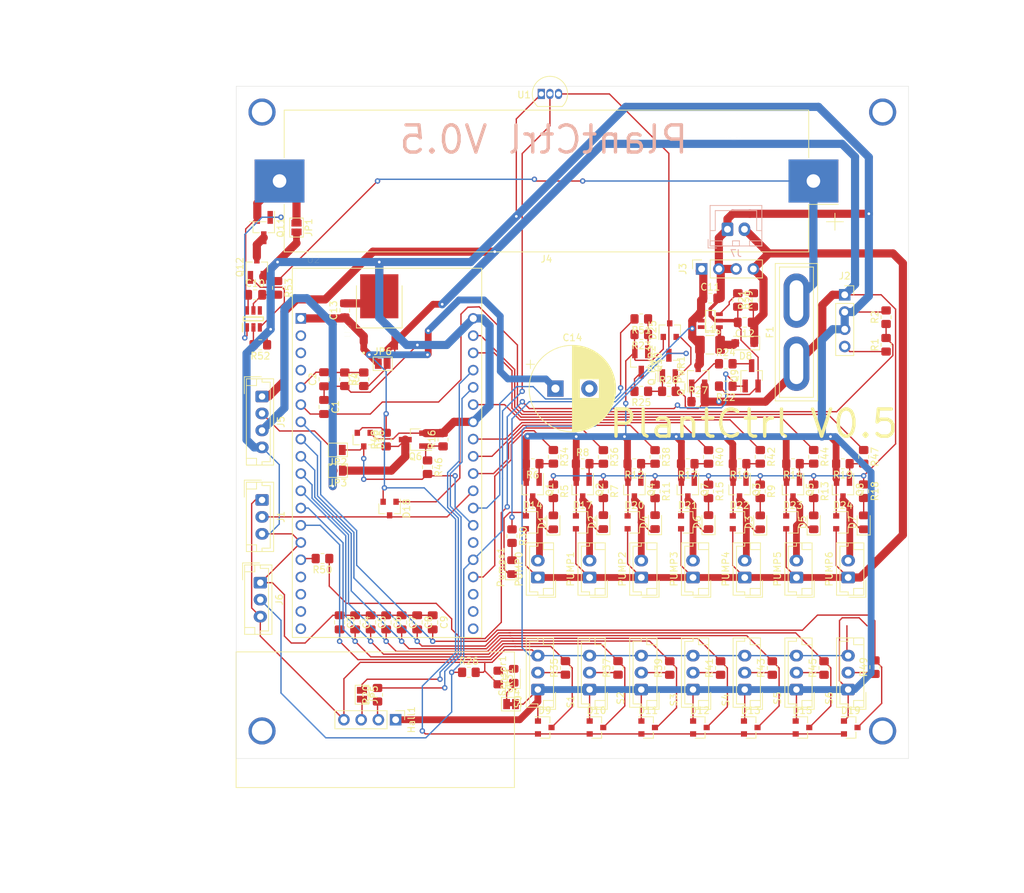
<source format=kicad_pcb>
(kicad_pcb (version 20171130) (host pcbnew 5.1.5+dfsg1-2build2)
  (layers (0 F.Cu signal) (31 B.Cu signal) (34 B.Paste user) (35 F.Paste user) (36 B.SilkS user) (37 F.SilkS user) (38 B.Mask user) (39 F.Mask user) (44 Edge.Cuts user))
  (net 0 "")
  (net 1 PLANT1_PUMP)
  (net 2 PLANT2_PUMP)
  (net 3 PLANT3_PUMP)
  (net 4 PLANT4_PUMP)
  (net 5 PLANT5_PUMP)
  (net 6 PLANT6_PUMP)
  (net 7 GND)
  (net 8 PLANT6_MOIST)
  (net 9 PLANT5_MOIST)
  (net 10 PLANT4_MOIST)
  (net 11 PLANT3_MOIST)
  (net 12 PLANT2_MOIST)
  (net 13 PLANT1_MOIST)
  (net 14 PLANT_CTRL_PUMP_0)
  (net 15 LIPO+)
  (net 16 SOLAR_IN)
  (net 17 PUMP_PWR)
  (net 18 PWR_PUMP_CONVERTER)
  (net 19 "Net-(J5-Pad3)")
  (net 20 3_3V)
  (net 21 Temp)
  (net 22 PLANT0_PUMP)
  (net 23 CUSTOM_GPIO)
  (net 24 PWR_SENSORS)
  (net 25 PLANT0_MOIST)
  (net 26 "Net-(C1-Pad2)")
  (net 27 "Net-(C2-Pad2)")
  (net 28 "Net-(R35-Pad1)")
  (net 29 PLANT_CTRL_PUMP_1)
  (net 30 "Net-(R37-Pad1)")
  (net 31 PLANT_CTRL_PUMP_2)
  (net 32 "Net-(R39-Pad1)")
  (net 33 PLANT_CTRL_PUMP_3)
  (net 34 "Net-(R41-Pad1)")
  (net 35 PLANT_CTRL_PUMP_4)
  (net 36 "Net-(R43-Pad1)")
  (net 37 PLANT_CTRL_PUMP_5)
  (net 38 "Net-(R45-Pad1)")
  (net 39 PLANT_CTRL_PUMP_6)
  (net 40 "Net-(R49-Pad1)")
  (net 41 PUMP_ENABLE)
  (net 42 SENSORS_ENABLE)
  (net 43 GND_BATT)
  (net 44 "Net-(C10-Pad2)")
  (net 45 VCC_BATT)
  (net 46 LIPO_OD)
  (net 47 LIPO_OC)
  (net 48 "Net-(Q11-Pad3)")
  (net 49 "Net-(D8-Pad2)")
  (net 50 "Net-(D18-Pad3)")
  (net 51 "Net-(Hall1-Pad3)")
  (net 52 "Net-(Hall1-Pad2)")
  (net 53 "Net-(IC1-Pad2)")
  (net 54 "Net-(JP3-Pad1)")
  (net 55 "Net-(JP4-Pad1)")
  (net 56 "Net-(JP5-Pad1)")
  (net 57 "Net-(R20-Pad2)")
  (net 58 "Net-(R21-Pad2)")
  (net 59 "Net-(D1-Pad2)")
  (net 60 "Net-(D2-Pad2)")
  (net 61 "Net-(D3-Pad2)")
  (net 62 "Net-(D4-Pad2)")
  (net 63 "Net-(D5-Pad2)")
  (net 64 "Net-(D6-Pad2)")
  (net 65 "Net-(D7-Pad2)")
  (net 66 "Net-(Pumps1-Pad2)")
  (net 67 "Net-(Q1-Pad1)")
  (net 68 "Net-(Q2-Pad1)")
  (net 69 "Net-(Q3-Pad1)")
  (net 70 "Net-(Q4-Pad1)")
  (net 71 "Net-(Q5-Pad1)")
  (net 72 "Net-(Q6-Pad1)")
  (net 73 "Net-(Q7-Pad1)")
  (net 74 "Net-(Q8-Pad1)")
  (net 75 "Net-(Q9-Pad3)")
  (net 76 "Net-(Q9-Pad1)")
  (net 77 "Net-(Q10-Pad3)")
  (net 78 "Net-(Q10-Pad1)")
  (net 79 "Net-(Q_PWR1-Pad1)")
  (net 80 "Net-(Q_PWR2-Pad1)")
  (net 81 "Net-(R31-Pad1)")
  (net 82 "Net-(J5-Pad2)")
  (module ESP32:MODULE_ESP32-DEVKITC-32D (layer F.Cu) (at 192.405 94.615)
    (fp_text reference U2 (at -10.829175 -28.446045) (layer F.SilkS) (effects (font (size 1.000386 1.000386) (thickness 0.015))))
    (fp_text value ESP32-DEVKITC-32D)
    (pad 38 thru_hole circle (at 12.7 25.96) (size 1.56 1.56) (drill 1.04) (layers *.Cu *.Mask))
    (pad 37 thru_hole circle (at 12.7 23.42) (size 1.56 1.56) (drill 1.04) (layers *.Cu *.Mask))
    (pad 36 thru_hole circle (at 12.7 20.88) (size 1.56 1.56) (drill 1.04) (layers *.Cu *.Mask))
    (pad 35 thru_hole circle (at 12.7 18.34) (size 1.56 1.56) (drill 1.04) (layers *.Cu *.Mask) (net 14 PLANT_CTRL_PUMP_0))
    (pad 34 thru_hole circle (at 12.7 15.8) (size 1.56 1.56) (drill 1.04) (layers *.Cu *.Mask) (net 21 Temp))
    (pad 33 thru_hole circle (at 12.7 13.26) (size 1.56 1.56) (drill 1.04) (layers *.Cu *.Mask))
    (pad 32 thru_hole circle (at 12.7 10.72) (size 1.56 1.56) (drill 1.04) (layers *.Cu *.Mask) (net 23 CUSTOM_GPIO))
    (pad 31 thru_hole circle (at 12.7 8.18) (size 1.56 1.56) (drill 1.04) (layers *.Cu *.Mask) (net 42 SENSORS_ENABLE))
    (pad 30 thru_hole circle (at 12.7 5.64) (size 1.56 1.56) (drill 1.04) (layers *.Cu *.Mask) (net 50 "Net-(D18-Pad3)"))
    (pad 29 thru_hole circle (at 12.7 3.1) (size 1.56 1.56) (drill 1.04) (layers *.Cu *.Mask) (net 29 PLANT_CTRL_PUMP_1))
    (pad 28 thru_hole circle (at 12.7 0.56) (size 1.56 1.56) (drill 1.04) (layers *.Cu *.Mask) (net 31 PLANT_CTRL_PUMP_2))
    (pad 27 thru_hole circle (at 12.7 -1.98) (size 1.56 1.56) (drill 1.04) (layers *.Cu *.Mask) (net 33 PLANT_CTRL_PUMP_3))
    (pad 26 thru_hole circle (at 12.7 -4.52) (size 1.56 1.56) (drill 1.04) (layers *.Cu *.Mask) (net 7 GND))
    (pad 25 thru_hole circle (at 12.7 -7.06) (size 1.56 1.56) (drill 1.04) (layers *.Cu *.Mask) (net 35 PLANT_CTRL_PUMP_4))
    (pad 24 thru_hole circle (at 12.7 -9.6) (size 1.56 1.56) (drill 1.04) (layers *.Cu *.Mask) (net 57 "Net-(R20-Pad2)"))
    (pad 23 thru_hole circle (at 12.7 -12.14) (size 1.56 1.56) (drill 1.04) (layers *.Cu *.Mask) (net 56 "Net-(JP5-Pad1)"))
    (pad 22 thru_hole circle (at 12.7 -14.68) (size 1.56 1.56) (drill 1.04) (layers *.Cu *.Mask) (net 37 PLANT_CTRL_PUMP_5))
    (pad 21 thru_hole circle (at 12.7 -17.22) (size 1.56 1.56) (drill 1.04) (layers *.Cu *.Mask) (net 39 PLANT_CTRL_PUMP_6))
    (pad 20 thru_hole circle (at 12.7 -19.76) (size 1.56 1.56) (drill 1.04) (layers *.Cu *.Mask) (net 7 GND))
    (pad 18 thru_hole circle (at -12.7 23.42) (size 1.56 1.56) (drill 1.04) (layers *.Cu *.Mask))
    (pad 17 thru_hole circle (at -12.7 20.88) (size 1.56 1.56) (drill 1.04) (layers *.Cu *.Mask))
    (pad 16 thru_hole circle (at -12.7 18.34) (size 1.56 1.56) (drill 1.04) (layers *.Cu *.Mask))
    (pad 15 thru_hole circle (at -12.7 15.8) (size 1.56 1.56) (drill 1.04) (layers *.Cu *.Mask) (net 41 PUMP_ENABLE))
    (pad 14 thru_hole circle (at -12.7 13.26) (size 1.56 1.56) (drill 1.04) (layers *.Cu *.Mask) (net 7 GND))
    (pad 13 thru_hole circle (at -12.7 10.72) (size 1.56 1.56) (drill 1.04) (layers *.Cu *.Mask) (net 25 PLANT0_MOIST))
    (pad 12 thru_hole circle (at -12.7 8.18) (size 1.56 1.56) (drill 1.04) (layers *.Cu *.Mask) (net 13 PLANT1_MOIST))
    (pad 11 thru_hole circle (at -12.7 5.64) (size 1.56 1.56) (drill 1.04) (layers *.Cu *.Mask) (net 12 PLANT2_MOIST))
    (pad 10 thru_hole circle (at -12.7 3.1) (size 1.56 1.56) (drill 1.04) (layers *.Cu *.Mask) (net 11 PLANT3_MOIST))
    (pad 9 thru_hole circle (at -12.7 0.56) (size 1.56 1.56) (drill 1.04) (layers *.Cu *.Mask) (net 10 PLANT4_MOIST))
    (pad 8 thru_hole circle (at -12.7 -1.98) (size 1.56 1.56) (drill 1.04) (layers *.Cu *.Mask) (net 9 PLANT5_MOIST))
    (pad 7 thru_hole circle (at -12.7 -4.52) (size 1.56 1.56) (drill 1.04) (layers *.Cu *.Mask) (net 8 PLANT6_MOIST))
    (pad 6 thru_hole circle (at -12.7 -7.06) (size 1.56 1.56) (drill 1.04) (layers *.Cu *.Mask) (net 26 "Net-(C1-Pad2)"))
    (pad 5 thru_hole circle (at -12.7 -9.6) (size 1.56 1.56) (drill 1.04) (layers *.Cu *.Mask) (net 27 "Net-(C2-Pad2)"))
    (pad 4 thru_hole circle (at -12.7 -12.14) (size 1.56 1.56) (drill 1.04) (layers *.Cu *.Mask))
    (pad 3 thru_hole circle (at -12.7 -14.68) (size 1.56 1.56) (drill 1.04) (layers *.Cu *.Mask))
    (pad 19 thru_hole circle (at -12.7 25.96) (size 1.56 1.56) (drill 1.04) (layers *.Cu *.Mask))
    (pad 2 thru_hole circle (at -12.7 -17.22) (size 1.56 1.56) (drill 1.04) (layers *.Cu *.Mask))
    (pad 1 thru_hole rect (at -12.7 -19.76) (size 1.56 1.56) (drill 1.04) (layers *.Cu *.Mask) (net 20 3_3V))
  )
  (module LED_SMD:LED_0805_2012Metric_Pad1.15x1.40mm_HandSolder (layer F.Cu) (at 211.074 127.508 90)
    (fp_text reference Sensor1 (at 0 -1.65 90) (layer F.SilkS))
    (fp_text value LED_green)
    (pad 2 smd roundrect (at 1.025 0 90) (size 1.15 1.4) (layers F.Cu F.Paste F.Mask) (roundrect_rratio 0.217391) (net 81 "Net-(R31-Pad1)"))
    (pad 1 smd roundrect (at -1.025 0 90) (size 1.15 1.4) (layers F.Cu F.Paste F.Mask) (roundrect_rratio 0.217391) (net 55 "Net-(JP4-Pad1)"))
  )
  (module LED_SMD:LED_0805_2012Metric_Pad1.15x1.40mm_HandSolder (layer F.Cu) (at 210.82 111.506 90)
    (fp_text reference Pumps1 (at 0 -1.65 90) (layer F.SilkS))
    (fp_text value LED_red)
    (pad 2 smd roundrect (at 1.025 0 90) (size 1.15 1.4) (layers F.Cu F.Paste F.Mask) (roundrect_rratio 0.217391) (net 66 "Net-(Pumps1-Pad2)"))
    (pad 1 smd roundrect (at -1.025 0 90) (size 1.15 1.4) (layers F.Cu F.Paste F.Mask) (roundrect_rratio 0.217391) (net 7 GND))
  )
  (module LED_SMD:LED_0805_2012Metric_Pad1.15x1.40mm_HandSolder (layer F.Cu) (at 262.636 104.902 90)
    (fp_text reference D7 (at 0 -1.65 90) (layer F.SilkS))
    (fp_text value LED_Blue)
    (pad 2 smd roundrect (at 1.025 0 90) (size 1.15 1.4) (layers F.Cu F.Paste F.Mask) (roundrect_rratio 0.217391) (net 65 "Net-(D7-Pad2)"))
    (pad 1 smd roundrect (at -1.025 0 90) (size 1.15 1.4) (layers F.Cu F.Paste F.Mask) (roundrect_rratio 0.217391) (net 6 PLANT6_PUMP))
  )
  (module LED_SMD:LED_0805_2012Metric_Pad1.15x1.40mm_HandSolder (layer F.Cu) (at 239.776 104.8655 90)
    (fp_text reference D6 (at 0 -1.65 90) (layer F.SilkS))
    (fp_text value LED)
    (pad 2 smd roundrect (at 1.025 0 90) (size 1.15 1.4) (layers F.Cu F.Paste F.Mask) (roundrect_rratio 0.217391) (net 64 "Net-(D6-Pad2)"))
    (pad 1 smd roundrect (at -1.025 0 90) (size 1.15 1.4) (layers F.Cu F.Paste F.Mask) (roundrect_rratio 0.217391) (net 3 PLANT3_PUMP))
  )
  (module LED_SMD:LED_0805_2012Metric_Pad1.15x1.40mm_HandSolder (layer F.Cu) (at 255.27 104.902 90)
    (fp_text reference D5 (at 0 -1.65 90) (layer F.SilkS))
    (fp_text value LED)
    (pad 2 smd roundrect (at 1.025 0 90) (size 1.15 1.4) (layers F.Cu F.Paste F.Mask) (roundrect_rratio 0.217391) (net 63 "Net-(D5-Pad2)"))
    (pad 1 smd roundrect (at -1.025 0 90) (size 1.15 1.4) (layers F.Cu F.Paste F.Mask) (roundrect_rratio 0.217391) (net 5 PLANT5_PUMP))
  )
  (module LED_SMD:LED_0805_2012Metric_Pad1.15x1.40mm_HandSolder (layer F.Cu) (at 231.902 104.8655 90)
    (fp_text reference D4 (at 0 -1.65 90) (layer F.SilkS))
    (fp_text value LED_Blue)
    (pad 2 smd roundrect (at 1.025 0 90) (size 1.15 1.4) (layers F.Cu F.Paste F.Mask) (roundrect_rratio 0.217391) (net 62 "Net-(D4-Pad2)"))
    (pad 1 smd roundrect (at -1.025 0 90) (size 1.15 1.4) (layers F.Cu F.Paste F.Mask) (roundrect_rratio 0.217391) (net 2 PLANT2_PUMP))
  )
  (module LED_SMD:LED_0805_2012Metric_Pad1.15x1.40mm_HandSolder (layer F.Cu) (at 247.396 104.902 90)
    (fp_text reference D3 (at 0 -1.65 90) (layer F.SilkS))
    (fp_text value LED_Blue)
    (pad 2 smd roundrect (at 1.025 0 90) (size 1.15 1.4) (layers F.Cu F.Paste F.Mask) (roundrect_rratio 0.217391) (net 61 "Net-(D3-Pad2)"))
    (pad 1 smd roundrect (at -1.025 0 90) (size 1.15 1.4) (layers F.Cu F.Paste F.Mask) (roundrect_rratio 0.217391) (net 4 PLANT4_PUMP))
  )
  (module LED_SMD:LED_0805_2012Metric_Pad1.15x1.40mm_HandSolder (layer F.Cu) (at 224.282 104.8655 90)
    (fp_text reference D2 (at 0 -1.65 90) (layer F.SilkS))
    (fp_text value LED)
    (pad 2 smd roundrect (at 1.025 0 90) (size 1.15 1.4) (layers F.Cu F.Paste F.Mask) (roundrect_rratio 0.217391) (net 60 "Net-(D2-Pad2)"))
    (pad 1 smd roundrect (at -1.025 0 90) (size 1.15 1.4) (layers F.Cu F.Paste F.Mask) (roundrect_rratio 0.217391) (net 1 PLANT1_PUMP))
  )
  (module LED_SMD:LED_0805_2012Metric_Pad1.15x1.40mm_HandSolder (layer F.Cu) (at 216.916 104.902 90)
    (fp_text reference D1 (at 0 -1.65 90) (layer F.SilkS))
    (fp_text value LED_Blue)
    (pad 2 smd roundrect (at 1.025 0 90) (size 1.15 1.4) (layers F.Cu F.Paste F.Mask) (roundrect_rratio 0.217391) (net 59 "Net-(D1-Pad2)"))
    (pad 1 smd roundrect (at -1.025 0 90) (size 1.15 1.4) (layers F.Cu F.Paste F.Mask) (roundrect_rratio 0.217391) (net 22 PLANT0_PUMP))
  )
  (module Capacitor_SMD:C_0805_2012Metric_Pad1.15x1.40mm_HandSolder (layer F.Cu) (at 186.182 73.66 90)
    (fp_text reference C13 (at 0 -1.65 90) (layer F.SilkS))
    (fp_text value 22uf)
    (pad 2 smd roundrect (at 1.025 0 90) (size 1.15 1.4) (layers F.Cu F.Paste F.Mask) (roundrect_rratio 0.217391) (net 7 GND))
    (pad 1 smd roundrect (at -1.025 0 90) (size 1.15 1.4) (layers F.Cu F.Paste F.Mask) (roundrect_rratio 0.217391) (net 20 3_3V))
  )
  (module Capacitor_SMD:C_0805_2012Metric_Pad1.15x1.40mm_HandSolder (layer F.Cu) (at 245.11 75.438 180)
    (fp_text reference C12 (at 0 -1.65) (layer F.SilkS))
    (fp_text value 22uf)
    (pad 2 smd roundrect (at 1.025 0 180) (size 1.15 1.4) (layers F.Cu F.Paste F.Mask) (roundrect_rratio 0.217391) (net 7 GND))
    (pad 1 smd roundrect (at -1.025 0 180) (size 1.15 1.4) (layers F.Cu F.Paste F.Mask) (roundrect_rratio 0.217391) (net 17 PUMP_PWR))
  )
  (module Capacitor_SMD:C_0805_2012Metric_Pad1.15x1.40mm_HandSolder (layer F.Cu) (at 240.03 71.882)
    (fp_text reference C11 (at 0 -1.65) (layer F.SilkS))
    (fp_text value 22uf)
    (pad 2 smd roundrect (at 1.025 0) (size 1.15 1.4) (layers F.Cu F.Paste F.Mask) (roundrect_rratio 0.217391) (net 7 GND))
    (pad 1 smd roundrect (at -1.025 0) (size 1.15 1.4) (layers F.Cu F.Paste F.Mask) (roundrect_rratio 0.217391) (net 18 PWR_PUMP_CONVERTER))
  )
  (module Package_TO_SOT_SMD:SOT-23 (layer F.Cu) (at 234.061 76.581 90)
    (fp_text reference D25 (at 0 -2.5 90) (layer F.SilkS))
    (fp_text value BAS40-04)
    (pad 3 smd rect (at 1 0 90) (size 0.9 0.8) (layers F.Cu F.Paste F.Mask) (net 24 PWR_SENSORS))
    (pad 2 smd rect (at -1 0.95 90) (size 0.9 0.8) (layers F.Cu F.Paste F.Mask) (net 15 LIPO+))
    (pad 1 smd rect (at -1 -0.95 90) (size 0.9 0.8) (layers F.Cu F.Paste F.Mask) (net 7 GND))
  )
  (module Jumper:SolderJumper-2_P1.3mm_Bridged_Pad1.0x1.5mm (layer F.Cu) (at 210.678 131.684)
    (fp_text reference JP4 (at 0 -1.8) (layer F.SilkS))
    (fp_text value SolderJumper_2_Open)
    (fp_poly (pts (xy -0.25 -0.3) (xy 0.25 -0.3) (xy 0.25 0.3) (xy -0.25 0.3)) (layer F.Cu) (width 0))
    (pad 2 smd rect (at 0.65 0) (size 1 1.5) (layers F.Cu F.Mask) (net 7 GND))
    (pad 1 smd rect (at -0.65 0) (size 1 1.5) (layers F.Cu F.Mask) (net 55 "Net-(JP4-Pad1)"))
  )
  (module Capacitor_SMD:C_0805_2012Metric_Pad1.18x1.45mm_HandSolder (layer F.Cu) (at 183.134 87.9055 270)
    (fp_text reference C1 (at 0 -1.68 90) (layer F.SilkS))
    (fp_text value 1u)
    (pad 2 smd roundrect (at 1.0375 0 270) (size 1.175 1.45) (layers F.Cu F.Paste F.Mask) (roundrect_rratio 0.212766) (net 26 "Net-(C1-Pad2)"))
    (pad 1 smd roundrect (at -1.0375 0 270) (size 1.175 1.45) (layers F.Cu F.Paste F.Mask) (roundrect_rratio 0.212766) (net 7 GND))
  )
  (module Connector_PinSocket_2.54mm:PinSocket_1x04_P2.54mm_Vertical (layer F.Cu) (at 259.842 71.374)
    (fp_text reference J2 (at 0 -2.77) (layer F.SilkS))
    (fp_text value Conn_01x04)
    (pad 4 thru_hole oval (at 0 7.62) (size 1.7 1.7) (drill 1) (layers *.Cu *.Mask) (net 16 SOLAR_IN))
    (pad 3 thru_hole oval (at 0 5.08) (size 1.7 1.7) (drill 1) (layers *.Cu *.Mask) (net 7 GND))
    (pad 2 thru_hole oval (at 0 2.54) (size 1.7 1.7) (drill 1) (layers *.Cu *.Mask) (net 7 GND))
    (pad 1 thru_hole rect (at 0 0) (size 1.7 1.7) (drill 1) (layers *.Cu *.Mask) (net 15 LIPO+))
  )
  (module ESP32:SR04M-2PinHeader_1x04_P2.54mm_Vertical (layer F.Cu) (at 193.675 133.985 270)
    (fp_text reference Hall1 (at 0 -2.33 90) (layer F.SilkS))
    (fp_text value Conn_01x04)
    (pad 4 thru_hole oval (at 0 7.62 270) (size 1.7 1.7) (drill 1) (layers *.Cu *.Mask) (net 24 PWR_SENSORS))
    (pad 3 thru_hole oval (at 0 5.08 270) (size 1.7 1.7) (drill 1) (layers *.Cu *.Mask) (net 51 "Net-(Hall1-Pad3)"))
    (pad 2 thru_hole oval (at 0 2.54 270) (size 1.7 1.7) (drill 1) (layers *.Cu *.Mask) (net 52 "Net-(Hall1-Pad2)"))
    (pad 1 thru_hole rect (at 0 0 270) (size 1.7 1.7) (drill 1) (layers *.Cu *.Mask) (net 7 GND))
  )
  (module ESP32:DPAK457P991X255-3N (layer F.Cu) (at 191.262 73.914 90)
    (fp_text reference U3 (at -2.825 -4.635 90) (layer F.SilkS) (effects (font (thickness 0.015))))
    (fp_text value LP38690DT-3.3)
    (pad 4 smd rect (at 2.32 0 90) (size 6.49 5.63) (layers F.Cu F.Mask) (net 7 GND))
    (pad 3 smd rect (at -4.45 2.285 90) (size 2.22 0.96) (layers F.Cu F.Paste F.Mask) (net 15 LIPO+))
    (pad 1 smd rect (at -4.45 -2.285 90) (size 2.22 0.96) (layers F.Cu F.Paste F.Mask) (net 20 3_3V))
  )
  (module Resistor_SMD:R_0805_2012Metric_Pad1.20x1.40mm_HandSolder (layer F.Cu) (at 229.87 74.93 180)
    (fp_text reference R51 (at 0 -1.65) (layer F.SilkS))
    (fp_text value 1k)
    (pad 2 smd roundrect (at 1 0 180) (size 1.2 1.4) (layers F.Cu F.Paste F.Mask) (roundrect_rratio 0.208333) (net 42 SENSORS_ENABLE))
    (pad 1 smd roundrect (at -1 0 180) (size 1.2 1.4) (layers F.Cu F.Paste F.Mask) (roundrect_rratio 0.208333) (net 78 "Net-(Q10-Pad1)"))
  )
  (module Resistor_SMD:R_0805_2012Metric_Pad1.20x1.40mm_HandSolder (layer F.Cu) (at 182.896 110.236 180)
    (fp_text reference R50 (at 0 -1.65) (layer F.SilkS))
    (fp_text value 1k)
    (pad 2 smd roundrect (at 1 0 180) (size 1.2 1.4) (layers F.Cu F.Paste F.Mask) (roundrect_rratio 0.208333) (net 41 PUMP_ENABLE))
    (pad 1 smd roundrect (at -1 0 180) (size 1.2 1.4) (layers F.Cu F.Paste F.Mask) (roundrect_rratio 0.208333) (net 76 "Net-(Q9-Pad1)"))
  )
  (module Resistor_SMD:R_0805_2012Metric_Pad1.20x1.40mm_HandSolder (layer F.Cu) (at 264.287 126.238 90)
    (fp_text reference R49 (at 0 -1.65 90) (layer F.SilkS))
    (fp_text value 1k)
    (pad 2 smd roundrect (at 1 0 90) (size 1.2 1.4) (layers F.Cu F.Paste F.Mask) (roundrect_rratio 0.208333) (net 8 PLANT6_MOIST))
    (pad 1 smd roundrect (at -1 0 90) (size 1.2 1.4) (layers F.Cu F.Paste F.Mask) (roundrect_rratio 0.208333) (net 40 "Net-(R49-Pad1)"))
  )
  (module Resistor_SMD:R_0805_2012Metric_Pad1.20x1.40mm_HandSolder (layer F.Cu) (at 192.278 92.71 90)
    (fp_text reference R48 (at 0 -1.65 90) (layer F.SilkS))
    (fp_text value 10k)
    (pad 2 smd roundrect (at 1 0 90) (size 1.2 1.4) (layers F.Cu F.Paste F.Mask) (roundrect_rratio 0.208333) (net 20 3_3V))
    (pad 1 smd roundrect (at -1 0 90) (size 1.2 1.4) (layers F.Cu F.Paste F.Mask) (roundrect_rratio 0.208333) (net 54 "Net-(JP3-Pad1)"))
  )
  (module Resistor_SMD:R_0805_2012Metric_Pad1.20x1.40mm_HandSolder (layer F.Cu) (at 262.636 95.25 270)
    (fp_text reference R47 (at 0 -1.65 90) (layer F.SilkS))
    (fp_text value 1k)
    (pad 2 smd roundrect (at 1 0 270) (size 1.2 1.4) (layers F.Cu F.Paste F.Mask) (roundrect_rratio 0.208333) (net 74 "Net-(Q8-Pad1)"))
    (pad 1 smd roundrect (at -1 0 270) (size 1.2 1.4) (layers F.Cu F.Paste F.Mask) (roundrect_rratio 0.208333) (net 39 PLANT_CTRL_PUMP_6))
  )
  (module Resistor_SMD:R_0805_2012Metric_Pad1.20x1.40mm_HandSolder (layer F.Cu) (at 198.374 96.774 270)
    (fp_text reference R46 (at 0 -1.65 90) (layer F.SilkS))
    (fp_text value 1k)
    (pad 2 smd roundrect (at 1 0 270) (size 1.2 1.4) (layers F.Cu F.Paste F.Mask) (roundrect_rratio 0.208333) (net 23 CUSTOM_GPIO))
    (pad 1 smd roundrect (at -1 0 270) (size 1.2 1.4) (layers F.Cu F.Paste F.Mask) (roundrect_rratio 0.208333) (net 72 "Net-(Q6-Pad1)"))
  )
  (module Resistor_SMD:R_0805_2012Metric_Pad1.20x1.40mm_HandSolder (layer F.Cu) (at 256.794 126.365 90)
    (fp_text reference R45 (at 0 -1.65 90) (layer F.SilkS))
    (fp_text value 1k)
    (pad 2 smd roundrect (at 1 0 90) (size 1.2 1.4) (layers F.Cu F.Paste F.Mask) (roundrect_rratio 0.208333) (net 9 PLANT5_MOIST))
    (pad 1 smd roundrect (at -1 0 90) (size 1.2 1.4) (layers F.Cu F.Paste F.Mask) (roundrect_rratio 0.208333) (net 38 "Net-(R45-Pad1)"))
  )
  (module Resistor_SMD:R_0805_2012Metric_Pad1.20x1.40mm_HandSolder (layer F.Cu) (at 255.27 95.25 270)
    (fp_text reference R44 (at 0 -1.65 90) (layer F.SilkS))
    (fp_text value 1k)
    (pad 2 smd roundrect (at 1 0 270) (size 1.2 1.4) (layers F.Cu F.Paste F.Mask) (roundrect_rratio 0.208333) (net 71 "Net-(Q5-Pad1)"))
    (pad 1 smd roundrect (at -1 0 270) (size 1.2 1.4) (layers F.Cu F.Paste F.Mask) (roundrect_rratio 0.208333) (net 37 PLANT_CTRL_PUMP_5))
  )
  (module Resistor_SMD:R_0805_2012Metric_Pad1.20x1.40mm_HandSolder (layer F.Cu) (at 249.174 126.365 90)
    (fp_text reference R43 (at 0 -1.65 90) (layer F.SilkS))
    (fp_text value 1k)
    (pad 2 smd roundrect (at 1 0 90) (size 1.2 1.4) (layers F.Cu F.Paste F.Mask) (roundrect_rratio 0.208333) (net 10 PLANT4_MOIST))
    (pad 1 smd roundrect (at -1 0 90) (size 1.2 1.4) (layers F.Cu F.Paste F.Mask) (roundrect_rratio 0.208333) (net 36 "Net-(R43-Pad1)"))
  )
  (module Resistor_SMD:R_0805_2012Metric_Pad1.20x1.40mm_HandSolder (layer F.Cu) (at 247.396 95.25 270)
    (fp_text reference R42 (at 0 -1.65 90) (layer F.SilkS))
    (fp_text value 1k)
    (pad 2 smd roundrect (at 1 0 270) (size 1.2 1.4) (layers F.Cu F.Paste F.Mask) (roundrect_rratio 0.208333) (net 69 "Net-(Q3-Pad1)"))
    (pad 1 smd roundrect (at -1 0 270) (size 1.2 1.4) (layers F.Cu F.Paste F.Mask) (roundrect_rratio 0.208333) (net 35 PLANT_CTRL_PUMP_4))
  )
  (module Resistor_SMD:R_0805_2012Metric_Pad1.20x1.40mm_HandSolder (layer F.Cu) (at 241.554 126.365 90)
    (fp_text reference R41 (at 0 -1.65 90) (layer F.SilkS))
    (fp_text value 1k)
    (pad 2 smd roundrect (at 1 0 90) (size 1.2 1.4) (layers F.Cu F.Paste F.Mask) (roundrect_rratio 0.208333) (net 11 PLANT3_MOIST))
    (pad 1 smd roundrect (at -1 0 90) (size 1.2 1.4) (layers F.Cu F.Paste F.Mask) (roundrect_rratio 0.208333) (net 34 "Net-(R41-Pad1)"))
  )
  (module Resistor_SMD:R_0805_2012Metric_Pad1.20x1.40mm_HandSolder (layer F.Cu) (at 239.776 95.266 270)
    (fp_text reference R40 (at 0 -1.65 90) (layer F.SilkS))
    (fp_text value 1k)
    (pad 2 smd roundrect (at 1 0 270) (size 1.2 1.4) (layers F.Cu F.Paste F.Mask) (roundrect_rratio 0.208333) (net 73 "Net-(Q7-Pad1)"))
    (pad 1 smd roundrect (at -1 0 270) (size 1.2 1.4) (layers F.Cu F.Paste F.Mask) (roundrect_rratio 0.208333) (net 33 PLANT_CTRL_PUMP_3))
  )
  (module Resistor_SMD:R_0805_2012Metric_Pad1.20x1.40mm_HandSolder (layer F.Cu) (at 234.061 126.365 90)
    (fp_text reference R39 (at 0 -1.65 90) (layer F.SilkS))
    (fp_text value 1k)
    (pad 2 smd roundrect (at 1 0 90) (size 1.2 1.4) (layers F.Cu F.Paste F.Mask) (roundrect_rratio 0.208333) (net 12 PLANT2_MOIST))
    (pad 1 smd roundrect (at -1 0 90) (size 1.2 1.4) (layers F.Cu F.Paste F.Mask) (roundrect_rratio 0.208333) (net 32 "Net-(R39-Pad1)"))
  )
  (module Resistor_SMD:R_0805_2012Metric_Pad1.20x1.40mm_HandSolder (layer F.Cu) (at 231.902 95.266 270)
    (fp_text reference R38 (at 0 -1.65 90) (layer F.SilkS))
    (fp_text value 1k)
    (pad 2 smd roundrect (at 1 0 270) (size 1.2 1.4) (layers F.Cu F.Paste F.Mask) (roundrect_rratio 0.208333) (net 70 "Net-(Q4-Pad1)"))
    (pad 1 smd roundrect (at -1 0 270) (size 1.2 1.4) (layers F.Cu F.Paste F.Mask) (roundrect_rratio 0.208333) (net 31 PLANT_CTRL_PUMP_2))
  )
  (module Resistor_SMD:R_0805_2012Metric_Pad1.20x1.40mm_HandSolder (layer F.Cu) (at 226.441 126.349 90)
    (fp_text reference R37 (at 0 -1.65 90) (layer F.SilkS))
    (fp_text value 10k)
    (pad 2 smd roundrect (at 1 0 90) (size 1.2 1.4) (layers F.Cu F.Paste F.Mask) (roundrect_rratio 0.208333) (net 13 PLANT1_MOIST))
    (pad 1 smd roundrect (at -1 0 90) (size 1.2 1.4) (layers F.Cu F.Paste F.Mask) (roundrect_rratio 0.208333) (net 30 "Net-(R37-Pad1)"))
  )
  (module Resistor_SMD:R_0805_2012Metric_Pad1.20x1.40mm_HandSolder (layer F.Cu) (at 224.282 95.266 270)
    (fp_text reference R36 (at 0 -1.65 90) (layer F.SilkS))
    (fp_text value 1k)
    (pad 2 smd roundrect (at 1 0 270) (size 1.2 1.4) (layers F.Cu F.Paste F.Mask) (roundrect_rratio 0.208333) (net 68 "Net-(Q2-Pad1)"))
    (pad 1 smd roundrect (at -1 0 270) (size 1.2 1.4) (layers F.Cu F.Paste F.Mask) (roundrect_rratio 0.208333) (net 29 PLANT_CTRL_PUMP_1))
  )
  (module Resistor_SMD:R_0805_2012Metric_Pad1.20x1.40mm_HandSolder (layer F.Cu) (at 218.694 126.349 90)
    (fp_text reference R35 (at 0 -1.65 90) (layer F.SilkS))
    (fp_text value 10k)
    (pad 2 smd roundrect (at 1 0 90) (size 1.2 1.4) (layers F.Cu F.Paste F.Mask) (roundrect_rratio 0.208333) (net 25 PLANT0_MOIST))
    (pad 1 smd roundrect (at -1 0 90) (size 1.2 1.4) (layers F.Cu F.Paste F.Mask) (roundrect_rratio 0.208333) (net 28 "Net-(R35-Pad1)"))
  )
  (module Resistor_SMD:R_0805_2012Metric_Pad1.20x1.40mm_HandSolder (layer F.Cu) (at 216.916 95.25 270)
    (fp_text reference R34 (at 0 -1.65 90) (layer F.SilkS))
    (fp_text value 1k)
    (pad 2 smd roundrect (at 1 0 270) (size 1.2 1.4) (layers F.Cu F.Paste F.Mask) (roundrect_rratio 0.208333) (net 67 "Net-(Q1-Pad1)"))
    (pad 1 smd roundrect (at -1 0 270) (size 1.2 1.4) (layers F.Cu F.Paste F.Mask) (roundrect_rratio 0.208333) (net 14 PLANT_CTRL_PUMP_0))
  )
  (module Resistor_SMD:R_0805_2012Metric_Pad1.20x1.40mm_HandSolder (layer F.Cu) (at 208.788 127.762 270)
    (fp_text reference R31 (at 0 -1.65 90) (layer F.SilkS))
    (fp_text value 270)
    (pad 2 smd roundrect (at 1 0 270) (size 1.2 1.4) (layers F.Cu F.Paste F.Mask) (roundrect_rratio 0.208333) (net 24 PWR_SENSORS))
    (pad 1 smd roundrect (at -1 0 270) (size 1.2 1.4) (layers F.Cu F.Paste F.Mask) (roundrect_rratio 0.208333) (net 81 "Net-(R31-Pad1)"))
  )
  (module Resistor_SMD:R_0805_2012Metric_Pad1.20x1.40mm_HandSolder (layer F.Cu) (at 210.82 106.934 270)
    (fp_text reference R30 (at 0 -1.65 90) (layer F.SilkS))
    (fp_text value 270)
    (pad 2 smd roundrect (at 1 0 270) (size 1.2 1.4) (layers F.Cu F.Paste F.Mask) (roundrect_rratio 0.208333) (net 66 "Net-(Pumps1-Pad2)"))
    (pad 1 smd roundrect (at -1 0 270) (size 1.2 1.4) (layers F.Cu F.Paste F.Mask) (roundrect_rratio 0.208333) (net 18 PWR_PUMP_CONVERTER))
  )
  (module Resistor_SMD:R_0805_2012Metric_Pad1.20x1.40mm_HandSolder (layer F.Cu) (at 233.934 85.598)
    (fp_text reference R28 (at 0 -1.65) (layer F.SilkS))
    (fp_text value 10k)
    (pad 2 smd roundrect (at 1 0) (size 1.2 1.4) (layers F.Cu F.Paste F.Mask) (roundrect_rratio 0.208333) (net 15 LIPO+))
    (pad 1 smd roundrect (at -1 0) (size 1.2 1.4) (layers F.Cu F.Paste F.Mask) (roundrect_rratio 0.208333) (net 80 "Net-(Q_PWR2-Pad1)"))
  )
  (module Resistor_SMD:R_0805_2012Metric_Pad1.20x1.40mm_HandSolder (layer F.Cu) (at 238.252 87.122)
    (fp_text reference R27 (at 0 -1.65) (layer F.SilkS))
    (fp_text value 10k)
    (pad 2 smd roundrect (at 1 0) (size 1.2 1.4) (layers F.Cu F.Paste F.Mask) (roundrect_rratio 0.208333) (net 15 LIPO+))
    (pad 1 smd roundrect (at -1 0) (size 1.2 1.4) (layers F.Cu F.Paste F.Mask) (roundrect_rratio 0.208333) (net 79 "Net-(Q_PWR1-Pad1)"))
  )
  (module Resistor_SMD:R_0805_2012Metric_Pad1.20x1.40mm_HandSolder (layer F.Cu) (at 204.47 127)
    (fp_text reference R26 (at 0 -1.65) (layer F.SilkS))
    (fp_text value 4k7)
    (pad 2 smd roundrect (at 1 0) (size 1.2 1.4) (layers F.Cu F.Paste F.Mask) (roundrect_rratio 0.208333) (net 24 PWR_SENSORS))
    (pad 1 smd roundrect (at -1 0) (size 1.2 1.4) (layers F.Cu F.Paste F.Mask) (roundrect_rratio 0.208333) (net 21 Temp))
  )
  (module Resistor_SMD:R_0805_2012Metric_Pad1.20x1.40mm_HandSolder (layer F.Cu) (at 229.87 85.598 180)
    (fp_text reference R25 (at 0 -1.65) (layer F.SilkS))
    (fp_text value 10k)
    (pad 2 smd roundrect (at 1 0 180) (size 1.2 1.4) (layers F.Cu F.Paste F.Mask) (roundrect_rratio 0.208333) (net 77 "Net-(Q10-Pad3)"))
    (pad 1 smd roundrect (at -1 0 180) (size 1.2 1.4) (layers F.Cu F.Paste F.Mask) (roundrect_rratio 0.208333) (net 80 "Net-(Q_PWR2-Pad1)"))
  )
  (module Resistor_SMD:R_0805_2012Metric_Pad1.20x1.40mm_HandSolder (layer F.Cu) (at 242.316 81.534)
    (fp_text reference R24 (at 0 -1.65) (layer F.SilkS))
    (fp_text value 10k)
    (pad 2 smd roundrect (at 1 0) (size 1.2 1.4) (layers F.Cu F.Paste F.Mask) (roundrect_rratio 0.208333) (net 75 "Net-(Q9-Pad3)"))
    (pad 1 smd roundrect (at -1 0) (size 1.2 1.4) (layers F.Cu F.Paste F.Mask) (roundrect_rratio 0.208333) (net 79 "Net-(Q_PWR1-Pad1)"))
  )
  (module Resistor_SMD:R_0805_2012Metric_Pad1.20x1.40mm_HandSolder (layer F.Cu) (at 229.87 77.216 180)
    (fp_text reference R23 (at 0 -1.65) (layer F.SilkS))
    (fp_text value 10k)
    (pad 2 smd roundrect (at 1 0 180) (size 1.2 1.4) (layers F.Cu F.Paste F.Mask) (roundrect_rratio 0.208333) (net 7 GND))
    (pad 1 smd roundrect (at -1 0 180) (size 1.2 1.4) (layers F.Cu F.Paste F.Mask) (roundrect_rratio 0.208333) (net 78 "Net-(Q10-Pad1)"))
  )
  (module Resistor_SMD:R_0805_2012Metric_Pad1.20x1.40mm_HandSolder (layer F.Cu) (at 242.316 84.836 180)
    (fp_text reference R22 (at 0 -1.65) (layer F.SilkS))
    (fp_text value 10k)
    (pad 2 smd roundrect (at 1 0 180) (size 1.2 1.4) (layers F.Cu F.Paste F.Mask) (roundrect_rratio 0.208333) (net 7 GND))
    (pad 1 smd roundrect (at -1 0 180) (size 1.2 1.4) (layers F.Cu F.Paste F.Mask) (roundrect_rratio 0.208333) (net 76 "Net-(Q9-Pad1)"))
  )
  (module Resistor_SMD:R_0805_2012Metric_Pad1.20x1.40mm_HandSolder (layer F.Cu) (at 259.572 96.266 180)
    (fp_text reference R19 (at 0 -1.65) (layer F.SilkS))
    (fp_text value 10k)
    (pad 2 smd roundrect (at 1 0 180) (size 1.2 1.4) (layers F.Cu F.Paste F.Mask) (roundrect_rratio 0.208333) (net 7 GND))
    (pad 1 smd roundrect (at -1 0 180) (size 1.2 1.4) (layers F.Cu F.Paste F.Mask) (roundrect_rratio 0.208333) (net 74 "Net-(Q8-Pad1)"))
  )
  (module Resistor_SMD:R_0805_2012Metric_Pad1.20x1.40mm_HandSolder (layer F.Cu) (at 262.636 100.314 270)
    (fp_text reference R18 (at 0 -1.65 90) (layer F.SilkS))
    (fp_text value 270)
    (pad 2 smd roundrect (at 1 0 270) (size 1.2 1.4) (layers F.Cu F.Paste F.Mask) (roundrect_rratio 0.208333) (net 65 "Net-(D7-Pad2)"))
    (pad 1 smd roundrect (at -1 0 270) (size 1.2 1.4) (layers F.Cu F.Paste F.Mask) (roundrect_rratio 0.208333) (net 15 LIPO+))
  )
  (module Resistor_SMD:R_0805_2012Metric_Pad1.20x1.40mm_HandSolder (layer F.Cu) (at 236.712 96.266 180)
    (fp_text reference R17 (at 0 -1.65) (layer F.SilkS))
    (fp_text value 47k)
    (pad 2 smd roundrect (at 1 0 180) (size 1.2 1.4) (layers F.Cu F.Paste F.Mask) (roundrect_rratio 0.208333) (net 7 GND))
    (pad 1 smd roundrect (at -1 0 180) (size 1.2 1.4) (layers F.Cu F.Paste F.Mask) (roundrect_rratio 0.208333) (net 73 "Net-(Q7-Pad1)"))
  )
  (module Resistor_SMD:R_0805_2012Metric_Pad1.20x1.40mm_HandSolder (layer F.Cu) (at 200.66 92.71 90)
    (fp_text reference R16 (at 0 -1.65 90) (layer F.SilkS))
    (fp_text value 10k)
    (pad 2 smd roundrect (at 1 0 90) (size 1.2 1.4) (layers F.Cu F.Paste F.Mask) (roundrect_rratio 0.208333) (net 7 GND))
    (pad 1 smd roundrect (at -1 0 90) (size 1.2 1.4) (layers F.Cu F.Paste F.Mask) (roundrect_rratio 0.208333) (net 72 "Net-(Q6-Pad1)"))
  )
  (module Resistor_SMD:R_0805_2012Metric_Pad1.20x1.40mm_HandSolder (layer F.Cu) (at 239.776 100.346 270)
    (fp_text reference R15 (at 0 -1.65 90) (layer F.SilkS))
    (fp_text value 270)
    (pad 2 smd roundrect (at 1 0 270) (size 1.2 1.4) (layers F.Cu F.Paste F.Mask) (roundrect_rratio 0.208333) (net 64 "Net-(D6-Pad2)"))
    (pad 1 smd roundrect (at -1 0 270) (size 1.2 1.4) (layers F.Cu F.Paste F.Mask) (roundrect_rratio 0.208333) (net 15 LIPO+))
  )
  (module Resistor_SMD:R_0805_2012Metric_Pad1.20x1.40mm_HandSolder (layer F.Cu) (at 252.222 96.266 180)
    (fp_text reference R14 (at 0 -1.65) (layer F.SilkS))
    (fp_text value 10k)
    (pad 2 smd roundrect (at 1 0 180) (size 1.2 1.4) (layers F.Cu F.Paste F.Mask) (roundrect_rratio 0.208333) (net 7 GND))
    (pad 1 smd roundrect (at -1 0 180) (size 1.2 1.4) (layers F.Cu F.Paste F.Mask) (roundrect_rratio 0.208333) (net 71 "Net-(Q5-Pad1)"))
  )
  (module Resistor_SMD:R_0805_2012Metric_Pad1.20x1.40mm_HandSolder (layer F.Cu) (at 255.27 100.33 270)
    (fp_text reference R13 (at 0 -1.65 90) (layer F.SilkS))
    (fp_text value 270)
    (pad 2 smd roundrect (at 1 0 270) (size 1.2 1.4) (layers F.Cu F.Paste F.Mask) (roundrect_rratio 0.208333) (net 63 "Net-(D5-Pad2)"))
    (pad 1 smd roundrect (at -1 0 270) (size 1.2 1.4) (layers F.Cu F.Paste F.Mask) (roundrect_rratio 0.208333) (net 15 LIPO+))
  )
  (module Resistor_SMD:R_0805_2012Metric_Pad1.20x1.40mm_HandSolder (layer F.Cu) (at 228.838 96.266 180)
    (fp_text reference R12 (at 0 -1.65) (layer F.SilkS))
    (fp_text value 10k)
    (pad 2 smd roundrect (at 1 0 180) (size 1.2 1.4) (layers F.Cu F.Paste F.Mask) (roundrect_rratio 0.208333) (net 7 GND))
    (pad 1 smd roundrect (at -1 0 180) (size 1.2 1.4) (layers F.Cu F.Paste F.Mask) (roundrect_rratio 0.208333) (net 70 "Net-(Q4-Pad1)"))
  )
  (module Resistor_SMD:R_0805_2012Metric_Pad1.20x1.40mm_HandSolder (layer F.Cu) (at 231.902 100.346 270)
    (fp_text reference R11 (at 0 -1.65 90) (layer F.SilkS))
    (fp_text value 270)
    (pad 2 smd roundrect (at 1 0 270) (size 1.2 1.4) (layers F.Cu F.Paste F.Mask) (roundrect_rratio 0.208333) (net 62 "Net-(D4-Pad2)"))
    (pad 1 smd roundrect (at -1 0 270) (size 1.2 1.4) (layers F.Cu F.Paste F.Mask) (roundrect_rratio 0.208333) (net 15 LIPO+))
  )
  (module Resistor_SMD:R_0805_2012Metric_Pad1.20x1.40mm_HandSolder (layer F.Cu) (at 244.348 96.266 180)
    (fp_text reference R10 (at 0 -1.65) (layer F.SilkS))
    (fp_text value 47k)
    (pad 2 smd roundrect (at 1 0 180) (size 1.2 1.4) (layers F.Cu F.Paste F.Mask) (roundrect_rratio 0.208333) (net 7 GND))
    (pad 1 smd roundrect (at -1 0 180) (size 1.2 1.4) (layers F.Cu F.Paste F.Mask) (roundrect_rratio 0.208333) (net 69 "Net-(Q3-Pad1)"))
  )
  (module Resistor_SMD:R_0805_2012Metric_Pad1.20x1.40mm_HandSolder (layer F.Cu) (at 247.396 100.33 270)
    (fp_text reference R9 (at 0 -1.65 90) (layer F.SilkS))
    (fp_text value 270)
    (pad 2 smd roundrect (at 1 0 270) (size 1.2 1.4) (layers F.Cu F.Paste F.Mask) (roundrect_rratio 0.208333) (net 61 "Net-(D3-Pad2)"))
    (pad 1 smd roundrect (at -1 0 270) (size 1.2 1.4) (layers F.Cu F.Paste F.Mask) (roundrect_rratio 0.208333) (net 15 LIPO+))
  )
  (module Resistor_SMD:R_0805_2012Metric_Pad1.20x1.40mm_HandSolder (layer F.Cu) (at 221.234 96.266)
    (fp_text reference R8 (at 0 -1.65) (layer F.SilkS))
    (fp_text value 10k)
    (pad 2 smd roundrect (at 1 0) (size 1.2 1.4) (layers F.Cu F.Paste F.Mask) (roundrect_rratio 0.208333) (net 68 "Net-(Q2-Pad1)"))
    (pad 1 smd roundrect (at -1 0) (size 1.2 1.4) (layers F.Cu F.Paste F.Mask) (roundrect_rratio 0.208333) (net 7 GND))
  )
  (module Resistor_SMD:R_0805_2012Metric_Pad1.20x1.40mm_HandSolder (layer F.Cu) (at 224.282 100.33 270)
    (fp_text reference R7 (at 0 -1.65 90) (layer F.SilkS))
    (fp_text value 270)
    (pad 2 smd roundrect (at 1 0 270) (size 1.2 1.4) (layers F.Cu F.Paste F.Mask) (roundrect_rratio 0.208333) (net 60 "Net-(D2-Pad2)"))
    (pad 1 smd roundrect (at -1 0 270) (size 1.2 1.4) (layers F.Cu F.Paste F.Mask) (roundrect_rratio 0.208333) (net 15 LIPO+))
  )
  (module Resistor_SMD:R_0805_2012Metric_Pad1.20x1.40mm_HandSolder (layer F.Cu) (at 213.868 96.266 180)
    (fp_text reference R6 (at 0 -1.65) (layer F.SilkS))
    (fp_text value 10k)
    (pad 2 smd roundrect (at 1 0 180) (size 1.2 1.4) (layers F.Cu F.Paste F.Mask) (roundrect_rratio 0.208333) (net 7 GND))
    (pad 1 smd roundrect (at -1 0 180) (size 1.2 1.4) (layers F.Cu F.Paste F.Mask) (roundrect_rratio 0.208333) (net 67 "Net-(Q1-Pad1)"))
  )
  (module Resistor_SMD:R_0805_2012Metric_Pad1.20x1.40mm_HandSolder (layer F.Cu) (at 216.916 100.33 270)
    (fp_text reference R5 (at 0 -1.65 90) (layer F.SilkS))
    (fp_text value 270)
    (pad 2 smd roundrect (at 1 0 270) (size 1.2 1.4) (layers F.Cu F.Paste F.Mask) (roundrect_rratio 0.208333) (net 59 "Net-(D1-Pad2)"))
    (pad 1 smd roundrect (at -1 0 270) (size 1.2 1.4) (layers F.Cu F.Paste F.Mask) (roundrect_rratio 0.208333) (net 15 LIPO+))
  )
  (module Resistor_SMD:R_0805_2012Metric_Pad1.20x1.40mm_HandSolder (layer F.Cu) (at 186.182 83.82 270)
    (fp_text reference R4 (at 0 -1.65 90) (layer F.SilkS))
    (fp_text value 47k)
    (pad 2 smd roundrect (at 1 0 270) (size 1.2 1.4) (layers F.Cu F.Paste F.Mask) (roundrect_rratio 0.208333) (net 7 GND))
    (pad 1 smd roundrect (at -1 0 270) (size 1.2 1.4) (layers F.Cu F.Paste F.Mask) (roundrect_rratio 0.208333) (net 27 "Net-(C2-Pad2)"))
  )
  (module Resistor_SMD:R_0805_2012Metric_Pad1.20x1.40mm_HandSolder (layer F.Cu) (at 188.976 83.82 90)
    (fp_text reference R3 (at 0 -1.65 90) (layer F.SilkS))
    (fp_text value 33k)
    (pad 2 smd roundrect (at 1 0 90) (size 1.2 1.4) (layers F.Cu F.Paste F.Mask) (roundrect_rratio 0.208333) (net 27 "Net-(C2-Pad2)"))
    (pad 1 smd roundrect (at -1 0 90) (size 1.2 1.4) (layers F.Cu F.Paste F.Mask) (roundrect_rratio 0.208333) (net 15 LIPO+))
  )
  (module Resistor_SMD:R_0805_2012Metric_Pad1.20x1.40mm_HandSolder (layer F.Cu) (at 265.938 74.676 90)
    (fp_text reference R2 (at 0 -1.65 90) (layer F.SilkS))
    (fp_text value 33k)
    (pad 2 smd roundrect (at 1 0 90) (size 1.2 1.4) (layers F.Cu F.Paste F.Mask) (roundrect_rratio 0.208333) (net 7 GND))
    (pad 1 smd roundrect (at -1 0 90) (size 1.2 1.4) (layers F.Cu F.Paste F.Mask) (roundrect_rratio 0.208333) (net 26 "Net-(C1-Pad2)"))
  )
  (module Resistor_SMD:R_0805_2012Metric_Pad1.20x1.40mm_HandSolder (layer F.Cu) (at 265.938 78.74 90)
    (fp_text reference R1 (at 0 -1.65 90) (layer F.SilkS))
    (fp_text value 100k)
    (pad 2 smd roundrect (at 1 0 90) (size 1.2 1.4) (layers F.Cu F.Paste F.Mask) (roundrect_rratio 0.208333) (net 26 "Net-(C1-Pad2)"))
    (pad 1 smd roundrect (at -1 0 90) (size 1.2 1.4) (layers F.Cu F.Paste F.Mask) (roundrect_rratio 0.208333) (net 16 SOLAR_IN))
  )
  (module Package_TO_SOT_SMD:SOT-23_Handsoldering (layer F.Cu) (at 233.934 81.788 90)
    (fp_text reference Q_PWR2 (at 0 -2.5 90) (layer F.SilkS))
    (fp_text value "P-channel 50v 4A")
    (pad 3 smd rect (at 1.5 0 90) (size 1.9 0.8) (layers F.Cu F.Paste F.Mask) (net 24 PWR_SENSORS))
    (pad 2 smd rect (at -1.5 0.95 90) (size 1.9 0.8) (layers F.Cu F.Paste F.Mask) (net 15 LIPO+))
    (pad 1 smd rect (at -1.5 -0.95 90) (size 1.9 0.8) (layers F.Cu F.Paste F.Mask) (net 80 "Net-(Q_PWR2-Pad1)"))
  )
  (module Package_TO_SOT_SMD:SOT-23_Handsoldering (layer F.Cu) (at 238.252 83.312 90)
    (fp_text reference Q_PWR1 (at 0 -2.5 90) (layer F.SilkS))
    (fp_text value "P-channel 50v 4A")
    (pad 3 smd rect (at 1.5 0 90) (size 1.9 0.8) (layers F.Cu F.Paste F.Mask) (net 18 PWR_PUMP_CONVERTER))
    (pad 2 smd rect (at -1.5 0.95 90) (size 1.9 0.8) (layers F.Cu F.Paste F.Mask) (net 15 LIPO+))
    (pad 1 smd rect (at -1.5 -0.95 90) (size 1.9 0.8) (layers F.Cu F.Paste F.Mask) (net 79 "Net-(Q_PWR1-Pad1)"))
  )
  (module Package_TO_SOT_SMD:SOT-23_Handsoldering (layer F.Cu) (at 229.87 81.28 270)
    (fp_text reference Q10 (at 0 -2.5 90) (layer F.SilkS))
    (fp_text value "N-channel 30V 5A")
    (pad 3 smd rect (at 1.5 0 270) (size 1.9 0.8) (layers F.Cu F.Paste F.Mask) (net 77 "Net-(Q10-Pad3)"))
    (pad 2 smd rect (at -1.5 0.95 270) (size 1.9 0.8) (layers F.Cu F.Paste F.Mask) (net 7 GND))
    (pad 1 smd rect (at -1.5 -0.95 270) (size 1.9 0.8) (layers F.Cu F.Paste F.Mask) (net 78 "Net-(Q10-Pad1)"))
  )
  (module Package_TO_SOT_SMD:SOT-23_Handsoldering (layer F.Cu) (at 246.126 83.312 90)
    (fp_text reference Q9 (at 0 -2.5 90) (layer F.SilkS))
    (fp_text value "N-channel 30V 5A")
    (pad 3 smd rect (at 1.5 0 90) (size 1.9 0.8) (layers F.Cu F.Paste F.Mask) (net 75 "Net-(Q9-Pad3)"))
    (pad 2 smd rect (at -1.5 0.95 90) (size 1.9 0.8) (layers F.Cu F.Paste F.Mask) (net 7 GND))
    (pad 1 smd rect (at -1.5 -0.95 90) (size 1.9 0.8) (layers F.Cu F.Paste F.Mask) (net 76 "Net-(Q9-Pad1)"))
  )
  (module Package_TO_SOT_SMD:SOT-23_Handsoldering (layer F.Cu) (at 259.588 100.076 270)
    (fp_text reference Q8 (at 0 -2.5 90) (layer F.SilkS))
    (fp_text value "N-channel 30V 5A")
    (pad 3 smd rect (at 1.5 0 270) (size 1.9 0.8) (layers F.Cu F.Paste F.Mask) (net 6 PLANT6_PUMP))
    (pad 2 smd rect (at -1.5 0.95 270) (size 1.9 0.8) (layers F.Cu F.Paste F.Mask) (net 7 GND))
    (pad 1 smd rect (at -1.5 -0.95 270) (size 1.9 0.8) (layers F.Cu F.Paste F.Mask) (net 74 "Net-(Q8-Pad1)"))
  )
  (module Package_TO_SOT_SMD:SOT-23_Handsoldering (layer F.Cu) (at 236.728 100.076 270)
    (fp_text reference Q7 (at 0 -2.5 90) (layer F.SilkS))
    (fp_text value "N-channel 30V 5A")
    (pad 3 smd rect (at 1.5 0 270) (size 1.9 0.8) (layers F.Cu F.Paste F.Mask) (net 3 PLANT3_PUMP))
    (pad 2 smd rect (at -1.5 0.95 270) (size 1.9 0.8) (layers F.Cu F.Paste F.Mask) (net 7 GND))
    (pad 1 smd rect (at -1.5 -0.95 270) (size 1.9 0.8) (layers F.Cu F.Paste F.Mask) (net 73 "Net-(Q7-Pad1)"))
  )
  (module Package_TO_SOT_SMD:SOT-23_Handsoldering (layer F.Cu) (at 196.596 92.71 180)
    (fp_text reference Q6 (at 0 -2.5) (layer F.SilkS))
    (fp_text value "N-channel 30V 5A")
    (pad 3 smd rect (at 1.5 0 180) (size 1.9 0.8) (layers F.Cu F.Paste F.Mask) (net 54 "Net-(JP3-Pad1)"))
    (pad 2 smd rect (at -1.5 0.95 180) (size 1.9 0.8) (layers F.Cu F.Paste F.Mask) (net 7 GND))
    (pad 1 smd rect (at -1.5 -0.95 180) (size 1.9 0.8) (layers F.Cu F.Paste F.Mask) (net 72 "Net-(Q6-Pad1)"))
  )
  (module Package_TO_SOT_SMD:SOT-23_Handsoldering (layer F.Cu) (at 252.222 100.076 270)
    (fp_text reference Q5 (at 0 -2.5 90) (layer F.SilkS))
    (fp_text value "N-channel 30V 5A")
    (pad 3 smd rect (at 1.5 0 270) (size 1.9 0.8) (layers F.Cu F.Paste F.Mask) (net 5 PLANT5_PUMP))
    (pad 2 smd rect (at -1.5 0.95 270) (size 1.9 0.8) (layers F.Cu F.Paste F.Mask) (net 7 GND))
    (pad 1 smd rect (at -1.5 -0.95 270) (size 1.9 0.8) (layers F.Cu F.Paste F.Mask) (net 71 "Net-(Q5-Pad1)"))
  )
  (module Package_TO_SOT_SMD:SOT-23_Handsoldering (layer F.Cu) (at 228.854 100.076 270)
    (fp_text reference Q4 (at 0 -2.5 90) (layer F.SilkS))
    (fp_text value "N-channel 30V 5A")
    (pad 3 smd rect (at 1.5 0 270) (size 1.9 0.8) (layers F.Cu F.Paste F.Mask) (net 2 PLANT2_PUMP))
    (pad 2 smd rect (at -1.5 0.95 270) (size 1.9 0.8) (layers F.Cu F.Paste F.Mask) (net 7 GND))
    (pad 1 smd rect (at -1.5 -0.95 270) (size 1.9 0.8) (layers F.Cu F.Paste F.Mask) (net 70 "Net-(Q4-Pad1)"))
  )
  (module Package_TO_SOT_SMD:SOT-23_Handsoldering (layer F.Cu) (at 244.348 100.076 270)
    (fp_text reference Q3 (at 0 -2.5 90) (layer F.SilkS))
    (fp_text value "N-channel 30V 5A")
    (pad 3 smd rect (at 1.5 0 270) (size 1.9 0.8) (layers F.Cu F.Paste F.Mask) (net 4 PLANT4_PUMP))
    (pad 2 smd rect (at -1.5 0.95 270) (size 1.9 0.8) (layers F.Cu F.Paste F.Mask) (net 7 GND))
    (pad 1 smd rect (at -1.5 -0.95 270) (size 1.9 0.8) (layers F.Cu F.Paste F.Mask) (net 69 "Net-(Q3-Pad1)"))
  )
  (module Package_TO_SOT_SMD:SOT-23_Handsoldering (layer F.Cu) (at 221.234 100.076 270)
    (fp_text reference Q2 (at 0 -2.5 90) (layer F.SilkS))
    (fp_text value "N-channel 30V 5A")
    (pad 3 smd rect (at 1.5 0 270) (size 1.9 0.8) (layers F.Cu F.Paste F.Mask) (net 1 PLANT1_PUMP))
    (pad 2 smd rect (at -1.5 0.95 270) (size 1.9 0.8) (layers F.Cu F.Paste F.Mask) (net 7 GND))
    (pad 1 smd rect (at -1.5 -0.95 270) (size 1.9 0.8) (layers F.Cu F.Paste F.Mask) (net 68 "Net-(Q2-Pad1)"))
  )
  (module Package_TO_SOT_SMD:SOT-23_Handsoldering (layer F.Cu) (at 213.868 100.076 270)
    (fp_text reference Q1 (at 0 -2.5 90) (layer F.SilkS))
    (fp_text value "N-channel 30V 5A")
    (pad 3 smd rect (at 1.5 0 270) (size 1.9 0.8) (layers F.Cu F.Paste F.Mask) (net 22 PLANT0_PUMP))
    (pad 2 smd rect (at -1.5 0.95 270) (size 1.9 0.8) (layers F.Cu F.Paste F.Mask) (net 7 GND))
    (pad 1 smd rect (at -1.5 -0.95 270) (size 1.9 0.8) (layers F.Cu F.Paste F.Mask) (net 67 "Net-(Q1-Pad1)"))
  )
  (module Connector_JST:JST_EH_B3B-EH-A_1x03_P2.50mm_Vertical (layer F.Cu) (at 173.736 113.792 270)
    (fp_text reference J6 (at 2.5 -2.8 90) (layer F.SilkS))
    (fp_text value Conn_01x03)
    (pad 3 thru_hole oval (at 5 0 270) (size 1.7 1.95) (drill 0.95) (layers *.Cu *.Mask) (net 24 PWR_SENSORS))
    (pad 2 thru_hole oval (at 2.5 0 270) (size 1.7 1.95) (drill 0.95) (layers *.Cu *.Mask) (net 21 Temp))
    (pad 1 thru_hole roundrect (at 0 0 270) (size 1.7 1.95) (drill 0.95) (layers *.Cu *.Mask) (roundrect_rratio 0.147059) (net 7 GND))
  )
  (module Fuse:Fuse_Blade_ATO_directSolder (layer F.Cu) (at 252.73 81.534 90)
    (fp_text reference F1 (at 4.65 -3.9 90) (layer F.SilkS))
    (fp_text value Fuse)
    (pad 2 thru_hole oval (at 9.3 0 90) (size 8 3.8) (drill oval 6 2) (layers *.Cu *.Mask) (net 45 VCC_BATT))
    (pad 1 thru_hole oval (at 0 0 90) (size 8 3.8) (drill oval 6 2) (layers *.Cu *.Mask) (net 15 LIPO+))
  )
  (module Capacitor_SMD:C_0805_2012Metric_Pad1.18x1.45mm_HandSolder (layer F.Cu) (at 199.136 119.634 270)
    (fp_text reference C9 (at 0 -1.68 90) (layer F.SilkS))
    (fp_text value 100n)
    (pad 2 smd roundrect (at 1.0375 0 270) (size 1.175 1.45) (layers F.Cu F.Paste F.Mask) (roundrect_rratio 0.212766) (net 8 PLANT6_MOIST))
    (pad 1 smd roundrect (at -1.0375 0 270) (size 1.175 1.45) (layers F.Cu F.Paste F.Mask) (roundrect_rratio 0.212766) (net 7 GND))
  )
  (module Capacitor_SMD:C_0805_2012Metric_Pad1.18x1.45mm_HandSolder (layer F.Cu) (at 196.85 119.634 270)
    (fp_text reference C8 (at 0 -1.68 90) (layer F.SilkS))
    (fp_text value 100n)
    (pad 2 smd roundrect (at 1.0375 0 270) (size 1.175 1.45) (layers F.Cu F.Paste F.Mask) (roundrect_rratio 0.212766) (net 9 PLANT5_MOIST))
    (pad 1 smd roundrect (at -1.0375 0 270) (size 1.175 1.45) (layers F.Cu F.Paste F.Mask) (roundrect_rratio 0.212766) (net 7 GND))
  )
  (module Capacitor_SMD:C_0805_2012Metric_Pad1.18x1.45mm_HandSolder (layer F.Cu) (at 194.564 119.634 270)
    (fp_text reference C7 (at 0 -1.68 90) (layer F.SilkS))
    (fp_text value 100n)
    (pad 2 smd roundrect (at 1.0375 0 270) (size 1.175 1.45) (layers F.Cu F.Paste F.Mask) (roundrect_rratio 0.212766) (net 10 PLANT4_MOIST))
    (pad 1 smd roundrect (at -1.0375 0 270) (size 1.175 1.45) (layers F.Cu F.Paste F.Mask) (roundrect_rratio 0.212766) (net 7 GND))
  )
  (module Capacitor_SMD:C_0805_2012Metric_Pad1.18x1.45mm_HandSolder (layer F.Cu) (at 192.278 119.634 270)
    (fp_text reference C6 (at 0 -1.68 90) (layer F.SilkS))
    (fp_text value 100n)
    (pad 2 smd roundrect (at 1.0375 0 270) (size 1.175 1.45) (layers F.Cu F.Paste F.Mask) (roundrect_rratio 0.212766) (net 11 PLANT3_MOIST))
    (pad 1 smd roundrect (at -1.0375 0 270) (size 1.175 1.45) (layers F.Cu F.Paste F.Mask) (roundrect_rratio 0.212766) (net 7 GND))
  )
  (module Capacitor_SMD:C_0805_2012Metric_Pad1.18x1.45mm_HandSolder (layer F.Cu) (at 189.992 119.634 270)
    (fp_text reference C5 (at 0 -1.68 90) (layer F.SilkS))
    (fp_text value 100n)
    (pad 2 smd roundrect (at 1.0375 0 270) (size 1.175 1.45) (layers F.Cu F.Paste F.Mask) (roundrect_rratio 0.212766) (net 12 PLANT2_MOIST))
    (pad 1 smd roundrect (at -1.0375 0 270) (size 1.175 1.45) (layers F.Cu F.Paste F.Mask) (roundrect_rratio 0.212766) (net 7 GND))
  )
  (module Capacitor_SMD:C_0805_2012Metric_Pad1.18x1.45mm_HandSolder (layer F.Cu) (at 187.706 119.634 270)
    (fp_text reference C4 (at 0 -1.68 90) (layer F.SilkS))
    (fp_text value 100n)
    (pad 2 smd roundrect (at 1.0375 0 270) (size 1.175 1.45) (layers F.Cu F.Paste F.Mask) (roundrect_rratio 0.212766) (net 13 PLANT1_MOIST))
    (pad 1 smd roundrect (at -1.0375 0 270) (size 1.175 1.45) (layers F.Cu F.Paste F.Mask) (roundrect_rratio 0.212766) (net 7 GND))
  )
  (module Capacitor_SMD:C_0805_2012Metric_Pad1.18x1.45mm_HandSolder (layer F.Cu) (at 185.42 119.634 270)
    (fp_text reference C3 (at 0 -1.68 90) (layer F.SilkS))
    (fp_text value 100n)
    (pad 2 smd roundrect (at 1.0375 0 270) (size 1.175 1.45) (layers F.Cu F.Paste F.Mask) (roundrect_rratio 0.212766) (net 25 PLANT0_MOIST))
    (pad 1 smd roundrect (at -1.0375 0 270) (size 1.175 1.45) (layers F.Cu F.Paste F.Mask) (roundrect_rratio 0.212766) (net 7 GND))
  )
  (module Capacitor_SMD:C_0805_2012Metric_Pad1.18x1.45mm_HandSolder (layer F.Cu) (at 183.134 83.82 90)
    (fp_text reference C2 (at 0 -1.68 90) (layer F.SilkS))
    (fp_text value 1u)
    (pad 2 smd roundrect (at 1.0375 0 90) (size 1.175 1.45) (layers F.Cu F.Paste F.Mask) (roundrect_rratio 0.212766) (net 27 "Net-(C2-Pad2)"))
    (pad 1 smd roundrect (at -1.0375 0 90) (size 1.175 1.45) (layers F.Cu F.Paste F.Mask) (roundrect_rratio 0.212766) (net 7 GND))
  )
  (module Resistor_SMD:R_0805_2012Metric_Pad1.20x1.40mm_HandSolder (layer F.Cu) (at 176.276 70.358 270)
    (fp_text reference R53 (at 0 -1.65 90) (layer F.SilkS))
    (fp_text value 100)
    (pad 2 smd roundrect (at 1 0 270) (size 1.2 1.4) (layers F.Cu F.Paste F.Mask) (roundrect_rratio 0.208333) (net 44 "Net-(C10-Pad2)"))
    (pad 1 smd roundrect (at -1 0 270) (size 1.2 1.4) (layers F.Cu F.Paste F.Mask) (roundrect_rratio 0.208333) (net 45 VCC_BATT))
  )
  (module Resistor_SMD:R_0805_2012Metric_Pad1.20x1.40mm_HandSolder (layer F.Cu) (at 173.736 78.74 180)
    (fp_text reference R52 (at 0 -1.65) (layer F.SilkS))
    (fp_text value 1k)
    (pad 2 smd roundrect (at 1 0 180) (size 1.2 1.4) (layers F.Cu F.Paste F.Mask) (roundrect_rratio 0.208333) (net 53 "Net-(IC1-Pad2)"))
    (pad 1 smd roundrect (at -1 0 180) (size 1.2 1.4) (layers F.Cu F.Paste F.Mask) (roundrect_rratio 0.208333) (net 7 GND))
  )
  (module Resistor_SMD:R_0805_2012Metric_Pad1.20x1.40mm_HandSolder (layer F.Cu) (at 244.094 72.136 270)
    (fp_text reference R29 (at 0 -1.65 90) (layer F.SilkS))
    (fp_text value 1k)
    (pad 2 smd roundrect (at 1 0 270) (size 1.2 1.4) (layers F.Cu F.Paste F.Mask) (roundrect_rratio 0.208333) (net 7 GND))
    (pad 1 smd roundrect (at -1 0 270) (size 1.2 1.4) (layers F.Cu F.Paste F.Mask) (roundrect_rratio 0.208333) (net 58 "Net-(R21-Pad2)"))
  )
  (module Resistor_SMD:R_0805_2012Metric_Pad1.20x1.40mm_HandSolder (layer F.Cu) (at 246.38 72.136 90)
    (fp_text reference R21 (at 0 -1.65 90) (layer F.SilkS))
    (fp_text value 18k)
    (pad 2 smd roundrect (at 1 0 90) (size 1.2 1.4) (layers F.Cu F.Paste F.Mask) (roundrect_rratio 0.208333) (net 58 "Net-(R21-Pad2)"))
    (pad 1 smd roundrect (at -1 0 90) (size 1.2 1.4) (layers F.Cu F.Paste F.Mask) (roundrect_rratio 0.208333) (net 17 PUMP_PWR))
  )
  (module Resistor_SMD:R_0805_2012Metric_Pad1.20x1.40mm_HandSolder (layer F.Cu) (at 191.008 130.302 90)
    (fp_text reference R20 (at 0 -1.65 90) (layer F.SilkS))
    (fp_text value 10k)
    (pad 2 smd roundrect (at 1 0 90) (size 1.2 1.4) (layers F.Cu F.Paste F.Mask) (roundrect_rratio 0.208333) (net 57 "Net-(R20-Pad2)"))
    (pad 1 smd roundrect (at -1 0 90) (size 1.2 1.4) (layers F.Cu F.Paste F.Mask) (roundrect_rratio 0.208333) (net 52 "Net-(Hall1-Pad2)"))
  )
  (module Inductor_SMD:L_1210_3225Metric_Pad1.42x2.65mm_HandSolder (layer F.Cu) (at 239.9935 78.74)
    (fp_text reference L1 (at 0 -2.28) (layer F.SilkS))
    (fp_text value LQH32CN100K33L)
    (pad 2 smd roundrect (at 1.4875 0) (size 1.425 2.65) (layers F.Cu F.Paste F.Mask) (roundrect_rratio 0.175439) (net 49 "Net-(D8-Pad2)"))
    (pad 1 smd roundrect (at -1.4875 0) (size 1.425 2.65) (layers F.Cu F.Paste F.Mask) (roundrect_rratio 0.175439) (net 18 PWR_PUMP_CONVERTER))
  )
  (module Jumper:SolderJumper-2_P1.3mm_Open_Pad1.0x1.5mm (layer F.Cu) (at 191.77 81.534)
    (fp_text reference JP6 (at 0 -1.8) (layer F.SilkS))
    (fp_text value SolderJumper_2_Open)
    (pad 1 smd rect (at -0.65 0) (size 1 1.5) (layers F.Cu F.Mask) (net 20 3_3V))
    (pad 2 smd rect (at 0.65 0) (size 1 1.5) (layers F.Cu F.Mask) (net 15 LIPO+))
  )
  (module Jumper:SolderJumper-2_P1.3mm_Open_Pad1.0x1.5mm (layer F.Cu) (at 188.722 130.302 270)
    (fp_text reference JP5 (at 0 -1.8 90) (layer F.SilkS))
    (fp_text value SolderJumper_2_Open)
    (pad 1 smd rect (at -0.65 0 270) (size 1 1.5) (layers F.Cu F.Mask) (net 56 "Net-(JP5-Pad1)"))
    (pad 2 smd rect (at 0.65 0 270) (size 1 1.5) (layers F.Cu F.Mask) (net 51 "Net-(Hall1-Pad3)"))
  )
  (module Jumper:SolderJumper-2_P1.3mm_Open_Pad1.0x1.5mm (layer F.Cu) (at 185.166 97.282 180)
    (fp_text reference JP3 (at 0 -1.8) (layer F.SilkS))
    (fp_text value SolderJumper_2_Open)
    (pad 1 smd rect (at -0.65 0 180) (size 1 1.5) (layers F.Cu F.Mask) (net 54 "Net-(JP3-Pad1)"))
    (pad 2 smd rect (at 0.65 0 180) (size 1 1.5) (layers F.Cu F.Mask) (net 19 "Net-(J5-Pad3)"))
  )
  (module Jumper:SolderJumper-2_P1.3mm_Open_Pad1.0x1.5mm (layer F.Cu) (at 185.166 94.234 180)
    (fp_text reference JP2 (at 0 -1.8) (layer F.SilkS))
    (fp_text value SolderJumper_2_Open)
    (pad 1 smd rect (at -0.65 0 180) (size 1 1.5) (layers F.Cu F.Mask) (net 23 CUSTOM_GPIO))
    (pad 2 smd rect (at 0.65 0 180) (size 1 1.5) (layers F.Cu F.Mask) (net 82 "Net-(J5-Pad2)"))
  )
  (module Jumper:SolderJumper-2_P1.3mm_Open_Pad1.0x1.5mm (layer F.Cu) (at 179.07 61.468 270)
    (fp_text reference JP1 (at 0 -1.8 90) (layer F.SilkS))
    (fp_text value SolderJumper_2_Open)
    (pad 1 smd rect (at -0.65 0 270) (size 1 1.5) (layers F.Cu F.Mask) (net 43 GND_BATT))
    (pad 2 smd rect (at 0.65 0 270) (size 1 1.5) (layers F.Cu F.Mask) (net 7 GND))
  )
  (module Connector_PinSocket_2.54mm:PinSocket_1x04_P2.54mm_Vertical (layer F.Cu) (at 238.76 67.564 90)
    (fp_text reference J3 (at 0 -2.77 90) (layer F.SilkS))
    (fp_text value Conn_01x04)
    (pad 4 thru_hole oval (at 0 7.62 90) (size 1.7 1.7) (drill 1) (layers *.Cu *.Mask) (net 17 PUMP_PWR))
    (pad 3 thru_hole oval (at 0 5.08 90) (size 1.7 1.7) (drill 1) (layers *.Cu *.Mask) (net 7 GND))
    (pad 2 thru_hole oval (at 0 2.54 90) (size 1.7 1.7) (drill 1) (layers *.Cu *.Mask) (net 7 GND))
    (pad 1 thru_hole rect (at 0 0 90) (size 1.7 1.7) (drill 1) (layers *.Cu *.Mask) (net 18 PWR_PUMP_CONVERTER))
  )
  (module Connector_JST:JST_EH_B3B-EH-A_1x03_P2.50mm_Vertical (layer F.Cu) (at 173.99 101.6 270)
    (fp_text reference J1 (at 2.5 -2.8 90) (layer F.SilkS))
    (fp_text value Conn_01x03_Female)
    (pad 3 thru_hole oval (at 5 0 270) (size 1.7 1.95) (drill 0.95) (layers *.Cu *.Mask) (net 7 GND))
    (pad 2 thru_hole oval (at 2.5 0 270) (size 1.7 1.95) (drill 0.95) (layers *.Cu *.Mask) (net 50 "Net-(D18-Pad3)"))
    (pad 1 thru_hole roundrect (at 0 0 270) (size 1.7 1.95) (drill 0.95) (layers *.Cu *.Mask) (roundrect_rratio 0.147059) (net 24 PWR_SENSORS))
  )
  (module Package_TO_SOT_SMD:SOT-23 (layer F.Cu) (at 260.731 135.128)
    (fp_text reference D19 (at 0 -2.5) (layer F.SilkS))
    (fp_text value BAS40-04)
    (pad 3 smd rect (at 1 0) (size 0.9 0.8) (layers F.Cu F.Paste F.Mask) (net 8 PLANT6_MOIST))
    (pad 2 smd rect (at -1 0.95) (size 0.9 0.8) (layers F.Cu F.Paste F.Mask) (net 20 3_3V))
    (pad 1 smd rect (at -1 -0.95) (size 0.9 0.8) (layers F.Cu F.Paste F.Mask) (net 7 GND))
  )
  (module Package_TO_SOT_SMD:SOT-23 (layer F.Cu) (at 192.786 102.87 270)
    (fp_text reference D18 (at 0 -2.5 90) (layer F.SilkS))
    (fp_text value BAS40-04)
    (pad 3 smd rect (at 1 0 270) (size 0.9 0.8) (layers F.Cu F.Paste F.Mask) (net 50 "Net-(D18-Pad3)"))
    (pad 2 smd rect (at -1 0.95 270) (size 0.9 0.8) (layers F.Cu F.Paste F.Mask) (net 20 3_3V))
    (pad 1 smd rect (at -1 -0.95 270) (size 0.9 0.8) (layers F.Cu F.Paste F.Mask) (net 7 GND))
  )
  (module Package_TO_SOT_SMD:SOT-23 (layer F.Cu) (at 188.976 92.71 270)
    (fp_text reference D16 (at 0 -2.5 90) (layer F.SilkS))
    (fp_text value BAS40-04)
    (pad 3 smd rect (at 1 0 270) (size 0.9 0.8) (layers F.Cu F.Paste F.Mask) (net 23 CUSTOM_GPIO))
    (pad 2 smd rect (at -1 0.95 270) (size 0.9 0.8) (layers F.Cu F.Paste F.Mask) (net 20 3_3V))
    (pad 1 smd rect (at -1 -0.95 270) (size 0.9 0.8) (layers F.Cu F.Paste F.Mask) (net 7 GND))
  )
  (module Package_TO_SOT_SMD:SOT-23 (layer F.Cu) (at 253.619 135.128)
    (fp_text reference D15 (at 0 -2.5) (layer F.SilkS))
    (fp_text value BAS40-04)
    (pad 3 smd rect (at 1 0) (size 0.9 0.8) (layers F.Cu F.Paste F.Mask) (net 9 PLANT5_MOIST))
    (pad 2 smd rect (at -1 0.95) (size 0.9 0.8) (layers F.Cu F.Paste F.Mask) (net 20 3_3V))
    (pad 1 smd rect (at -1 -0.95) (size 0.9 0.8) (layers F.Cu F.Paste F.Mask) (net 7 GND))
  )
  (module Package_TO_SOT_SMD:SOT-23 (layer F.Cu) (at 245.999 135.128)
    (fp_text reference D13 (at 0 -2.5) (layer F.SilkS))
    (fp_text value BAS40-04)
    (pad 3 smd rect (at 1 0) (size 0.9 0.8) (layers F.Cu F.Paste F.Mask) (net 10 PLANT4_MOIST))
    (pad 2 smd rect (at -1 0.95) (size 0.9 0.8) (layers F.Cu F.Paste F.Mask) (net 20 3_3V))
    (pad 1 smd rect (at -1 -0.95) (size 0.9 0.8) (layers F.Cu F.Paste F.Mask) (net 7 GND))
  )
  (module Package_TO_SOT_SMD:SOT-23 (layer F.Cu) (at 238.506 135.128)
    (fp_text reference D12 (at 0 -2.5) (layer F.SilkS))
    (fp_text value BAS40-04)
    (pad 3 smd rect (at 1 0) (size 0.9 0.8) (layers F.Cu F.Paste F.Mask) (net 11 PLANT3_MOIST))
    (pad 2 smd rect (at -1 0.95) (size 0.9 0.8) (layers F.Cu F.Paste F.Mask) (net 20 3_3V))
    (pad 1 smd rect (at -1 -0.95) (size 0.9 0.8) (layers F.Cu F.Paste F.Mask) (net 7 GND))
  )
  (module Package_TO_SOT_SMD:SOT-23 (layer F.Cu) (at 230.886 135.128)
    (fp_text reference D11 (at 0 -2.5) (layer F.SilkS))
    (fp_text value BAS40-04)
    (pad 3 smd rect (at 1 0) (size 0.9 0.8) (layers F.Cu F.Paste F.Mask) (net 12 PLANT2_MOIST))
    (pad 2 smd rect (at -1 0.95) (size 0.9 0.8) (layers F.Cu F.Paste F.Mask) (net 20 3_3V))
    (pad 1 smd rect (at -1 -0.95) (size 0.9 0.8) (layers F.Cu F.Paste F.Mask) (net 7 GND))
  )
  (module Package_TO_SOT_SMD:SOT-23 (layer F.Cu) (at 223.266 135.128)
    (fp_text reference D10 (at 0 -2.5) (layer F.SilkS))
    (fp_text value BAS40-04)
    (pad 3 smd rect (at 1 0) (size 0.9 0.8) (layers F.Cu F.Paste F.Mask) (net 13 PLANT1_MOIST))
    (pad 2 smd rect (at -1 0.95) (size 0.9 0.8) (layers F.Cu F.Paste F.Mask) (net 20 3_3V))
    (pad 1 smd rect (at -1 -0.95) (size 0.9 0.8) (layers F.Cu F.Paste F.Mask) (net 7 GND))
  )
  (module Package_TO_SOT_SMD:SOT-23 (layer F.Cu) (at 215.646 135.128)
    (fp_text reference D9 (at 0 -2.5) (layer F.SilkS))
    (fp_text value BAS40-04)
    (pad 3 smd rect (at 1 0) (size 0.9 0.8) (layers F.Cu F.Paste F.Mask) (net 25 PLANT0_MOIST))
    (pad 2 smd rect (at -1 0.95) (size 0.9 0.8) (layers F.Cu F.Paste F.Mask) (net 20 3_3V))
    (pad 1 smd rect (at -1 -0.95) (size 0.9 0.8) (layers F.Cu F.Paste F.Mask) (net 7 GND))
  )
  (module Diode_SMD:D_SOD-123F (layer F.Cu) (at 245.11 78.486 180)
    (fp_text reference D8 (at -0.127 -1.905) (layer F.SilkS))
    (fp_text value "40V 1A")
    (pad 2 smd rect (at 1.4 0 180) (size 1.1 1.1) (layers F.Cu F.Paste F.Mask) (net 49 "Net-(D8-Pad2)"))
    (pad 1 smd rect (at -1.4 0 180) (size 1.1 1.1) (layers F.Cu F.Paste F.Mask) (net 17 PUMP_PWR))
  )
  (module misc_footprints:BatteryHolder_Keystone_1042_1x18650 (layer F.Cu) (at 215.9 54.61 180)
    (fp_text reference J4 (at 0 -11.5) (layer F.SilkS))
    (fp_text value Conn_01x02_Female)
    (pad 1 thru_hole rect (at -39.33 0 180) (size 7.34 6.35) (drill 2) (layers *.Cu *.Mask) (net 45 VCC_BATT))
    (pad 2 thru_hole rect (at 39.33 0 180) (size 7.34 6.35) (drill 2) (layers *.Cu *.Mask) (net 43 GND_BATT))
    (pad "" np_thru_hole circle (at 27.6 -8 180) (size 3.45 3.45) (drill 3.45) (layers *.Cu *.Mask))
    (pad "" np_thru_hole circle (at -27.6 8 180) (size 3.45 3.45) (drill 3.45) (layers *.Cu *.Mask))
    (pad "" np_thru_hole circle (at -35.93 -8 180) (size 2.39 2.39) (drill 2.39) (layers *.Cu *.Mask))
  )
  (module Package_TO_SOT_THT:TO-92_Inline (layer F.Cu) (at 215.138 41.783)
    (fp_text reference U1 (at -2.54 0.127) (layer F.SilkS))
    (fp_text value DS18B20)
    (pad 1 thru_hole rect (at 0 0) (size 1.05 1.5) (drill 0.75) (layers *.Cu *.Mask) (net 7 GND))
    (pad 3 thru_hole oval (at 2.54 0) (size 1.05 1.5) (drill 0.75) (layers *.Cu *.Mask) (net 24 PWR_SENSORS))
    (pad 2 thru_hole oval (at 1.27 0) (size 1.05 1.5) (drill 0.75) (layers *.Cu *.Mask) (net 21 Temp))
  )
  (module Connector_JST:JST_EH_B3B-EH-A_1x03_P2.50mm_Vertical (layer F.Cu) (at 260.35 129.54 90)
    (fp_text reference S6 (at -1.27 -2.794 90) (layer F.SilkS))
    (fp_text value Conn_01x03_Male)
    (pad 3 thru_hole oval (at 5 0 90) (size 1.7 1.95) (drill 0.95) (layers *.Cu *.Mask) (net 24 PWR_SENSORS))
    (pad 2 thru_hole oval (at 2.5 0 90) (size 1.7 1.95) (drill 0.95) (layers *.Cu *.Mask) (net 40 "Net-(R49-Pad1)"))
    (pad 1 thru_hole roundrect (at 0 0 90) (size 1.7 1.95) (drill 0.95) (layers *.Cu *.Mask) (roundrect_rratio 0.147059) (net 7 GND))
  )
  (module Connector_JST:JST_EH_B3B-EH-A_1x03_P2.50mm_Vertical (layer F.Cu) (at 252.73 129.54 90)
    (fp_text reference S5 (at -1.27 -2.794 90) (layer F.SilkS))
    (fp_text value Conn_01x03_Male)
    (pad 3 thru_hole oval (at 5 0 90) (size 1.7 1.95) (drill 0.95) (layers *.Cu *.Mask) (net 24 PWR_SENSORS))
    (pad 2 thru_hole oval (at 2.5 0 90) (size 1.7 1.95) (drill 0.95) (layers *.Cu *.Mask) (net 38 "Net-(R45-Pad1)"))
    (pad 1 thru_hole roundrect (at 0 0 90) (size 1.7 1.95) (drill 0.95) (layers *.Cu *.Mask) (roundrect_rratio 0.147059) (net 7 GND))
  )
  (module Connector_JST:JST_EH_B3B-EH-A_1x03_P2.50mm_Vertical (layer F.Cu) (at 245.11 129.54 90)
    (fp_text reference S4 (at -1.524 -2.794 90) (layer F.SilkS))
    (fp_text value Conn_01x03_Male)
    (pad 3 thru_hole oval (at 5 0 90) (size 1.7 1.95) (drill 0.95) (layers *.Cu *.Mask) (net 24 PWR_SENSORS))
    (pad 2 thru_hole oval (at 2.5 0 90) (size 1.7 1.95) (drill 0.95) (layers *.Cu *.Mask) (net 36 "Net-(R43-Pad1)"))
    (pad 1 thru_hole roundrect (at 0 0 90) (size 1.7 1.95) (drill 0.95) (layers *.Cu *.Mask) (roundrect_rratio 0.147059) (net 7 GND))
  )
  (module Connector_JST:JST_EH_B3B-EH-A_1x03_P2.50mm_Vertical (layer F.Cu) (at 237.49 129.54 90)
    (fp_text reference S3 (at -1.524 -2.8 90) (layer F.SilkS))
    (fp_text value Conn_01x03_Male)
    (pad 3 thru_hole oval (at 5 0 90) (size 1.7 1.95) (drill 0.95) (layers *.Cu *.Mask) (net 24 PWR_SENSORS))
    (pad 2 thru_hole oval (at 2.5 0 90) (size 1.7 1.95) (drill 0.95) (layers *.Cu *.Mask) (net 34 "Net-(R41-Pad1)"))
    (pad 1 thru_hole roundrect (at 0 0 90) (size 1.7 1.95) (drill 0.95) (layers *.Cu *.Mask) (roundrect_rratio 0.147059) (net 7 GND))
  )
  (module Connector_JST:JST_EH_B3B-EH-A_1x03_P2.50mm_Vertical (layer F.Cu) (at 229.87 129.54 90)
    (fp_text reference S2 (at -1.27 -3.048 90) (layer F.SilkS))
    (fp_text value Conn_01x03_Male)
    (pad 3 thru_hole oval (at 5 0 90) (size 1.7 1.95) (drill 0.95) (layers *.Cu *.Mask) (net 24 PWR_SENSORS))
    (pad 2 thru_hole oval (at 2.5 0 90) (size 1.7 1.95) (drill 0.95) (layers *.Cu *.Mask) (net 32 "Net-(R39-Pad1)"))
    (pad 1 thru_hole roundrect (at 0 0 90) (size 1.7 1.95) (drill 0.95) (layers *.Cu *.Mask) (roundrect_rratio 0.147059) (net 7 GND))
  )
  (module Connector_JST:JST_EH_B3B-EH-A_1x03_P2.50mm_Vertical (layer F.Cu) (at 222.25 129.54 90)
    (fp_text reference S1 (at -1.778 -2.794 90) (layer F.SilkS))
    (fp_text value Conn_01x03_Male)
    (pad 3 thru_hole oval (at 5 0 90) (size 1.7 1.95) (drill 0.95) (layers *.Cu *.Mask) (net 24 PWR_SENSORS))
    (pad 2 thru_hole oval (at 2.5 0 90) (size 1.7 1.95) (drill 0.95) (layers *.Cu *.Mask) (net 30 "Net-(R37-Pad1)"))
    (pad 1 thru_hole roundrect (at 0 0 90) (size 1.7 1.95) (drill 0.95) (layers *.Cu *.Mask) (roundrect_rratio 0.147059) (net 7 GND))
  )
  (module Connector_JST:JST_EH_B3B-EH-A_1x03_P2.50mm_Vertical (layer F.Cu) (at 214.63 129.54 90)
    (fp_text reference S0 (at -1.778 -2.921 90) (layer F.SilkS))
    (fp_text value Conn_01x03_Male)
    (pad 3 thru_hole oval (at 5 0 90) (size 1.7 1.95) (drill 0.95) (layers *.Cu *.Mask) (net 24 PWR_SENSORS))
    (pad 2 thru_hole oval (at 2.5 0 90) (size 1.7 1.95) (drill 0.95) (layers *.Cu *.Mask) (net 28 "Net-(R35-Pad1)"))
    (pad 1 thru_hole roundrect (at 0 0 90) (size 1.7 1.95) (drill 0.95) (layers *.Cu *.Mask) (roundrect_rratio 0.147059) (net 7 GND))
  )
  (module Connector_JST:JST_EH_B2B-EH-A_1x02_P2.50mm_Vertical (layer F.Cu) (at 260.35 113.03 90)
    (fp_text reference PUMP6 (at 1.25 -2.8 90) (layer F.SilkS))
    (fp_text value Conn_01x02_Female)
    (pad 2 thru_hole oval (at 2.5 0 90) (size 1.7 2) (drill 1) (layers *.Cu *.Mask) (net 6 PLANT6_PUMP))
    (pad 1 thru_hole roundrect (at 0 0 90) (size 1.7 2) (drill 1) (layers *.Cu *.Mask) (roundrect_rratio 0.147059) (net 17 PUMP_PWR))
  )
  (module Connector_JST:JST_EH_B2B-EH-A_1x02_P2.50mm_Vertical (layer F.Cu) (at 252.73 113.03 90)
    (fp_text reference PUMP5 (at 1.25 -2.8 90) (layer F.SilkS))
    (fp_text value Conn_01x02_Female)
    (pad 2 thru_hole oval (at 2.5 0 90) (size 1.7 2) (drill 1) (layers *.Cu *.Mask) (net 5 PLANT5_PUMP))
    (pad 1 thru_hole roundrect (at 0 0 90) (size 1.7 2) (drill 1) (layers *.Cu *.Mask) (roundrect_rratio 0.147059) (net 17 PUMP_PWR))
  )
  (module Connector_JST:JST_EH_B2B-EH-A_1x02_P2.50mm_Vertical (layer F.Cu) (at 245.11 113.03 90)
    (fp_text reference PUMP4 (at 1.25 -2.8 90) (layer F.SilkS))
    (fp_text value Conn_01x02_Female)
    (pad 2 thru_hole oval (at 2.5 0 90) (size 1.7 2) (drill 1) (layers *.Cu *.Mask) (net 4 PLANT4_PUMP))
    (pad 1 thru_hole roundrect (at 0 0 90) (size 1.7 2) (drill 1) (layers *.Cu *.Mask) (roundrect_rratio 0.147059) (net 17 PUMP_PWR))
  )
  (module Connector_JST:JST_EH_B2B-EH-A_1x02_P2.50mm_Vertical (layer F.Cu) (at 237.49 113.03 90)
    (fp_text reference PUMP3 (at 1.25 -2.8 90) (layer F.SilkS))
    (fp_text value Conn_01x02_Female)
    (pad 2 thru_hole oval (at 2.5 0 90) (size 1.7 2) (drill 1) (layers *.Cu *.Mask) (net 3 PLANT3_PUMP))
    (pad 1 thru_hole roundrect (at 0 0 90) (size 1.7 2) (drill 1) (layers *.Cu *.Mask) (roundrect_rratio 0.147059) (net 17 PUMP_PWR))
  )
  (module Connector_JST:JST_EH_B2B-EH-A_1x02_P2.50mm_Vertical (layer F.Cu) (at 229.87 113.03 90)
    (fp_text reference PUMP2 (at 1.25 -2.8 90) (layer F.SilkS))
    (fp_text value Conn_01x02_Female)
    (pad 2 thru_hole oval (at 2.5 0 90) (size 1.7 2) (drill 1) (layers *.Cu *.Mask) (net 2 PLANT2_PUMP))
    (pad 1 thru_hole roundrect (at 0 0 90) (size 1.7 2) (drill 1) (layers *.Cu *.Mask) (roundrect_rratio 0.147059) (net 17 PUMP_PWR))
  )
  (module Connector_JST:JST_EH_B2B-EH-A_1x02_P2.50mm_Vertical (layer F.Cu) (at 222.25 113.03 90)
    (fp_text reference PUMP1 (at 1.25 -2.8 90) (layer F.SilkS))
    (fp_text value Conn_01x02_Female)
    (pad 2 thru_hole oval (at 2.5 0 90) (size 1.7 2) (drill 1) (layers *.Cu *.Mask) (net 1 PLANT1_PUMP))
    (pad 1 thru_hole roundrect (at 0 0 90) (size 1.7 2) (drill 1) (layers *.Cu *.Mask) (roundrect_rratio 0.147059) (net 17 PUMP_PWR))
  )
  (module Connector_JST:JST_EH_B2B-EH-A_1x02_P2.50mm_Vertical (layer F.Cu) (at 214.63 113.03 90)
    (fp_text reference PUMP0 (at 1.25 -2.8 90) (layer F.SilkS))
    (fp_text value Conn_01x02_Female)
    (pad 2 thru_hole oval (at 2.5 0 90) (size 1.7 2) (drill 1) (layers *.Cu *.Mask) (net 22 PLANT0_PUMP))
    (pad 1 thru_hole roundrect (at 0 0 90) (size 1.7 2) (drill 1) (layers *.Cu *.Mask) (roundrect_rratio 0.147059) (net 17 PUMP_PWR))
  )
  (module Connector_JST:JST_EH_B4B-EH-A_1x04_P2.50mm_Vertical (layer F.Cu) (at 173.99 86.36 270)
    (fp_text reference J5 (at 3.75 -2.8 90) (layer F.SilkS))
    (fp_text value Conn_01x04)
    (pad 4 thru_hole oval (at 7.5 0 270) (size 1.7 1.95) (drill 0.95) (layers *.Cu *.Mask) (net 7 GND))
    (pad 3 thru_hole oval (at 5 0 270) (size 1.7 1.95) (drill 0.95) (layers *.Cu *.Mask) (net 19 "Net-(J5-Pad3)"))
    (pad 2 thru_hole oval (at 2.5 0 270) (size 1.7 1.95) (drill 0.95) (layers *.Cu *.Mask) (net 82 "Net-(J5-Pad2)"))
    (pad 1 thru_hole roundrect (at 0 0 270) (size 1.7 1.95) (drill 0.95) (layers *.Cu *.Mask) (roundrect_rratio 0.147059) (net 15 LIPO+))
  )
  (module Connector_JST:JST_XH_B2B-XH-A_1x02_P2.50mm_Vertical (layer B.Cu) (at 242.57 61.722)
    (fp_text reference J7 (at 1.25 3.55) (layer B.SilkS) (effects (justify mirror)))
    (fp_text value Conn_01x02)
    (pad 2 thru_hole oval (at 2.5 0) (size 1.7 2) (drill 1) (layers *.Cu *.Mask) (net 17 PUMP_PWR))
    (pad 1 thru_hole roundrect (at 0 0) (size 1.7 2) (drill 1) (layers *.Cu *.Mask) (roundrect_rratio 0.147059) (net 7 GND))
  )
  (module Capacitor_SMD:C_0805_2012Metric_Pad1.18x1.45mm_HandSolder (layer F.Cu) (at 172.974 71.374)
    (fp_text reference C10 (at 0 -1.68) (layer F.SilkS))
    (fp_text value 100n)
    (pad 2 smd roundrect (at 1.0375 0) (size 1.175 1.45) (layers F.Cu F.Paste F.Mask) (roundrect_rratio 0.212766) (net 44 "Net-(C10-Pad2)"))
    (pad 1 smd roundrect (at -1.0375 0) (size 1.175 1.45) (layers F.Cu F.Paste F.Mask) (roundrect_rratio 0.212766) (net 43 GND_BATT))
  )
  (module misc_footprints:SOT95P280X135-6N (layer F.Cu) (at 172.72 74.93 90)
    (fp_text reference IC1 (at 0 0 90) (layer F.SilkS) (effects (font (thickness 0.015))))
    (fp_text value DW01)
    (pad 6 smd rect (at 1.25 -0.95 90) (size 1.25 0.6) (layers F.Cu F.Paste F.Mask) (net 43 GND_BATT))
    (pad 5 smd rect (at 1.25 0 90) (size 1.25 0.6) (layers F.Cu F.Paste F.Mask) (net 44 "Net-(C10-Pad2)"))
    (pad 4 smd rect (at 1.25 0.95 90) (size 1.25 0.6) (layers F.Cu F.Paste F.Mask))
    (pad 3 smd rect (at -1.25 0.95 90) (size 1.25 0.6) (layers F.Cu F.Paste F.Mask) (net 47 LIPO_OC))
    (pad 2 smd rect (at -1.25 0 90) (size 1.25 0.6) (layers F.Cu F.Paste F.Mask) (net 53 "Net-(IC1-Pad2)"))
    (pad 1 smd rect (at -1.25 -0.95 90) (size 1.25 0.6) (layers F.Cu F.Paste F.Mask) (net 46 LIPO_OD))
  )
  (module Package_TO_SOT_SMD:SOT-23_Handsoldering (layer F.Cu) (at 174.244 61.468 270)
    (fp_text reference Q11 (at 0 -2.5 90) (layer F.SilkS))
    (fp_text value "N-channel 30V 5A")
    (pad 3 smd rect (at 1.5 0 270) (size 1.9 0.8) (layers F.Cu F.Paste F.Mask) (net 48 "Net-(Q11-Pad3)"))
    (pad 2 smd rect (at -1.5 0.95 270) (size 1.9 0.8) (layers F.Cu F.Paste F.Mask) (net 43 GND_BATT))
    (pad 1 smd rect (at -1.5 -0.95 270) (size 1.9 0.8) (layers F.Cu F.Paste F.Mask) (net 46 LIPO_OD))
  )
  (module Package_TO_SOT_SMD:SOT-23_Handsoldering (layer F.Cu) (at 173.228 67.31 90)
    (fp_text reference Q12 (at 0 -2.5 90) (layer F.SilkS))
    (fp_text value "N-channel 30V 5A")
    (pad 3 smd rect (at 1.5 0 90) (size 1.9 0.8) (layers F.Cu F.Paste F.Mask) (net 48 "Net-(Q11-Pad3)"))
    (pad 2 smd rect (at -1.5 0.95 90) (size 1.9 0.8) (layers F.Cu F.Paste F.Mask) (net 7 GND))
    (pad 1 smd rect (at -1.5 -0.95 90) (size 1.9 0.8) (layers F.Cu F.Paste F.Mask) (net 47 LIPO_OC))
  )
  (module SOT-23-6 (layer F.Cu) (at 240.03 75.184 180)
    (fp_text reference U4 (at 0.076237 -0.079439 180) (layer F.SilkS) (effects (font (size 0.600291 0.600291) (thickness 0.015))))
    (fp_text value SX1308)
    (pad 2 smd rect (at -1.35 0 180) (size 1 0.55) (layers F.Cu F.Paste F.Mask) (net 7 GND))
    (pad 1 smd rect (at -1.35 -0.95 180) (size 1 0.55) (layers F.Cu F.Paste F.Mask) (net 49 "Net-(D8-Pad2)"))
    (pad 3 smd rect (at -1.35 0.95 180) (size 1 0.55) (layers F.Cu F.Paste F.Mask) (net 58 "Net-(R21-Pad2)"))
    (pad 4 smd rect (at 1.35 0.95 180) (size 1 0.55) (layers F.Cu F.Paste F.Mask) (net 18 PWR_PUMP_CONVERTER))
    (pad 6 smd rect (at 1.35 -0.95 180) (size 1 0.55) (layers F.Cu F.Paste F.Mask))
    (pad 5 smd rect (at 1.35 0 180) (size 1 0.55) (layers F.Cu F.Paste F.Mask) (net 18 PWR_PUMP_CONVERTER))
  )
  (module Package_TO_SOT_SMD:SOT-23 (layer F.Cu) (at 213.868 104.902)
    (fp_text reference D14 (at 0 -2.5) (layer F.SilkS))
    (fp_text value BAS40-04)
    (pad 3 smd rect (at 1 0) (size 0.9 0.8) (layers F.Cu F.Paste F.Mask) (net 22 PLANT0_PUMP))
    (pad 2 smd rect (at -1 0.95) (size 0.9 0.8) (layers F.Cu F.Paste F.Mask) (net 17 PUMP_PWR))
    (pad 1 smd rect (at -1 -0.95) (size 0.9 0.8) (layers F.Cu F.Paste F.Mask) (net 7 GND))
  )
  (module Package_TO_SOT_SMD:SOT-23 (layer F.Cu) (at 221.234 104.902)
    (fp_text reference D17 (at 0 -2.5) (layer F.SilkS))
    (fp_text value BAS40-04)
    (pad 1 smd rect (at -1 -0.95) (size 0.9 0.8) (layers F.Cu F.Paste F.Mask) (net 7 GND))
    (pad 2 smd rect (at -1 0.95) (size 0.9 0.8) (layers F.Cu F.Paste F.Mask) (net 17 PUMP_PWR))
    (pad 3 smd rect (at 1 0) (size 0.9 0.8) (layers F.Cu F.Paste F.Mask) (net 1 PLANT1_PUMP))
  )
  (module Package_TO_SOT_SMD:SOT-23 (layer F.Cu) (at 228.854 104.902)
    (fp_text reference D20 (at 0 -2.5) (layer F.SilkS))
    (fp_text value BAS40-04)
    (pad 3 smd rect (at 1 0) (size 0.9 0.8) (layers F.Cu F.Paste F.Mask) (net 2 PLANT2_PUMP))
    (pad 2 smd rect (at -1 0.95) (size 0.9 0.8) (layers F.Cu F.Paste F.Mask) (net 17 PUMP_PWR))
    (pad 1 smd rect (at -1 -0.95) (size 0.9 0.8) (layers F.Cu F.Paste F.Mask) (net 7 GND))
  )
  (module Package_TO_SOT_SMD:SOT-23 (layer F.Cu) (at 236.728 104.902)
    (fp_text reference D21 (at 0 -2.5) (layer F.SilkS))
    (fp_text value BAS40-04)
    (pad 3 smd rect (at 1 0) (size 0.9 0.8) (layers F.Cu F.Paste F.Mask) (net 3 PLANT3_PUMP))
    (pad 2 smd rect (at -1 0.95) (size 0.9 0.8) (layers F.Cu F.Paste F.Mask) (net 17 PUMP_PWR))
    (pad 1 smd rect (at -1 -0.95) (size 0.9 0.8) (layers F.Cu F.Paste F.Mask) (net 7 GND))
  )
  (module Package_TO_SOT_SMD:SOT-23 (layer F.Cu) (at 244.348 104.902)
    (fp_text reference D22 (at 0 -2.5) (layer F.SilkS))
    (fp_text value BAS40-04)
    (pad 1 smd rect (at -1 -0.95) (size 0.9 0.8) (layers F.Cu F.Paste F.Mask) (net 7 GND))
    (pad 2 smd rect (at -1 0.95) (size 0.9 0.8) (layers F.Cu F.Paste F.Mask) (net 17 PUMP_PWR))
    (pad 3 smd rect (at 1 0) (size 0.9 0.8) (layers F.Cu F.Paste F.Mask) (net 4 PLANT4_PUMP))
  )
  (module Package_TO_SOT_SMD:SOT-23 (layer F.Cu) (at 252.222 104.902)
    (fp_text reference D23 (at 0 -2.5) (layer F.SilkS))
    (fp_text value BAS40-04)
    (pad 1 smd rect (at -1 -0.95) (size 0.9 0.8) (layers F.Cu F.Paste F.Mask) (net 7 GND))
    (pad 2 smd rect (at -1 0.95) (size 0.9 0.8) (layers F.Cu F.Paste F.Mask) (net 17 PUMP_PWR))
    (pad 3 smd rect (at 1 0) (size 0.9 0.8) (layers F.Cu F.Paste F.Mask) (net 5 PLANT5_PUMP))
  )
  (module Package_TO_SOT_SMD:SOT-23 (layer F.Cu) (at 259.588 104.902)
    (fp_text reference D24 (at 0 -2.5) (layer F.SilkS))
    (fp_text value BAS40-04)
    (pad 1 smd rect (at -1 -0.95) (size 0.9 0.8) (layers F.Cu F.Paste F.Mask) (net 7 GND))
    (pad 2 smd rect (at -1 0.95) (size 0.9 0.8) (layers F.Cu F.Paste F.Mask) (net 17 PUMP_PWR))
    (pad 3 smd rect (at 1 0) (size 0.9 0.8) (layers F.Cu F.Paste F.Mask) (net 6 PLANT6_PUMP))
  )
  (module Capacitor_THT:CP_Radial_D12.5mm_P5.00mm (layer F.Cu) (at 217.2208 85.1916)
    (fp_text reference C14 (at 2.5 -7.5) (layer F.SilkS))
    (fp_text value 100u)
    (pad 1 thru_hole rect (at 0 0) (size 2.4 2.4) (drill 1.2) (layers *.Cu *.Mask) (net 20 3_3V))
    (pad 2 thru_hole circle (at 5 0) (size 2.4 2.4) (drill 1.2) (layers *.Cu *.Mask) (net 7 GND))
  )
  (gr_text "PlantCtrl V0.5" (at 215.4936 48.514) (layer B.SilkS) (effects (font (size 4 4) (thickness 0.5)) (justify mirror)))
  (gr_text "PlantCtrl V0.5\n" (at 246.4308 90.3732) (layer F.SilkS) (effects (font (size 4 4) (thickness 0.5))))
  (gr_line (start 170.18 40.64) (end 269.24 40.64) (layer Edge.Cuts) (width 0.05))
  (gr_line (start 170.18 43.18) (end 170.18 40.64) (layer Edge.Cuts) (width 0.05))
  (gr_line (start 170.18 139.7) (end 170.18 43.18) (layer Edge.Cuts) (width 0.05))
  (gr_line (start 269.24 139.7) (end 269.24 40.64) (layer Edge.Cuts) (width 0.05))
  (gr_line (start 170.18 139.7) (end 269.24 139.7) (layer Edge.Cuts) (width 0.05))
  (via (at 173.99 135.636) (size 4) (drill 3) (layers F.Cu B.Cu) (net 0))
  (via (at 265.43 135.636) (size 4) (drill 3) (layers F.Cu B.Cu) (net 0))
  (via (at 173.99 44.45) (size 4) (drill 3) (layers F.Cu B.Cu) (net 0))
  (via (at 265.43 44.45) (size 4) (drill 3) (layers F.Cu B.Cu) (net 0))
  (segment (start 223.685 106.353) (end 222.234 104.902) (width 0.2) (layer F.Cu) (net 1))
  (segment (start 224.282 106.353) (end 223.685 106.353) (width 0.2) (layer F.Cu) (net 1))
  (segment (start 222.25 104.918) (end 222.234 104.902) (width 1) (layer F.Cu) (net 1))
  (segment (start 222.25 110.53) (end 222.25 104.918) (width 1) (layer F.Cu) (net 1))
  (segment (start 222.234 102.576) (end 221.234 101.576) (width 1) (layer F.Cu) (net 1))
  (segment (start 222.234 104.902) (end 222.234 102.576) (width 1) (layer F.Cu) (net 1))
  (segment (start 229.87 104.918) (end 229.854 104.902) (width 1) (layer F.Cu) (net 2))
  (segment (start 229.87 110.53) (end 229.87 104.918) (width 1) (layer F.Cu) (net 2))
  (segment (start 229.854 102.576) (end 229.854 104.902) (width 1) (layer F.Cu) (net 2))
  (segment (start 228.854 101.576) (end 229.854 102.576) (width 1) (layer F.Cu) (net 2))
  (segment (start 231.305 106.353) (end 229.854 104.902) (width 0.2) (layer F.Cu) (net 2))
  (segment (start 231.902 106.353) (end 231.305 106.353) (width 0.2) (layer F.Cu) (net 2))
  (segment (start 239.179 106.353) (end 237.728 104.902) (width 0.2) (layer F.Cu) (net 3))
  (segment (start 239.776 106.353) (end 239.179 106.353) (width 0.2) (layer F.Cu) (net 3))
  (segment (start 237.49 102.338) (end 237.49 110.53) (width 1) (layer F.Cu) (net 3))
  (segment (start 236.728 101.576) (end 237.49 102.338) (width 1) (layer F.Cu) (net 3))
  (segment (start 246.8355 106.3895) (end 245.348 104.902) (width 0.2) (layer F.Cu) (net 4))
  (segment (start 247.396 106.3895) (end 246.8355 106.3895) (width 0.2) (layer F.Cu) (net 4))
  (segment (start 245.348 102.576) (end 245.348 104.902) (width 1) (layer F.Cu) (net 4))
  (segment (start 244.348 101.576) (end 245.348 102.576) (width 1) (layer F.Cu) (net 4))
  (segment (start 245.348 110.292) (end 245.11 110.53) (width 1) (layer F.Cu) (net 4))
  (segment (start 245.348 104.902) (end 245.348 110.292) (width 1) (layer F.Cu) (net 4))
  (segment (start 252.73 105.394) (end 253.222 104.902) (width 1) (layer F.Cu) (net 5))
  (segment (start 252.73 110.53) (end 252.73 105.394) (width 1) (layer F.Cu) (net 5))
  (segment (start 253.222 102.576) (end 253.222 104.902) (width 1) (layer F.Cu) (net 5))
  (segment (start 252.222 101.576) (end 253.222 102.576) (width 1) (layer F.Cu) (net 5))
  (segment (start 253.7825 104.902) (end 255.27 106.3895) (width 0.2) (layer F.Cu) (net 5))
  (segment (start 253.222 104.902) (end 253.7825 104.902) (width 0.2) (layer F.Cu) (net 5))
  (segment (start 261.1485 104.902) (end 262.636 106.3895) (width 0.2) (layer F.Cu) (net 6))
  (segment (start 260.588 104.902) (end 261.1485 104.902) (width 0.2) (layer F.Cu) (net 6))
  (segment (start 260.588 102.576) (end 260.588 104.902) (width 1) (layer F.Cu) (net 6))
  (segment (start 259.588 101.576) (end 260.588 102.576) (width 1) (layer F.Cu) (net 6))
  (segment (start 260.588 110.292) (end 260.35 110.53) (width 1) (layer F.Cu) (net 6))
  (segment (start 260.588 104.902) (end 260.588 110.292) (width 1) (layer F.Cu) (net 6))
  (segment (start 260.255 129.635) (end 260.35 129.54) (width 0.2) (layer F.Cu) (net 7))
  (via (at 213.106 92.202) (size 0.8) (drill 0.4) (layers F.Cu B.Cu) (net 7))
  (segment (start 212.918 92.39) (end 213.106 92.202) (width 1) (layer F.Cu) (net 7))
  (segment (start 212.918 98.576) (end 212.918 92.39) (width 1) (layer F.Cu) (net 7))
  (segment (start 212.918 103.902) (end 212.868 103.952) (width 0.2) (layer F.Cu) (net 7))
  (segment (start 212.918 98.576) (end 212.918 103.902) (width 0.2) (layer F.Cu) (net 7))
  (segment (start 220.284 103.902) (end 220.234 103.952) (width 0.2) (layer F.Cu) (net 7))
  (segment (start 220.284 98.576) (end 220.284 103.902) (width 0.2) (layer F.Cu) (net 7))
  (segment (start 227.904 103.902) (end 227.854 103.952) (width 0.2) (layer F.Cu) (net 7))
  (segment (start 227.904 98.576) (end 227.904 103.902) (width 0.2) (layer F.Cu) (net 7))
  (segment (start 235.778 103.902) (end 235.728 103.952) (width 0.2) (layer F.Cu) (net 7))
  (segment (start 235.778 98.576) (end 235.778 103.902) (width 0.2) (layer F.Cu) (net 7))
  (segment (start 243.398 103.902) (end 243.348 103.952) (width 0.2) (layer F.Cu) (net 7))
  (segment (start 243.398 98.576) (end 243.398 103.902) (width 0.2) (layer F.Cu) (net 7))
  (segment (start 220.284 98.576) (end 220.284 92.268) (width 1) (layer F.Cu) (net 7))
  (via (at 220.284 92.268) (size 0.8) (drill 0.4) (layers F.Cu B.Cu) (net 7))
  (segment (start 220.218 92.202) (end 220.284 92.268) (width 1) (layer B.Cu) (net 7))
  (segment (start 213.106 92.202) (end 220.218 92.202) (width 1) (layer B.Cu) (net 7))
  (segment (start 258.588 98.626) (end 258.638 98.576) (width 0.2) (layer F.Cu) (net 7))
  (segment (start 258.588 103.952) (end 258.588 98.626) (width 0.2) (layer F.Cu) (net 7))
  (segment (start 227.904 96.332) (end 227.838 96.266) (width 1) (layer F.Cu) (net 7))
  (segment (start 227.904 98.576) (end 227.904 96.332) (width 1) (layer F.Cu) (net 7))
  (via (at 257.744 92.268) (size 0.8) (drill 0.4) (layers F.Cu B.Cu) (net 7))
  (segment (start 257.744 92.268) (end 258.572 93.096) (width 1) (layer F.Cu) (net 7))
  (segment (start 258.572 93.096) (end 258.572 96.266) (width 1) (layer F.Cu) (net 7))
  (segment (start 258.572 98.51) (end 258.638 98.576) (width 1) (layer F.Cu) (net 7))
  (segment (start 258.572 96.266) (end 258.572 98.51) (width 1) (layer F.Cu) (net 7))
  (segment (start 251.272 96.316) (end 251.222 96.266) (width 1) (layer F.Cu) (net 7))
  (segment (start 251.272 98.576) (end 251.272 96.316) (width 1) (layer F.Cu) (net 7))
  (segment (start 251.222 92.604) (end 250.886 92.268) (width 1) (layer F.Cu) (net 7))
  (via (at 250.886 92.268) (size 0.8) (drill 0.4) (layers F.Cu B.Cu) (net 7))
  (segment (start 251.222 96.266) (end 251.222 92.604) (width 1) (layer F.Cu) (net 7))
  (segment (start 243.398 96.316) (end 243.348 96.266) (width 1) (layer F.Cu) (net 7))
  (segment (start 243.398 98.576) (end 243.398 96.316) (width 1) (layer F.Cu) (net 7))
  (via (at 242.25 92.268) (size 0.8) (drill 0.4) (layers F.Cu B.Cu) (net 7))
  (segment (start 243.348 96.266) (end 243.348 93.366) (width 1) (layer F.Cu) (net 7))
  (segment (start 242.25 92.268) (end 250.886 92.268) (width 1) (layer B.Cu) (net 7))
  (segment (start 243.348 93.366) (end 242.25 92.268) (width 1) (layer F.Cu) (net 7))
  (via (at 235.016 92.268) (size 0.8) (drill 0.4) (layers F.Cu B.Cu) (net 7))
  (segment (start 235.778 93.03) (end 235.016 92.268) (width 1) (layer F.Cu) (net 7))
  (segment (start 235.778 98.576) (end 235.778 93.03) (width 1) (layer F.Cu) (net 7))
  (segment (start 235.016 92.268) (end 242.25 92.268) (width 1) (layer B.Cu) (net 7))
  (via (at 227.396 92.268) (size 0.8) (drill 0.4) (layers F.Cu B.Cu) (net 7))
  (segment (start 227.838 92.71) (end 227.396 92.268) (width 1) (layer F.Cu) (net 7))
  (segment (start 227.838 96.266) (end 227.838 92.71) (width 1) (layer F.Cu) (net 7))
  (segment (start 227.396 92.268) (end 235.016 92.268) (width 1) (layer B.Cu) (net 7))
  (segment (start 220.284 92.268) (end 227.396 92.268) (width 1) (layer B.Cu) (net 7))
  (segment (start 251.222 98.626) (end 251.272 98.576) (width 0.2) (layer F.Cu) (net 7))
  (segment (start 251.222 103.952) (end 251.222 98.626) (width 0.2) (layer F.Cu) (net 7))
  (segment (start 214.63 129.54) (end 260.35 129.54) (width 1) (layer B.Cu) (net 7))
  (segment (start 214.63 134.162) (end 214.646 134.178) (width 0.2) (layer F.Cu) (net 7))
  (segment (start 214.63 129.54) (end 214.63 134.162) (width 0.2) (layer F.Cu) (net 7))
  (segment (start 222.25 134.162) (end 222.266 134.178) (width 0.2) (layer F.Cu) (net 7))
  (segment (start 222.25 129.54) (end 222.25 134.162) (width 0.2) (layer F.Cu) (net 7))
  (segment (start 229.87 129.54) (end 229.87 133.858) (width 0.2) (layer F.Cu) (net 7))
  (segment (start 229.886 133.874) (end 229.886 134.178) (width 0.2) (layer F.Cu) (net 7))
  (segment (start 229.87 133.858) (end 229.886 133.874) (width 0.2) (layer F.Cu) (net 7))
  (segment (start 237.49 134.162) (end 237.506 134.178) (width 0.2) (layer F.Cu) (net 7))
  (segment (start 237.49 129.54) (end 237.49 134.162) (width 0.2) (layer F.Cu) (net 7))
  (segment (start 245.11 134.067) (end 244.999 134.178) (width 0.2) (layer F.Cu) (net 7))
  (segment (start 245.11 129.54) (end 245.11 134.067) (width 0.2) (layer F.Cu) (net 7))
  (segment (start 252.73 134.067) (end 252.619 134.178) (width 0.2) (layer F.Cu) (net 7))
  (segment (start 252.73 129.54) (end 252.73 134.067) (width 0.2) (layer F.Cu) (net 7))
  (segment (start 260.35 133.559) (end 259.731 134.178) (width 0.2) (layer F.Cu) (net 7))
  (segment (start 260.35 129.54) (end 260.35 133.559) (width 0.2) (layer F.Cu) (net 7))
  (via (at 176.276 66.548) (size 0.8) (drill 0.4) (layers F.Cu B.Cu) (net 7))
  (segment (start 174.178 68.646) (end 176.276 66.548) (width 1.2) (layer F.Cu) (net 7))
  (segment (start 174.178 68.81) (end 174.178 68.646) (width 1.2) (layer F.Cu) (net 7))
  (via (at 175.26 76.454) (size 0.8) (drill 0.4) (layers F.Cu B.Cu) (net 7))
  (segment (start 174.736 76.978) (end 175.26 76.454) (width 0.2) (layer F.Cu) (net 7))
  (segment (start 174.736 78.74) (end 174.736 76.978) (width 0.2) (layer F.Cu) (net 7))
  (segment (start 179.07 63.754) (end 176.276 66.548) (width 1.2) (layer F.Cu) (net 7))
  (segment (start 179.07 63.754) (end 179.07 62.118) (width 1) (layer F.Cu) (net 7))
  (segment (start 212.486 131.684) (end 214.63 129.54) (width 0.2) (layer F.Cu) (net 7))
  (segment (start 211.328 131.684) (end 212.486 131.684) (width 0.2) (layer F.Cu) (net 7))
  (segment (start 259.478676 118.96699) (end 259.07499 119.370676) (width 0.2) (layer F.Cu) (net 7))
  (segment (start 259.07499 119.370676) (end 259.07499 128.26499) (width 0.2) (layer F.Cu) (net 7))
  (segment (start 261.96899 118.96699) (end 259.478676 118.96699) (width 0.2) (layer F.Cu) (net 7))
  (segment (start 259.07499 128.26499) (end 260.35 129.54) (width 0.2) (layer F.Cu) (net 7))
  (segment (start 263.144 120.142) (end 261.96899 118.96699) (width 0.2) (layer F.Cu) (net 7))
  (segment (start 185.42 118.5965) (end 199.136 118.5965) (width 0.2) (layer F.Cu) (net 7))
  (segment (start 173.788 113.792) (end 179.705 107.875) (width 0.2) (layer F.Cu) (net 7))
  (segment (start 173.736 113.792) (end 173.788 113.792) (width 0.2) (layer F.Cu) (net 7))
  (segment (start 178.43 106.6) (end 179.705 107.875) (width 0.2) (layer F.Cu) (net 7))
  (segment (start 173.99 106.6) (end 178.43 106.6) (width 0.2) (layer F.Cu) (net 7))
  (segment (start 240.744998 75.184) (end 240.03 74.469002) (width 0.5) (layer F.Cu) (net 7))
  (segment (start 241.38 75.184) (end 240.744998 75.184) (width 0.5) (layer F.Cu) (net 7))
  (segment (start 240.03 73.432) (end 241.58 71.882) (width 0.5) (layer F.Cu) (net 7))
  (segment (start 240.03 74.469002) (end 240.03 73.432) (width 0.5) (layer F.Cu) (net 7))
  (segment (start 244.094 74.904) (end 243.56 75.438) (width 0.2) (layer F.Cu) (net 7))
  (segment (start 244.094 73.136) (end 244.094 74.904) (width 0.2) (layer F.Cu) (net 7))
  (segment (start 241.58 67.844) (end 241.3 67.564) (width 1.2) (layer F.Cu) (net 7))
  (segment (start 241.58 71.882) (end 241.58 67.844) (width 1.2) (layer F.Cu) (net 7))
  (segment (start 241.3 67.564) (end 243.84 67.564) (width 1.2) (layer F.Cu) (net 7))
  (segment (start 245.825999 86.062001) (end 247.076 84.812) (width 0.2) (layer F.Cu) (net 7))
  (segment (start 242.542001 86.062001) (end 245.825999 86.062001) (width 0.2) (layer F.Cu) (net 7))
  (segment (start 241.316 84.836) (end 242.542001 86.062001) (width 0.2) (layer F.Cu) (net 7))
  (segment (start 244.560001 78.063195) (end 244.560001 76.438001) (width 0.2) (layer F.Cu) (net 7))
  (segment (start 244.560001 76.438001) (end 243.56 75.438) (width 0.2) (layer F.Cu) (net 7))
  (segment (start 247.076 80.579194) (end 244.560001 78.063195) (width 0.2) (layer F.Cu) (net 7))
  (segment (start 247.076 84.812) (end 247.076 80.579194) (width 0.2) (layer F.Cu) (net 7))
  (segment (start 241.3 62.992) (end 242.57 61.722) (width 1.2) (layer F.Cu) (net 7))
  (segment (start 241.3 67.564) (end 241.3 62.992) (width 1.2) (layer F.Cu) (net 7))
  (segment (start 265.7 73.914) (end 265.938 73.676) (width 0.2) (layer F.Cu) (net 7))
  (segment (start 259.842 73.914) (end 265.7 73.914) (width 0.2) (layer F.Cu) (net 7))
  (segment (start 186.1445 84.8575) (end 186.182 84.82) (width 0.2) (layer F.Cu) (net 7))
  (segment (start 183.134 84.8575) (end 186.1445 84.8575) (width 0.2) (layer F.Cu) (net 7))
  (segment (start 183.134 86.868) (end 183.134 84.8575) (width 0.2) (layer F.Cu) (net 7))
  (segment (start 212.355999 103.439999) (end 212.868 103.952) (width 0.2) (layer F.Cu) (net 7))
  (segment (start 210.483999 103.439999) (end 212.355999 103.439999) (width 0.2) (layer F.Cu) (net 7))
  (segment (start 209.64499 104.279008) (end 210.483999 103.439999) (width 0.2) (layer F.Cu) (net 7))
  (segment (start 209.64499 111.81849) (end 209.64499 104.279008) (width 0.2) (layer F.Cu) (net 7))
  (segment (start 210.82 112.9935) (end 209.64499 111.81849) (width 0.2) (layer F.Cu) (net 7))
  (segment (start 259.842 73.914) (end 259.842 76.454) (width 1.2) (layer B.Cu) (net 7))
  (segment (start 259.842 76.454) (end 258.064 76.454) (width 1.2) (layer B.Cu) (net 7))
  (segment (start 256.474 78.044) (end 256.474 92.268) (width 1.2) (layer B.Cu) (net 7))
  (segment (start 258.064 76.454) (end 256.474 78.044) (width 1.2) (layer B.Cu) (net 7))
  (segment (start 256.474 92.268) (end 257.744 92.268) (width 1) (layer B.Cu) (net 7))
  (segment (start 250.886 92.268) (end 256.474 92.268) (width 1) (layer B.Cu) (net 7))
  (segment (start 255.979912 43.688) (end 263.398 51.106088) (width 1.2) (layer B.Cu) (net 7))
  (segment (start 227.584 43.688) (end 255.979912 43.688) (width 1.2) (layer B.Cu) (net 7))
  (segment (start 261.044081 73.914) (end 259.842 73.914) (width 1.2) (layer B.Cu) (net 7))
  (segment (start 263.398 71.560081) (end 261.044081 73.914) (width 1.2) (layer B.Cu) (net 7))
  (via (at 191.262 66.548) (size 0.8) (drill 0.4) (layers F.Cu B.Cu) (net 7))
  (segment (start 191.262 71.594) (end 191.262 66.548) (width 1.2) (layer F.Cu) (net 7))
  (segment (start 191.262 66.548) (end 204.724 66.548) (width 1.2) (layer B.Cu) (net 7))
  (segment (start 176.276 66.548) (end 191.262 66.548) (width 1.2) (layer B.Cu) (net 7))
  (via (at 263.398 59.436) (size 0.8) (drill 0.4) (layers F.Cu B.Cu) (net 7))
  (segment (start 263.398 59.436) (end 263.398 71.560081) (width 1.2) (layer B.Cu) (net 7))
  (segment (start 263.398 51.106088) (end 263.398 59.436) (width 1.2) (layer B.Cu) (net 7))
  (segment (start 242.57 61.722) (end 242.57 60.198) (width 1.2) (layer F.Cu) (net 7))
  (segment (start 243.332 59.436) (end 245.872 59.436) (width 1.2) (layer F.Cu) (net 7))
  (segment (start 242.57 60.198) (end 243.332 59.436) (width 1.2) (layer F.Cu) (net 7))
  (segment (start 245.872 59.436) (end 263.398 59.436) (width 1.2) (layer F.Cu) (net 7))
  (segment (start 228.87 79.73) (end 228.92 79.78) (width 0.2) (layer F.Cu) (net 7))
  (segment (start 228.87 77.216) (end 228.87 79.73) (width 0.2) (layer F.Cu) (net 7))
  (via (at 227.584 87.376) (size 0.8) (drill 0.4) (layers F.Cu B.Cu) (net 7))
  (segment (start 227.584 81.116) (end 227.584 87.376) (width 0.2) (layer F.Cu) (net 7))
  (segment (start 228.92 79.78) (end 227.584 81.116) (width 0.2) (layer F.Cu) (net 7))
  (segment (start 227.584 92.08) (end 227.396 92.268) (width 0.2) (layer B.Cu) (net 7))
  (segment (start 227.584 87.376) (end 227.584 92.08) (width 0.2) (layer B.Cu) (net 7))
  (via (at 211.455 59.817) (size 0.8) (drill 0.4) (layers F.Cu B.Cu) (net 7))
  (segment (start 211.455 45.466) (end 211.455 59.817) (width 0.2) (layer F.Cu) (net 7))
  (segment (start 215.138 41.783) (end 211.455 45.466) (width 0.2) (layer F.Cu) (net 7))
  (segment (start 211.455 59.817) (end 227.584 43.688) (width 1.2) (layer B.Cu) (net 7))
  (segment (start 204.724 66.548) (end 211.455 59.817) (width 1.2) (layer B.Cu) (net 7))
  (segment (start 175.26 67.564) (end 175.26 76.454) (width 1.2) (layer B.Cu) (net 7))
  (segment (start 176.276 66.548) (end 175.26 67.564) (width 1.2) (layer B.Cu) (net 7))
  (segment (start 172.84 93.86) (end 173.99 93.86) (width 1.2) (layer B.Cu) (net 7))
  (segment (start 171.704 92.724) (end 172.84 93.86) (width 1.2) (layer B.Cu) (net 7))
  (segment (start 171.704 80.01) (end 171.704 92.724) (width 1.2) (layer B.Cu) (net 7))
  (segment (start 175.26 76.454) (end 171.704 80.01) (width 1.2) (layer B.Cu) (net 7))
  (segment (start 200.61 91.76) (end 200.66 91.71) (width 1.2) (layer F.Cu) (net 7))
  (segment (start 198.096 91.76) (end 200.61 91.76) (width 1.2) (layer F.Cu) (net 7))
  (segment (start 202.275 90.095) (end 200.66 91.71) (width 1.2) (layer F.Cu) (net 7))
  (segment (start 191.262 74.73649) (end 191.262 66.548) (width 1.2) (layer B.Cu) (net 7))
  (segment (start 195.295518 78.770008) (end 191.262 74.73649) (width 1.2) (layer B.Cu) (net 7))
  (segment (start 205.105 90.095) (end 207.518 87.682) (width 1.2) (layer B.Cu) (net 7))
  (segment (start 207.518 87.682) (end 207.518 75.946) (width 1.2) (layer B.Cu) (net 7))
  (segment (start 206.427 74.855) (end 205.105 74.855) (width 1.2) (layer B.Cu) (net 7))
  (segment (start 207.518 75.946) (end 206.427 74.855) (width 1.2) (layer B.Cu) (net 7))
  (segment (start 258.488002 92.268) (end 257.744 92.268) (width 1) (layer B.Cu) (net 7))
  (segment (start 263.736001 97.515999) (end 258.488002 92.268) (width 1) (layer B.Cu) (net 7))
  (segment (start 263.736001 127.128999) (end 263.736001 97.515999) (width 1) (layer B.Cu) (net 7))
  (segment (start 261.325 129.54) (end 263.736001 127.128999) (width 1) (layer B.Cu) (net 7))
  (segment (start 260.35 129.54) (end 261.325 129.54) (width 1) (layer B.Cu) (net 7))
  (segment (start 193.675 133.985) (end 211.963 133.985) (width 1) (layer F.Cu) (net 7))
  (segment (start 214.63 131.318) (end 214.63 129.54) (width 1) (layer F.Cu) (net 7))
  (segment (start 211.963 133.985) (end 214.63 131.318) (width 1) (layer F.Cu) (net 7))
  (segment (start 190.2335 72.6225) (end 191.262 71.594) (width 1.2) (layer F.Cu) (net 7))
  (segment (start 189.930006 85.72001) (end 196.880008 78.770008) (width 0.2) (layer F.Cu) (net 7))
  (segment (start 187.08201 85.72001) (end 189.930006 85.72001) (width 0.2) (layer F.Cu) (net 7))
  (segment (start 186.182 84.82) (end 187.08201 85.72001) (width 0.2) (layer F.Cu) (net 7))
  (via (at 196.880008 78.770008) (size 0.8) (drill 0.4) (layers F.Cu B.Cu) (net 7))
  (segment (start 196.880008 78.770008) (end 195.295518 78.770008) (width 1.2) (layer B.Cu) (net 7))
  (segment (start 194.155998 91.76) (end 198.096 91.76) (width 0.2) (layer F.Cu) (net 7))
  (segment (start 193.305988 92.61001) (end 194.155998 91.76) (width 0.2) (layer F.Cu) (net 7))
  (segment (start 190.82601 92.61001) (end 193.305988 92.61001) (width 0.2) (layer F.Cu) (net 7))
  (segment (start 189.926 91.71) (end 190.82601 92.61001) (width 0.2) (layer F.Cu) (net 7))
  (segment (start 203.138001 90.362001) (end 202.871 90.095) (width 0.2) (layer F.Cu) (net 7))
  (segment (start 203.138001 98.380001) (end 203.138001 90.362001) (width 0.2) (layer F.Cu) (net 7))
  (segment (start 199.648002 101.87) (end 203.138001 98.380001) (width 0.2) (layer F.Cu) (net 7))
  (segment (start 193.736 101.87) (end 199.648002 101.87) (width 0.2) (layer F.Cu) (net 7))
  (segment (start 202.871 90.095) (end 202.275 90.095) (width 1.2) (layer F.Cu) (net 7))
  (segment (start 205.105 90.095) (end 202.871 90.095) (width 1.2) (layer F.Cu) (net 7))
  (segment (start 173.99 106.6) (end 175.086 106.6) (width 0.2) (layer B.Cu) (net 7))
  (segment (start 175.086 106.6) (end 176.53 105.156) (width 0.2) (layer B.Cu) (net 7))
  (segment (start 176.53 96.4) (end 173.99 93.86) (width 0.2) (layer B.Cu) (net 7))
  (segment (start 176.53 105.156) (end 176.53 96.4) (width 0.2) (layer B.Cu) (net 7))
  (segment (start 175.514 113.792) (end 173.736 113.792) (width 0.2) (layer F.Cu) (net 7))
  (segment (start 177.292 115.57) (end 175.514 113.792) (width 0.2) (layer F.Cu) (net 7))
  (segment (start 177.292 121.666) (end 177.292 115.57) (width 0.2) (layer F.Cu) (net 7))
  (segment (start 178.308 122.682) (end 177.292 121.666) (width 0.2) (layer F.Cu) (net 7))
  (segment (start 180.34 122.682) (end 178.308 122.682) (width 0.2) (layer F.Cu) (net 7))
  (segment (start 184.4255 118.5965) (end 180.34 122.682) (width 0.2) (layer F.Cu) (net 7))
  (segment (start 185.42 118.5965) (end 184.4255 118.5965) (width 0.2) (layer F.Cu) (net 7))
  (segment (start 190.6835 72.1725) (end 191.262 71.594) (width 1.2) (layer F.Cu) (net 7))
  (segment (start 228.92 80.93) (end 228.92 79.78) (width 0.2) (layer F.Cu) (net 7))
  (segment (start 229.020001 81.030001) (end 228.92 80.93) (width 0.2) (layer F.Cu) (net 7))
  (segment (start 231.460001 81.030001) (end 229.020001 81.030001) (width 0.2) (layer F.Cu) (net 7))
  (segment (start 233.111 79.379002) (end 231.460001 81.030001) (width 0.2) (layer F.Cu) (net 7))
  (segment (start 233.111 77.581) (end 233.111 79.379002) (width 0.2) (layer F.Cu) (net 7))
  (segment (start 190.221 72.635) (end 191.262 71.594) (width 1.2) (layer F.Cu) (net 7))
  (segment (start 186.182 72.635) (end 190.221 72.635) (width 1.2) (layer F.Cu) (net 7))
  (segment (start 243.831 75.184) (end 244.085 75.438) (width 0.5) (layer F.Cu) (net 7))
  (segment (start 241.38 75.184) (end 243.831 75.184) (width 0.5) (layer F.Cu) (net 7))
  (segment (start 205.105 74.855) (end 201.189992 78.770008) (width 1.2) (layer B.Cu) (net 7))
  (segment (start 201.189992 78.770008) (end 196.880008 78.770008) (width 1.2) (layer B.Cu) (net 7))
  (segment (start 265.28701 131.57199) (end 261.731 135.128) (width 0.2) (layer F.Cu) (net 8))
  (segment (start 265.28701 126.23801) (end 265.28701 131.57199) (width 0.2) (layer F.Cu) (net 8))
  (segment (start 264.287 125.238) (end 265.28701 126.23801) (width 0.2) (layer F.Cu) (net 8))
  (via (at 199.136 122.428) (size 0.8) (drill 0.4) (layers F.Cu B.Cu) (net 8))
  (segment (start 199.136 120.6715) (end 199.136 122.428) (width 0.2) (layer F.Cu) (net 8))
  (segment (start 263.434314 118.56698) (end 264.287 119.419666) (width 0.2) (layer F.Cu) (net 8))
  (segment (start 255.82902 118.56698) (end 263.434314 118.56698) (width 0.2) (layer F.Cu) (net 8))
  (segment (start 253.60606 120.78994) (end 255.82902 118.56698) (width 0.2) (layer F.Cu) (net 8))
  (segment (start 264.287 119.419666) (end 264.287 125.238) (width 0.2) (layer F.Cu) (net 8))
  (segment (start 208.64806 120.78994) (end 253.60606 120.78994) (width 0.2) (layer F.Cu) (net 8))
  (segment (start 207.01 122.428) (end 208.64806 120.78994) (width 0.2) (layer F.Cu) (net 8))
  (segment (start 199.136 122.428) (end 207.01 122.428) (width 0.2) (layer F.Cu) (net 8))
  (segment (start 199.136 122.428) (end 187.92805 111.22005) (width 0.2) (layer B.Cu) (net 8))
  (segment (start 187.92805 111.22005) (end 187.92805 106.117774) (width 0.2) (layer B.Cu) (net 8))
  (segment (start 187.92805 106.117774) (end 182.626 100.815724) (width 0.2) (layer B.Cu) (net 8))
  (segment (start 182.626 93.016) (end 179.705 90.095) (width 0.2) (layer B.Cu) (net 8))
  (segment (start 182.626 100.815724) (end 182.626 93.016) (width 0.2) (layer B.Cu) (net 8))
  (segment (start 257.79401 126.36501) (end 256.794 125.365) (width 0.2) (layer F.Cu) (net 9))
  (segment (start 257.79401 131.95299) (end 257.79401 126.36501) (width 0.2) (layer F.Cu) (net 9))
  (segment (start 254.619 135.128) (end 257.79401 131.95299) (width 0.2) (layer F.Cu) (net 9))
  (segment (start 252.61895 121.18995) (end 212.531559 121.18995) (width 0.2) (layer F.Cu) (net 9))
  (segment (start 256.794 125.365) (end 252.61895 121.18995) (width 0.2) (layer F.Cu) (net 9))
  (segment (start 212.531557 121.189952) (end 212.531554 121.189952) (width 0.2) (layer F.Cu) (net 9))
  (segment (start 212.531559 121.18995) (end 212.531557 121.189952) (width 0.2) (layer F.Cu) (net 9))
  (via (at 196.85 122.428) (size 0.8) (drill 0.4) (layers F.Cu B.Cu) (net 9))
  (segment (start 196.85 120.6715) (end 196.85 122.428) (width 0.2) (layer F.Cu) (net 9))
  (segment (start 197.550001 123.128001) (end 206.878798 123.128001) (width 0.2) (layer F.Cu) (net 9))
  (segment (start 196.85 122.428) (end 197.550001 123.128001) (width 0.2) (layer F.Cu) (net 9))
  (segment (start 208.816847 121.189952) (end 210.597952 121.189952) (width 0.2) (layer F.Cu) (net 9))
  (segment (start 206.878798 123.128001) (end 208.816847 121.189952) (width 0.2) (layer F.Cu) (net 9))
  (segment (start 210.597952 121.189952) (end 212.531557 121.189952) (width 0.2) (layer F.Cu) (net 9))
  (segment (start 210.363627 121.189952) (end 210.597952 121.189952) (width 0.2) (layer F.Cu) (net 9))
  (segment (start 179.705 92.635) (end 182.158869 95.088869) (width 0.2) (layer B.Cu) (net 9))
  (segment (start 182.158869 101.011774) (end 187.52804 106.380944) (width 0.2) (layer B.Cu) (net 9))
  (segment (start 182.158869 95.088869) (end 182.158869 101.011774) (width 0.2) (layer B.Cu) (net 9))
  (segment (start 187.52804 113.10604) (end 187.52804 112.95396) (width 0.2) (layer B.Cu) (net 9))
  (segment (start 196.85 122.428) (end 187.52804 113.10604) (width 0.2) (layer B.Cu) (net 9))
  (segment (start 187.52804 106.380944) (end 187.52804 112.95396) (width 0.2) (layer B.Cu) (net 9))
  (segment (start 250.17401 131.95299) (end 246.999 135.128) (width 0.2) (layer F.Cu) (net 10))
  (segment (start 250.17401 126.36501) (end 250.17401 131.95299) (width 0.2) (layer F.Cu) (net 10))
  (segment (start 249.174 125.365) (end 250.17401 126.36501) (width 0.2) (layer F.Cu) (net 10))
  (segment (start 249.174 125.365) (end 245.39896 121.58996) (width 0.2) (layer F.Cu) (net 10))
  (via (at 194.564 122.428) (size 0.8) (drill 0.4) (layers F.Cu B.Cu) (net 10))
  (segment (start 194.564 120.6715) (end 194.564 122.428) (width 0.2) (layer F.Cu) (net 10))
  (segment (start 208.982537 121.58996) (end 210.64204 121.58996) (width 0.2) (layer F.Cu) (net 10))
  (segment (start 207.044487 123.528011) (end 208.982537 121.58996) (width 0.2) (layer F.Cu) (net 10))
  (segment (start 195.664011 123.528011) (end 207.044487 123.528011) (width 0.2) (layer F.Cu) (net 10))
  (segment (start 194.564 122.428) (end 195.664011 123.528011) (width 0.2) (layer F.Cu) (net 10))
  (segment (start 210.64204 121.58996) (end 210.529317 121.58996) (width 0.2) (layer F.Cu) (net 10))
  (segment (start 245.39896 121.58996) (end 210.64204 121.58996) (width 0.2) (layer F.Cu) (net 10))
  (segment (start 179.705 95.175) (end 181.758859 97.228859) (width 0.2) (layer B.Cu) (net 10))
  (segment (start 181.758859 101.177462) (end 187.12803 106.546633) (width 0.2) (layer B.Cu) (net 10))
  (segment (start 181.758859 97.228859) (end 181.758859 101.177462) (width 0.2) (layer B.Cu) (net 10))
  (segment (start 187.12803 114.99203) (end 194.564 122.428) (width 0.2) (layer B.Cu) (net 10))
  (segment (start 187.12803 106.546633) (end 187.12803 114.99203) (width 0.2) (layer B.Cu) (net 10))
  (segment (start 242.55401 132.07999) (end 239.506 135.128) (width 0.2) (layer F.Cu) (net 11))
  (segment (start 242.55401 126.36501) (end 242.55401 132.07999) (width 0.2) (layer F.Cu) (net 11))
  (segment (start 241.554 125.365) (end 242.55401 126.36501) (width 0.2) (layer F.Cu) (net 11))
  (segment (start 238.17897 121.98997) (end 212.862933 121.98997) (width 0.2) (layer F.Cu) (net 11))
  (segment (start 241.554 125.365) (end 238.17897 121.98997) (width 0.2) (layer F.Cu) (net 11))
  (via (at 192.278 122.428) (size 0.8) (drill 0.4) (layers F.Cu B.Cu) (net 11))
  (segment (start 192.278 120.6715) (end 192.278 122.428) (width 0.2) (layer F.Cu) (net 11))
  (segment (start 193.778021 123.928021) (end 207.210174 123.928021) (width 0.2) (layer F.Cu) (net 11))
  (segment (start 192.278 122.428) (end 193.778021 123.928021) (width 0.2) (layer F.Cu) (net 11))
  (segment (start 209.148225 121.98997) (end 210.88997 121.98997) (width 0.2) (layer F.Cu) (net 11))
  (segment (start 207.210174 123.928021) (end 209.148225 121.98997) (width 0.2) (layer F.Cu) (net 11))
  (segment (start 210.88997 121.98997) (end 210.695005 121.98997) (width 0.2) (layer F.Cu) (net 11))
  (segment (start 212.862933 121.98997) (end 210.88997 121.98997) (width 0.2) (layer F.Cu) (net 11))
  (segment (start 179.705 97.715) (end 181.358849 99.368849) (width 0.2) (layer B.Cu) (net 11))
  (segment (start 181.358849 101.343151) (end 186.72802 106.712321) (width 0.2) (layer B.Cu) (net 11))
  (segment (start 181.358849 99.368849) (end 181.358849 101.343151) (width 0.2) (layer B.Cu) (net 11))
  (segment (start 192.278 122.428) (end 186.72802 116.87802) (width 0.2) (layer B.Cu) (net 11))
  (segment (start 186.72802 106.712321) (end 186.72802 116.87802) (width 0.2) (layer B.Cu) (net 11))
  (segment (start 235.06101 126.36501) (end 235.06101 132.22299) (width 0.2) (layer F.Cu) (net 12))
  (segment (start 234.061 125.365) (end 235.06101 126.36501) (width 0.2) (layer F.Cu) (net 12))
  (segment (start 232.156 135.128) (end 231.886 135.128) (width 0.2) (layer F.Cu) (net 12))
  (segment (start 235.06101 132.22299) (end 232.156 135.128) (width 0.2) (layer F.Cu) (net 12))
  (segment (start 234.061 125.365) (end 231.08598 122.38998) (width 0.2) (layer F.Cu) (net 12))
  (via (at 189.992 122.428) (size 0.8) (drill 0.4) (layers F.Cu B.Cu) (net 12))
  (segment (start 189.992 120.6715) (end 189.992 122.428) (width 0.2) (layer F.Cu) (net 12))
  (segment (start 191.892031 124.328031) (end 207.395969 124.328031) (width 0.2) (layer F.Cu) (net 12))
  (segment (start 189.992 122.428) (end 191.892031 124.328031) (width 0.2) (layer F.Cu) (net 12))
  (segment (start 209.33402 122.38998) (end 211.03598 122.38998) (width 0.2) (layer F.Cu) (net 12))
  (segment (start 207.395969 124.328031) (end 209.33402 122.38998) (width 0.2) (layer F.Cu) (net 12))
  (segment (start 211.03598 122.38998) (end 210.860693 122.38998) (width 0.2) (layer F.Cu) (net 12))
  (segment (start 231.08598 122.38998) (end 211.03598 122.38998) (width 0.2) (layer F.Cu) (net 12))
  (segment (start 179.705 100.255) (end 186.32801 106.87801) (width 0.2) (layer B.Cu) (net 12))
  (segment (start 186.32801 118.76401) (end 189.992 122.428) (width 0.2) (layer B.Cu) (net 12))
  (segment (start 186.32801 106.87801) (end 186.32801 118.76401) (width 0.2) (layer B.Cu) (net 12))
  (segment (start 227.44101 131.95299) (end 224.266 135.128) (width 0.2) (layer F.Cu) (net 13))
  (segment (start 227.44101 126.34901) (end 227.44101 131.95299) (width 0.2) (layer F.Cu) (net 13))
  (segment (start 226.441 125.349) (end 227.44101 126.34901) (width 0.2) (layer F.Cu) (net 13))
  (via (at 187.706 122.428) (size 0.8) (drill 0.4) (layers F.Cu B.Cu) (net 13))
  (segment (start 187.706 120.6715) (end 187.706 122.428) (width 0.2) (layer F.Cu) (net 13))
  (segment (start 223.88199 122.78999) (end 226.441 125.349) (width 0.2) (layer F.Cu) (net 13))
  (segment (start 209.499708 122.78999) (end 223.88199 122.78999) (width 0.2) (layer F.Cu) (net 13))
  (segment (start 207.561658 124.728041) (end 209.499708 122.78999) (width 0.2) (layer F.Cu) (net 13))
  (segment (start 190.006041 124.728041) (end 207.561658 124.728041) (width 0.2) (layer F.Cu) (net 13))
  (segment (start 187.706 122.428) (end 190.006041 124.728041) (width 0.2) (layer F.Cu) (net 13))
  (segment (start 180.808086 102.795) (end 185.928 107.914914) (width 0.2) (layer B.Cu) (net 13))
  (segment (start 179.705 102.795) (end 180.808086 102.795) (width 0.2) (layer B.Cu) (net 13))
  (segment (start 185.928 120.65) (end 187.706 122.428) (width 0.2) (layer B.Cu) (net 13))
  (segment (start 185.928 107.914914) (end 185.928 120.65) (width 0.2) (layer B.Cu) (net 13))
  (segment (start 206.577 112.955) (end 205.105 112.955) (width 0.2) (layer F.Cu) (net 14))
  (segment (start 210.71201 95.669689) (end 208.28 98.101699) (width 0.2) (layer F.Cu) (net 14))
  (segment (start 208.28 111.252) (end 206.577 112.955) (width 0.2) (layer F.Cu) (net 14))
  (segment (start 212.774624 91.401992) (end 210.71201 93.464605) (width 0.2) (layer F.Cu) (net 14))
  (segment (start 208.28 98.101699) (end 208.28 111.252) (width 0.2) (layer F.Cu) (net 14))
  (segment (start 214.067992 91.401992) (end 212.774624 91.401992) (width 0.2) (layer F.Cu) (net 14))
  (segment (start 210.71201 93.464605) (end 210.71201 95.669689) (width 0.2) (layer F.Cu) (net 14))
  (segment (start 216.916 94.25) (end 214.067992 91.401992) (width 0.2) (layer F.Cu) (net 14))
  (via (at 216.916 98.044) (size 0.8) (drill 0.4) (layers F.Cu B.Cu) (net 15))
  (segment (start 216.916 99.33) (end 216.916 98.044) (width 0.2) (layer F.Cu) (net 15))
  (via (at 262.636 98.044) (size 0.8) (drill 0.4) (layers F.Cu B.Cu) (net 15))
  (segment (start 262.636 99.314) (end 262.636 98.044) (width 0.2) (layer F.Cu) (net 15))
  (via (at 255.27 98.044) (size 0.8) (drill 0.4) (layers F.Cu B.Cu) (net 15))
  (segment (start 255.27 99.33) (end 255.27 98.044) (width 0.2) (layer F.Cu) (net 15))
  (segment (start 255.27 98.044) (end 262.636 98.044) (width 0.2) (layer B.Cu) (net 15))
  (via (at 247.396 98.044) (size 0.8) (drill 0.4) (layers F.Cu B.Cu) (net 15))
  (segment (start 247.396 99.33) (end 247.396 98.044) (width 0.2) (layer F.Cu) (net 15))
  (segment (start 247.396 98.044) (end 255.27 98.044) (width 0.2) (layer B.Cu) (net 15))
  (via (at 239.776 98.044) (size 0.8) (drill 0.4) (layers F.Cu B.Cu) (net 15))
  (segment (start 239.776 99.346) (end 239.776 98.044) (width 0.2) (layer F.Cu) (net 15))
  (segment (start 239.776 98.044) (end 247.396 98.044) (width 0.2) (layer B.Cu) (net 15))
  (via (at 231.902 98.044) (size 0.8) (drill 0.4) (layers F.Cu B.Cu) (net 15))
  (segment (start 231.902 99.346) (end 231.902 98.044) (width 0.2) (layer F.Cu) (net 15))
  (segment (start 231.902 98.044) (end 239.776 98.044) (width 0.2) (layer B.Cu) (net 15))
  (via (at 224.282 98.044) (size 0.8) (drill 0.4) (layers F.Cu B.Cu) (net 15))
  (segment (start 224.282 99.33) (end 224.282 98.044) (width 0.2) (layer F.Cu) (net 15))
  (segment (start 224.282 98.044) (end 231.902 98.044) (width 0.2) (layer B.Cu) (net 15))
  (segment (start 216.916 98.044) (end 224.282 98.044) (width 0.2) (layer B.Cu) (net 15))
  (segment (start 259.842 71.374) (end 258.064 71.374) (width 1.2) (layer F.Cu) (net 15))
  (segment (start 258.064 71.374) (end 256.54 72.898) (width 1.2) (layer F.Cu) (net 15))
  (segment (start 256.54 77.724) (end 252.73 81.534) (width 1.2) (layer F.Cu) (net 15))
  (segment (start 256.54 72.898) (end 256.54 77.724) (width 1.2) (layer F.Cu) (net 15))
  (segment (start 239.202 87.072) (end 239.252 87.122) (width 1.2) (layer F.Cu) (net 15))
  (segment (start 239.202 84.812) (end 239.202 87.072) (width 1.2) (layer F.Cu) (net 15))
  (segment (start 252.73 82.55) (end 252.73 81.534) (width 1.2) (layer F.Cu) (net 15))
  (segment (start 248.158 87.122) (end 252.73 82.55) (width 1.2) (layer F.Cu) (net 15))
  (segment (start 193.547 78.364) (end 193.547 79.674) (width 0.2) (layer F.Cu) (net 15))
  (segment (start 192.42 79.491) (end 193.547 78.364) (width 1) (layer F.Cu) (net 15))
  (segment (start 192.42 81.534) (end 192.42 79.491) (width 1) (layer F.Cu) (net 15))
  (segment (start 192.42 82.076) (end 192.42 81.534) (width 0.2) (layer F.Cu) (net 15))
  (segment (start 189.676 84.82) (end 192.42 82.076) (width 0.2) (layer F.Cu) (net 15))
  (segment (start 188.976 84.82) (end 189.676 84.82) (width 0.2) (layer F.Cu) (net 15))
  (segment (start 194.441 77.47) (end 193.547 78.364) (width 1) (layer F.Cu) (net 15))
  (segment (start 200.914 72.39) (end 200.533 72.771) (width 1) (layer B.Cu) (net 15))
  (segment (start 261.366 51.054) (end 261.366 69.85) (width 1.2) (layer B.Cu) (net 15))
  (segment (start 259.447001 49.135001) (end 261.366 51.054) (width 1.2) (layer B.Cu) (net 15))
  (segment (start 224.168999 49.135001) (end 259.447001 49.135001) (width 1.2) (layer B.Cu) (net 15))
  (segment (start 261.366 69.85) (end 259.842 71.374) (width 1.2) (layer B.Cu) (net 15))
  (via (at 241.3 87.122) (size 0.8) (drill 0.4) (layers F.Cu B.Cu) (net 15))
  (segment (start 241.3 87.122) (end 248.158 87.122) (width 1.2) (layer F.Cu) (net 15))
  (segment (start 239.252 87.122) (end 241.3 87.122) (width 1.2) (layer F.Cu) (net 15))
  (segment (start 265.213834 71.374) (end 259.842 71.374) (width 0.2) (layer F.Cu) (net 15))
  (segment (start 267.33802 73.498186) (end 265.213834 71.374) (width 0.2) (layer F.Cu) (net 15))
  (segment (start 267.33802 93.34198) (end 267.33802 73.498186) (width 0.2) (layer F.Cu) (net 15))
  (segment (start 262.636 98.044) (end 267.33802 93.34198) (width 0.2) (layer F.Cu) (net 15))
  (segment (start 238.25199 88.12201) (end 239.252 87.122) (width 0.2) (layer F.Cu) (net 15))
  (segment (start 236.674176 88.12201) (end 238.25199 88.12201) (width 0.2) (layer F.Cu) (net 15))
  (segment (start 236.35199 87.799824) (end 236.674176 88.12201) (width 0.2) (layer F.Cu) (net 15))
  (segment (start 236.35199 86.41599) (end 236.35199 87.799824) (width 0.2) (layer F.Cu) (net 15))
  (segment (start 235.534 85.598) (end 236.35199 86.41599) (width 0.2) (layer F.Cu) (net 15))
  (segment (start 234.934 85.598) (end 235.534 85.598) (width 0.2) (layer F.Cu) (net 15))
  (segment (start 234.934 83.338) (end 234.884 83.288) (width 0.2) (layer F.Cu) (net 15))
  (segment (start 234.934 85.598) (end 234.934 83.338) (width 0.2) (layer F.Cu) (net 15))
  (segment (start 174.965 86.36) (end 177.292 84.033) (width 1.2) (layer F.Cu) (net 15))
  (segment (start 173.99 86.36) (end 174.965 86.36) (width 1.2) (layer F.Cu) (net 15))
  (segment (start 177.292 73.830806) (end 179.07 72.052806) (width 1.2) (layer F.Cu) (net 15))
  (segment (start 177.292 84.033) (end 177.292 73.830806) (width 1.2) (layer F.Cu) (net 15))
  (via (at 208.28 65.024) (size 0.8) (drill 0.4) (layers F.Cu B.Cu) (net 15))
  (segment (start 190.331998 65.024) (end 208.28 65.024) (width 1.2) (layer F.Cu) (net 15))
  (segment (start 183.303192 72.052806) (end 190.331998 65.024) (width 1.2) (layer F.Cu) (net 15))
  (segment (start 179.07 72.052806) (end 183.303192 72.052806) (width 1.2) (layer F.Cu) (net 15))
  (segment (start 208.28 65.024) (end 224.168999 49.135001) (width 1.2) (layer B.Cu) (net 15))
  (segment (start 200.533 72.771) (end 208.28 65.024) (width 1.2) (layer B.Cu) (net 15))
  (segment (start 235.484 83.288) (end 234.884 83.288) (width 0.2) (layer F.Cu) (net 15))
  (segment (start 237.174001 81.597999) (end 235.484 83.288) (width 0.2) (layer F.Cu) (net 15))
  (segment (start 235.611 77.581) (end 237.174001 79.144001) (width 0.2) (layer F.Cu) (net 15))
  (segment (start 237.174001 79.144001) (end 237.174001 81.597999) (width 0.2) (layer F.Cu) (net 15))
  (segment (start 235.011 77.581) (end 235.611 77.581) (width 0.2) (layer F.Cu) (net 15))
  (segment (start 194.441 77.47) (end 194.5132 77.47) (width 1) (layer F.Cu) (net 15))
  (via (at 200.533 72.771) (size 0.8) (drill 0.4) (layers F.Cu B.Cu) (net 15))
  (segment (start 199.2122 72.771) (end 200.533 72.771) (width 1) (layer F.Cu) (net 15))
  (segment (start 194.5132 77.47) (end 199.2122 72.771) (width 1) (layer F.Cu) (net 15))
  (segment (start 260.588 79.74) (end 259.842 78.994) (width 0.2) (layer F.Cu) (net 16))
  (segment (start 265.938 79.74) (end 260.588 79.74) (width 0.2) (layer F.Cu) (net 16))
  (segment (start 212.868 111.268) (end 214.63 113.03) (width 0.2) (layer F.Cu) (net 17))
  (segment (start 212.868 105.852) (end 212.868 111.268) (width 0.2) (layer F.Cu) (net 17))
  (segment (start 220.234 111.014) (end 222.25 113.03) (width 0.2) (layer F.Cu) (net 17))
  (segment (start 220.234 105.852) (end 220.234 111.014) (width 0.2) (layer F.Cu) (net 17))
  (segment (start 227.854 111.014) (end 229.87 113.03) (width 0.2) (layer F.Cu) (net 17))
  (segment (start 227.854 105.852) (end 227.854 111.014) (width 0.2) (layer F.Cu) (net 17))
  (segment (start 235.728 111.268) (end 237.49 113.03) (width 0.2) (layer F.Cu) (net 17))
  (segment (start 235.728 105.852) (end 235.728 111.268) (width 0.2) (layer F.Cu) (net 17))
  (segment (start 243.348 111.268) (end 245.11 113.03) (width 0.2) (layer F.Cu) (net 17))
  (segment (start 243.348 105.852) (end 243.348 111.268) (width 0.2) (layer F.Cu) (net 17))
  (segment (start 214.63 113.03) (end 260.35 113.03) (width 1) (layer F.Cu) (net 17))
  (segment (start 258.588 111.268) (end 260.35 113.03) (width 0.2) (layer F.Cu) (net 17))
  (segment (start 258.588 105.852) (end 258.588 111.268) (width 0.2) (layer F.Cu) (net 17))
  (segment (start 251.222 111.522) (end 252.73 113.03) (width 0.2) (layer F.Cu) (net 17))
  (segment (start 251.222 105.852) (end 251.222 111.522) (width 0.2) (layer F.Cu) (net 17))
  (segment (start 246.38 75.158) (end 246.66 75.438) (width 0.2) (layer F.Cu) (net 17))
  (segment (start 246.38 73.136) (end 246.38 75.158) (width 0.2) (layer F.Cu) (net 17))
  (segment (start 247.88001 74.21799) (end 246.66 75.438) (width 1.2) (layer F.Cu) (net 17))
  (segment (start 247.88001 69.06401) (end 247.88001 74.21799) (width 1.2) (layer F.Cu) (net 17))
  (segment (start 246.38 67.564) (end 247.88001 69.06401) (width 1.2) (layer F.Cu) (net 17))
  (segment (start 246.51 75.588) (end 246.66 75.438) (width 1.2) (layer F.Cu) (net 17))
  (segment (start 246.51 78.486) (end 246.51 75.588) (width 1.2) (layer F.Cu) (net 17))
  (segment (start 262.128 113.03) (end 268.41499 106.74301) (width 1.2) (layer F.Cu) (net 17))
  (segment (start 260.35 113.03) (end 262.128 113.03) (width 1.2) (layer F.Cu) (net 17))
  (segment (start 268.41499 106.74301) (end 268.41499 66.73899) (width 1.2) (layer F.Cu) (net 17))
  (segment (start 268.41499 66.73899) (end 266.954 65.278) (width 1.2) (layer F.Cu) (net 17))
  (segment (start 248.666 65.278) (end 246.38 67.564) (width 1.2) (layer F.Cu) (net 17))
  (segment (start 266.954 65.278) (end 248.666 65.278) (width 1.2) (layer F.Cu) (net 17))
  (segment (start 245.11 61.722) (end 248.666 65.278) (width 1.2) (layer F.Cu) (net 17))
  (segment (start 245.07 61.722) (end 245.11 61.722) (width 1.2) (layer F.Cu) (net 17))
  (segment (start 238.68 75.184) (end 238.68 74.234) (width 0.5) (layer F.Cu) (net 18))
  (segment (start 238.506 81.558) (end 238.252 81.812) (width 1.2) (layer F.Cu) (net 18))
  (segment (start 238.506 78.74) (end 238.506 81.558) (width 1.2) (layer F.Cu) (net 18))
  (segment (start 237.379999 77.613999) (end 238.506 78.74) (width 1.2) (layer F.Cu) (net 18))
  (segment (start 238.364998 74.234) (end 237.379999 75.218999) (width 1.2) (layer F.Cu) (net 18))
  (segment (start 238.68 74.234) (end 238.364998 74.234) (width 1.2) (layer F.Cu) (net 18))
  (segment (start 238.48 74.034) (end 238.68 74.234) (width 1.2) (layer F.Cu) (net 18))
  (segment (start 238.48 67.844) (end 238.76 67.564) (width 1.2) (layer F.Cu) (net 18))
  (via (at 210.82 104.14) (size 0.8) (drill 0.4) (layers F.Cu B.Cu) (net 18))
  (segment (start 210.82 105.934) (end 210.82 104.14) (width 0.2) (layer F.Cu) (net 18))
  (segment (start 210.82 89.662) (end 213.36 87.122) (width 0.2) (layer B.Cu) (net 18))
  (segment (start 210.82 104.14) (end 210.82 89.662) (width 0.2) (layer B.Cu) (net 18))
  (segment (start 238.252 81.812) (end 238.228 81.812) (width 0.2) (layer F.Cu) (net 18))
  (segment (start 213.36 87.122) (end 226.06 87.122) (width 0.2) (layer B.Cu) (net 18))
  (via (at 237.379999 76.343999) (size 0.8) (drill 0.4) (layers F.Cu B.Cu) (net 18))
  (segment (start 236.838001 76.343999) (end 237.379999 76.343999) (width 0.2) (layer B.Cu) (net 18))
  (segment (start 226.06 87.122) (end 236.838001 76.343999) (width 0.2) (layer B.Cu) (net 18))
  (segment (start 237.379999 76.343999) (end 237.379999 77.613999) (width 1.2) (layer F.Cu) (net 18))
  (segment (start 237.379999 75.218999) (end 237.379999 76.343999) (width 1.2) (layer F.Cu) (net 18))
  (segment (start 238.68 72.207) (end 239.005 71.882) (width 1.2) (layer F.Cu) (net 18))
  (segment (start 238.68 74.234) (end 238.68 72.207) (width 1.2) (layer F.Cu) (net 18))
  (segment (start 239.005 67.809) (end 238.76 67.564) (width 1.2) (layer F.Cu) (net 18))
  (segment (start 239.005 71.882) (end 239.005 67.809) (width 1.2) (layer F.Cu) (net 18))
  (segment (start 173.99 91.36) (end 177.292 88.058) (width 1.2) (layer B.Cu) (net 19))
  (segment (start 177.292 88.058) (end 177.292 73.406) (width 1.2) (layer B.Cu) (net 19))
  (segment (start 177.292 73.406) (end 178.816 71.882) (width 1.2) (layer B.Cu) (net 19))
  (segment (start 178.816 71.882) (end 180.594 71.882) (width 1.2) (layer B.Cu) (net 19))
  (via (at 184.404 99.568) (size 0.8) (drill 0.4) (layers F.Cu B.Cu) (net 19))
  (segment (start 184.404 75.692) (end 184.404 99.568) (width 1.2) (layer B.Cu) (net 19))
  (segment (start 180.594 71.882) (end 184.404 75.692) (width 1.2) (layer B.Cu) (net 19))
  (segment (start 184.404 97.394) (end 184.516 97.282) (width 1.2) (layer F.Cu) (net 19))
  (segment (start 184.404 99.568) (end 184.404 97.394) (width 1.2) (layer F.Cu) (net 19))
  (segment (start 259.731 136.078) (end 214.646 136.078) (width 0.2) (layer F.Cu) (net 20))
  (segment (start 188.977 77.734) (end 188.977 78.364) (width 1) (layer F.Cu) (net 20))
  (segment (start 179.705 74.855) (end 179.92301 74.63699) (width 1) (layer F.Cu) (net 20))
  (segment (start 188.977 78.364) (end 188.977 79.391) (width 1) (layer F.Cu) (net 20))
  (segment (start 188.776001 90.959999) (end 188.026 91.71) (width 0.2) (layer F.Cu) (net 20))
  (segment (start 191.527999 90.959999) (end 188.776001 90.959999) (width 0.2) (layer F.Cu) (net 20))
  (segment (start 192.278 91.71) (end 191.527999 90.959999) (width 0.2) (layer F.Cu) (net 20))
  (via (at 192.278 88.9) (size 0.8) (drill 0.4) (layers F.Cu B.Cu) (net 20))
  (segment (start 192.278 91.71) (end 192.278 88.9) (width 0.2) (layer F.Cu) (net 20))
  (via (at 189.794 80.208) (size 0.8) (drill 0.4) (layers F.Cu B.Cu) (net 20))
  (segment (start 192.278 82.692) (end 189.794 80.208) (width 0.2) (layer B.Cu) (net 20))
  (segment (start 192.278 88.9) (end 192.278 82.692) (width 0.2) (layer B.Cu) (net 20))
  (segment (start 189.794 80.208) (end 191.12 81.534) (width 1) (layer F.Cu) (net 20))
  (segment (start 188.977 79.391) (end 189.794 80.208) (width 1) (layer F.Cu) (net 20))
  (via (at 192.024 99.822) (size 0.8) (drill 0.4) (layers F.Cu B.Cu) (net 20))
  (segment (start 191.836 100.01) (end 192.024 99.822) (width 0.2) (layer F.Cu) (net 20))
  (segment (start 191.836 101.87) (end 191.836 100.01) (width 0.2) (layer F.Cu) (net 20))
  (segment (start 192.024 89.154) (end 192.278 88.9) (width 0.2) (layer B.Cu) (net 20))
  (segment (start 192.024 99.822) (end 192.024 89.154) (width 0.2) (layer B.Cu) (net 20))
  (via (at 197.612 135.636) (size 0.8) (drill 0.4) (layers F.Cu B.Cu) (net 20))
  (segment (start 198.054 136.078) (end 197.612 135.636) (width 0.2) (layer F.Cu) (net 20))
  (segment (start 214.646 136.078) (end 198.054 136.078) (width 0.2) (layer F.Cu) (net 20))
  (segment (start 197.612 135.636) (end 197.612 129.024594) (width 0.2) (layer B.Cu) (net 20))
  (segment (start 197.612 129.024594) (end 202.50797 124.128624) (width 0.2) (layer B.Cu) (net 20))
  (segment (start 202.50797 124.128624) (end 202.50797 104.435065) (width 0.2) (layer B.Cu) (net 20))
  (segment (start 197.894905 99.822) (end 192.024 99.822) (width 0.2) (layer B.Cu) (net 20))
  (segment (start 202.50797 104.435065) (end 197.894905 99.822) (width 0.2) (layer B.Cu) (net 20))
  (segment (start 179.705 74.855) (end 185.8895 74.855) (width 1.2) (layer F.Cu) (net 20))
  (segment (start 188.977 77.48) (end 186.182 74.685) (width 1.2) (layer F.Cu) (net 20))
  (segment (start 188.977 78.364) (end 188.977 77.48) (width 1.2) (layer F.Cu) (net 20))
  (segment (start 217.2208 85.1916) (end 215.7984 83.7692) (width 1) (layer B.Cu) (net 20))
  (segment (start 215.7984 83.7692) (end 210.6676 83.7692) (width 1) (layer B.Cu) (net 20))
  (segment (start 210.6676 83.7692) (end 210.2104 83.7692) (width 1) (layer B.Cu) (net 20))
  (segment (start 210.2104 83.7692) (end 209.0928 82.6516) (width 1) (layer B.Cu) (net 20))
  (segment (start 209.0928 82.6516) (end 209.0928 74.5236) (width 1) (layer B.Cu) (net 20))
  (segment (start 209.0928 74.5236) (end 206.7052 72.136) (width 1) (layer B.Cu) (net 20))
  (segment (start 203.00649 72.136) (end 198.4756 76.66689) (width 1) (layer B.Cu) (net 20))
  (segment (start 206.7052 72.136) (end 203.00649 72.136) (width 1) (layer B.Cu) (net 20))
  (via (at 198.4756 76.66689) (size 0.8) (drill 0.4) (layers F.Cu B.Cu) (net 20))
  (segment (start 189.794 80.208) (end 198.3688 80.208) (width 1) (layer B.Cu) (net 20))
  (via (at 198.3688 80.208) (size 0.8) (drill 0.4) (layers F.Cu B.Cu) (net 20))
  (segment (start 198.4756 80.1012) (end 198.3688 80.208) (width 1) (layer F.Cu) (net 20))
  (segment (start 198.4756 76.66689) (end 198.4756 80.1012) (width 1) (layer F.Cu) (net 20))
  (via (at 201.93 127) (size 0.8) (drill 0.4) (layers F.Cu B.Cu) (net 21))
  (segment (start 203.47 127) (end 201.93 127) (width 0.2) (layer F.Cu) (net 21))
  (segment (start 209.419999 106.100001) (end 209.419999 98.428001) (width 0.2) (layer B.Cu) (net 21))
  (segment (start 205.105 110.415) (end 209.419999 106.100001) (width 0.2) (layer B.Cu) (net 21))
  (via (at 212.32002 85.598) (size 0.8) (drill 0.4) (layers F.Cu B.Cu) (net 21))
  (segment (start 209.419999 88.498021) (end 212.32002 85.598) (width 0.2) (layer B.Cu) (net 21))
  (segment (start 209.419999 98.428001) (end 209.419999 88.498021) (width 0.2) (layer B.Cu) (net 21))
  (segment (start 212.32002 85.598) (end 212.32002 50.56998) (width 0.2) (layer F.Cu) (net 21))
  (segment (start 216.408 46.482) (end 216.408 41.783) (width 0.2) (layer F.Cu) (net 21))
  (segment (start 212.32002 50.56998) (end 216.408 46.482) (width 0.2) (layer F.Cu) (net 21))
  (segment (start 198.12 136.652) (end 201.93 132.842) (width 0.2) (layer B.Cu) (net 21))
  (segment (start 201.93 132.842) (end 201.93 127) (width 0.2) (layer B.Cu) (net 21))
  (segment (start 183.388 136.652) (end 198.12 136.652) (width 0.2) (layer B.Cu) (net 21))
  (segment (start 176.784 130.048) (end 183.388 136.652) (width 0.2) (layer B.Cu) (net 21))
  (segment (start 176.784 119.34) (end 176.784 130.048) (width 0.2) (layer B.Cu) (net 21))
  (segment (start 173.736 116.292) (end 176.784 119.34) (width 0.2) (layer B.Cu) (net 21))
  (segment (start 205.105 110.415) (end 203.708 111.812) (width 0.2) (layer B.Cu) (net 21))
  (segment (start 203.708 125.222) (end 201.93 127) (width 0.2) (layer B.Cu) (net 21))
  (segment (start 203.708 111.812) (end 203.708 125.222) (width 0.2) (layer B.Cu) (net 21))
  (segment (start 214.868 102.576) (end 214.868 104.902) (width 1) (layer F.Cu) (net 22))
  (segment (start 213.868 101.576) (end 214.868 102.576) (width 1) (layer F.Cu) (net 22))
  (segment (start 214.868 110.292) (end 214.63 110.53) (width 1) (layer F.Cu) (net 22))
  (segment (start 214.868 104.902) (end 214.868 110.292) (width 1) (layer F.Cu) (net 22))
  (segment (start 216.3555 106.3895) (end 214.868 104.902) (width 0.2) (layer F.Cu) (net 22))
  (segment (start 216.916 106.3895) (end 216.3555 106.3895) (width 0.2) (layer F.Cu) (net 22))
  (segment (start 188.452 94.234) (end 188.976 93.71) (width 0.2) (layer F.Cu) (net 23))
  (segment (start 185.816 94.234) (end 188.452 94.234) (width 0.2) (layer F.Cu) (net 23))
  (via (at 202.438 98.044) (size 0.8) (drill 0.4) (layers F.Cu B.Cu) (net 23))
  (segment (start 202.438 102.668) (end 202.438 98.044) (width 0.2) (layer B.Cu) (net 23))
  (segment (start 205.105 105.335) (end 202.438 102.668) (width 0.2) (layer B.Cu) (net 23))
  (segment (start 198.644 98.044) (end 198.374 97.774) (width 0.2) (layer F.Cu) (net 23))
  (segment (start 202.438 98.044) (end 198.644 98.044) (width 0.2) (layer F.Cu) (net 23))
  (via (at 188.976 95.504) (size 0.8) (drill 0.4) (layers F.Cu B.Cu) (net 23))
  (segment (start 188.976 93.71) (end 188.976 95.504) (width 0.2) (layer F.Cu) (net 23))
  (via (at 188.976 98.552) (size 0.8) (drill 0.4) (layers F.Cu B.Cu) (net 23))
  (segment (start 197.596 98.552) (end 188.976 98.552) (width 0.2) (layer F.Cu) (net 23))
  (segment (start 198.374 97.774) (end 197.596 98.552) (width 0.2) (layer F.Cu) (net 23))
  (segment (start 188.976 98.552) (end 188.976 95.504) (width 0.2) (layer B.Cu) (net 23))
  (segment (start 260.35 124.54) (end 214.63 124.54) (width 0.2) (layer B.Cu) (net 24))
  (segment (start 260.169 124.359) (end 260.35 124.54) (width 0.2) (layer F.Cu) (net 24))
  (segment (start 260.169 120.142) (end 260.169 124.359) (width 0.2) (layer F.Cu) (net 24))
  (segment (start 173.736 121.666) (end 186.055 133.985) (width 0.2) (layer F.Cu) (net 24))
  (segment (start 173.736 118.792) (end 173.736 121.666) (width 0.2) (layer F.Cu) (net 24))
  (segment (start 172.46099 117.51699) (end 173.736 118.792) (width 0.2) (layer F.Cu) (net 24))
  (segment (start 172.46099 102.15401) (end 172.46099 117.51699) (width 0.2) (layer F.Cu) (net 24))
  (segment (start 173.015 101.6) (end 172.46099 102.15401) (width 0.2) (layer F.Cu) (net 24))
  (segment (start 173.99 101.6) (end 173.015 101.6) (width 0.2) (layer F.Cu) (net 24))
  (segment (start 186.055 133.985) (end 186.055 127.941061) (width 0.2) (layer F.Cu) (net 24))
  (segment (start 186.055 127.941061) (end 188.468 125.528061) (width 0.2) (layer F.Cu) (net 24))
  (segment (start 207.893036 125.528061) (end 208.127357 125.293738) (width 0.2) (layer F.Cu) (net 24))
  (segment (start 208.127357 125.293738) (end 209.723095 123.698) (width 0.2) (layer F.Cu) (net 24))
  (segment (start 213.788 123.698) (end 214.63 124.54) (width 0.2) (layer F.Cu) (net 24))
  (segment (start 209.723095 123.698) (end 213.788 123.698) (width 0.2) (layer F.Cu) (net 24))
  (segment (start 206.808061 126.782061) (end 206.808061 125.528061) (width 0.2) (layer F.Cu) (net 24))
  (segment (start 208.788 128.762) (end 206.808061 126.782061) (width 0.2) (layer F.Cu) (net 24))
  (segment (start 206.808061 125.528061) (end 207.893036 125.528061) (width 0.2) (layer F.Cu) (net 24))
  (segment (start 188.468 125.528061) (end 206.808061 125.528061) (width 0.2) (layer F.Cu) (net 24))
  (segment (start 206.590122 127) (end 206.808061 126.782061) (width 0.2) (layer F.Cu) (net 24))
  (segment (start 205.47 127) (end 206.590122 127) (width 0.2) (layer F.Cu) (net 24))
  (segment (start 217.678 41.783) (end 225.171 41.783) (width 0.2) (layer F.Cu) (net 24))
  (segment (start 233.934 50.546) (end 233.807 50.419) (width 0.2) (layer F.Cu) (net 24))
  (segment (start 225.171 41.783) (end 233.807 50.419) (width 0.2) (layer F.Cu) (net 24))
  (via (at 236.474 80.01) (size 0.8) (drill 0.4) (layers F.Cu B.Cu) (net 24))
  (segment (start 234.212 80.01) (end 233.934 80.288) (width 0.2) (layer F.Cu) (net 24))
  (segment (start 236.474 80.01) (end 234.212 80.01) (width 0.2) (layer F.Cu) (net 24))
  (segment (start 213.455 124.54) (end 214.63 124.54) (width 0.2) (layer B.Cu) (net 24))
  (segment (start 212.30599 123.39099) (end 213.455 124.54) (width 0.2) (layer B.Cu) (net 24))
  (segment (start 212.30599 91.40199) (end 212.30599 123.39099) (width 0.2) (layer B.Cu) (net 24))
  (segment (start 223.031688 90.71601) (end 212.99197 90.71601) (width 0.2) (layer B.Cu) (net 24))
  (segment (start 233.737698 80.01) (end 223.031688 90.71601) (width 0.2) (layer B.Cu) (net 24))
  (segment (start 212.99197 90.71601) (end 212.30599 91.40199) (width 0.2) (layer B.Cu) (net 24))
  (segment (start 236.474 80.01) (end 233.737698 80.01) (width 0.2) (layer B.Cu) (net 24))
  (segment (start 234.061 75.581) (end 234.061 75.565) (width 0.2) (layer F.Cu) (net 24))
  (segment (start 233.934 80.288) (end 233.934 75.438) (width 0.2) (layer F.Cu) (net 24))
  (segment (start 234.061 75.565) (end 233.934 75.438) (width 0.2) (layer F.Cu) (net 24))
  (segment (start 233.934 75.438) (end 233.934 50.546) (width 0.2) (layer F.Cu) (net 24))
  (segment (start 219.69401 126.34901) (end 218.694 125.349) (width 0.2) (layer F.Cu) (net 25))
  (segment (start 219.69401 132.07999) (end 219.69401 126.34901) (width 0.2) (layer F.Cu) (net 25))
  (segment (start 216.646 135.128) (end 219.69401 132.07999) (width 0.2) (layer F.Cu) (net 25))
  (segment (start 218.694 125.349) (end 218.35299 125.69001) (width 0.2) (layer F.Cu) (net 25))
  (segment (start 218.694 125.349) (end 216.535 123.19) (width 0.2) (layer F.Cu) (net 25))
  (via (at 185.42 122.428) (size 0.8) (drill 0.4) (layers F.Cu B.Cu) (net 25))
  (segment (start 185.42 120.6715) (end 185.42 122.428) (width 0.2) (layer F.Cu) (net 25))
  (segment (start 207.727347 125.128051) (end 209.665396 123.19) (width 0.2) (layer F.Cu) (net 25))
  (segment (start 188.120051 125.128051) (end 207.727347 125.128051) (width 0.2) (layer F.Cu) (net 25))
  (segment (start 185.42 122.428) (end 188.120051 125.128051) (width 0.2) (layer F.Cu) (net 25))
  (segment (start 211.328 123.19) (end 211.192069 123.19) (width 0.2) (layer F.Cu) (net 25))
  (segment (start 209.665396 123.19) (end 211.328 123.19) (width 0.2) (layer F.Cu) (net 25))
  (segment (start 216.535 123.19) (end 211.328 123.19) (width 0.2) (layer F.Cu) (net 25))
  (segment (start 179.705 105.335) (end 182.551 105.335) (width 0.2) (layer B.Cu) (net 25))
  (segment (start 185.42 108.204) (end 185.42 122.428) (width 0.2) (layer B.Cu) (net 25))
  (segment (start 182.551 105.335) (end 185.42 108.204) (width 0.2) (layer B.Cu) (net 25))
  (segment (start 265.938 75.676) (end 265.938 77.74) (width 0.2) (layer F.Cu) (net 26))
  (segment (start 266.93801 78.74001) (end 266.93801 80.317824) (width 0.2) (layer F.Cu) (net 26))
  (segment (start 266.93801 80.317824) (end 258.653912 88.601922) (width 0.2) (layer F.Cu) (net 26))
  (segment (start 265.938 77.74) (end 266.93801 78.74001) (width 0.2) (layer F.Cu) (net 26))
  (segment (start 212.553922 88.601922) (end 211.62002 87.66802) (width 0.2) (layer F.Cu) (net 26))
  (segment (start 211.62002 87.66802) (end 211.62002 78.77802) (width 0.2) (layer F.Cu) (net 26))
  (segment (start 211.62002 78.77802) (end 205.994 73.152) (width 0.2) (layer F.Cu) (net 26))
  (segment (start 258.653912 88.601922) (end 212.553922 88.601922) (width 0.2) (layer F.Cu) (net 26))
  (segment (start 179.7585 87.6085) (end 179.705 87.555) (width 0.2) (layer F.Cu) (net 26))
  (segment (start 181.093 88.943) (end 179.705 87.555) (width 0.2) (layer F.Cu) (net 26))
  (segment (start 183.134 88.943) (end 181.093 88.943) (width 0.2) (layer F.Cu) (net 26))
  (segment (start 183.134 88.943) (end 183.890834 88.943) (width 0.2) (layer F.Cu) (net 26))
  (segment (start 203.3016 74.2188) (end 204.3176 73.2028) (width 0.2) (layer F.Cu) (net 26))
  (segment (start 191.7192 87.1728) (end 199.9996 87.1728) (width 0.2) (layer F.Cu) (net 26))
  (segment (start 189.949 88.943) (end 191.7192 87.1728) (width 0.2) (layer F.Cu) (net 26))
  (segment (start 203.3016 83.8708) (end 203.3016 74.2188) (width 0.2) (layer F.Cu) (net 26))
  (segment (start 183.134 88.943) (end 189.949 88.943) (width 0.2) (layer F.Cu) (net 26))
  (segment (start 199.9996 87.1728) (end 203.3016 83.8708) (width 0.2) (layer F.Cu) (net 26))
  (segment (start 205.994 73.152) (end 204.3176 73.2028) (width 0.2) (layer F.Cu) (net 26))
  (segment (start 183.1715 82.82) (end 183.134 82.7825) (width 0.2) (layer F.Cu) (net 27))
  (segment (start 186.182 82.82) (end 183.1715 82.82) (width 0.2) (layer F.Cu) (net 27))
  (segment (start 188.436 82.82) (end 188.468 82.788) (width 0.2) (layer F.Cu) (net 27))
  (segment (start 181.9375 82.7825) (end 179.705 85.015) (width 0.2) (layer F.Cu) (net 27))
  (segment (start 183.134 82.7825) (end 181.9375 82.7825) (width 0.2) (layer F.Cu) (net 27))
  (segment (start 186.182 82.82) (end 188.976 82.82) (width 0.2) (layer F.Cu) (net 27))
  (segment (start 218.385 127.04) (end 218.694 127.349) (width 0.2) (layer F.Cu) (net 28))
  (segment (start 214.63 127.04) (end 218.385 127.04) (width 0.2) (layer F.Cu) (net 28))
  (segment (start 212.608935 91.001982) (end 210.312 93.298917) (width 0.2) (layer F.Cu) (net 29))
  (segment (start 221.017982 91.001982) (end 212.608935 91.001982) (width 0.2) (layer F.Cu) (net 29))
  (segment (start 224.282 94.266) (end 221.017982 91.001982) (width 0.2) (layer F.Cu) (net 29))
  (segment (start 210.312 93.298917) (end 210.312 95.504) (width 0.2) (layer F.Cu) (net 29))
  (segment (start 208.101 97.715) (end 205.105 97.715) (width 0.2) (layer F.Cu) (net 29))
  (segment (start 210.312 95.504) (end 208.101 97.715) (width 0.2) (layer F.Cu) (net 29))
  (segment (start 226.132 127.04) (end 226.441 127.349) (width 0.2) (layer F.Cu) (net 30))
  (segment (start 222.25 127.04) (end 226.132 127.04) (width 0.2) (layer F.Cu) (net 30))
  (segment (start 207.870219 95.175) (end 205.105 95.175) (width 0.2) (layer F.Cu) (net 31))
  (segment (start 212.443246 90.601972) (end 207.870219 95.175) (width 0.2) (layer F.Cu) (net 31))
  (segment (start 228.237972 90.601972) (end 212.443246 90.601972) (width 0.2) (layer F.Cu) (net 31))
  (segment (start 231.902 94.266) (end 228.237972 90.601972) (width 0.2) (layer F.Cu) (net 31))
  (segment (start 233.736 127.04) (end 234.061 127.365) (width 0.2) (layer F.Cu) (net 32))
  (segment (start 229.87 127.04) (end 233.736 127.04) (width 0.2) (layer F.Cu) (net 32))
  (segment (start 212.277557 90.201962) (end 211.582 90.897521) (width 0.2) (layer F.Cu) (net 33))
  (segment (start 235.711962 90.201962) (end 212.277557 90.201962) (width 0.2) (layer F.Cu) (net 33))
  (segment (start 239.776 94.266) (end 235.711962 90.201962) (width 0.2) (layer F.Cu) (net 33))
  (segment (start 209.844521 92.635) (end 205.105 92.635) (width 0.2) (layer F.Cu) (net 33))
  (segment (start 211.582 90.897521) (end 209.844521 92.635) (width 0.2) (layer F.Cu) (net 33))
  (segment (start 241.229 127.04) (end 241.554 127.365) (width 0.2) (layer F.Cu) (net 34))
  (segment (start 237.49 127.04) (end 241.229 127.04) (width 0.2) (layer F.Cu) (net 34))
  (segment (start 242.947952 89.801952) (end 211.975952 89.801952) (width 0.2) (layer F.Cu) (net 35))
  (segment (start 247.396 94.25) (end 242.947952 89.801952) (width 0.2) (layer F.Cu) (net 35))
  (segment (start 209.729 87.555) (end 205.105 87.555) (width 0.2) (layer F.Cu) (net 35))
  (segment (start 211.975952 89.801952) (end 209.729 87.555) (width 0.2) (layer F.Cu) (net 35))
  (segment (start 248.849 127.04) (end 249.174 127.365) (width 0.2) (layer F.Cu) (net 36))
  (segment (start 245.11 127.04) (end 248.849 127.04) (width 0.2) (layer F.Cu) (net 36))
  (segment (start 255.27 94.25) (end 250.421942 89.401942) (width 0.2) (layer F.Cu) (net 37))
  (segment (start 250.421942 89.401942) (end 212.14164 89.401942) (width 0.2) (layer F.Cu) (net 37))
  (segment (start 212.14164 89.401942) (end 210.82 88.080302) (width 0.2) (layer F.Cu) (net 37))
  (segment (start 210.82 88.080302) (end 210.82 82.55) (width 0.2) (layer F.Cu) (net 37))
  (segment (start 208.205 79.935) (end 205.105 79.935) (width 0.2) (layer F.Cu) (net 37))
  (segment (start 210.82 82.55) (end 208.205 79.935) (width 0.2) (layer F.Cu) (net 37))
  (segment (start 256.469 127.04) (end 256.794 127.365) (width 0.2) (layer F.Cu) (net 38))
  (segment (start 252.73 127.04) (end 256.469 127.04) (width 0.2) (layer F.Cu) (net 38))
  (segment (start 262.636 94.25) (end 257.387932 89.001932) (width 0.2) (layer F.Cu) (net 39))
  (segment (start 257.387932 89.001932) (end 212.307328 89.001932) (width 0.2) (layer F.Cu) (net 39))
  (segment (start 212.307328 89.001932) (end 211.22001 87.914614) (width 0.2) (layer F.Cu) (net 39))
  (segment (start 206.230699 77.395) (end 205.105 77.395) (width 0.2) (layer F.Cu) (net 39))
  (segment (start 211.22001 82.384311) (end 206.230699 77.395) (width 0.2) (layer F.Cu) (net 39))
  (segment (start 211.22001 87.914614) (end 211.22001 82.384311) (width 0.2) (layer F.Cu) (net 39))
  (segment (start 264.089 127.04) (end 264.287 127.238) (width 0.2) (layer F.Cu) (net 40))
  (segment (start 260.35 127.04) (end 264.089 127.04) (width 0.2) (layer F.Cu) (net 40))
  (segment (start 179.884 110.236) (end 179.705 110.415) (width 0.2) (layer F.Cu) (net 41))
  (segment (start 181.896 110.236) (end 179.884 110.236) (width 0.2) (layer F.Cu) (net 41))
  (via (at 226.822 85.09) (size 0.8) (drill 0.4) (layers F.Cu B.Cu) (net 42))
  (segment (start 226.822 76.978) (end 226.822 85.09) (width 0.2) (layer F.Cu) (net 42))
  (segment (start 228.87 74.93) (end 226.822 76.978) (width 0.2) (layer F.Cu) (net 42))
  (segment (start 226.822 85.09) (end 226.822 85.794302) (width 0.2) (layer B.Cu) (net 42))
  (segment (start 226.822 85.794302) (end 225.894312 86.72199) (width 0.2) (layer B.Cu) (net 42))
  (segment (start 225.894312 86.72199) (end 215.75399 86.72199) (width 0.2) (layer B.Cu) (net 42))
  (segment (start 213.929999 84.897999) (end 211.520001 84.897999) (width 0.2) (layer B.Cu) (net 42))
  (segment (start 215.75399 86.72199) (end 213.929999 84.897999) (width 0.2) (layer B.Cu) (net 42))
  (segment (start 211.520001 84.897999) (end 209.019989 87.398011) (width 0.2) (layer B.Cu) (net 42))
  (segment (start 209.019989 87.398011) (end 209.019989 100.860011) (width 0.2) (layer B.Cu) (net 42))
  (segment (start 207.085 102.795) (end 205.105 102.795) (width 0.2) (layer B.Cu) (net 42))
  (segment (start 209.019989 100.860011) (end 207.085 102.795) (width 0.2) (layer B.Cu) (net 42))
  (segment (start 173.294 57.886) (end 176.57 54.61) (width 1.2) (layer F.Cu) (net 43))
  (segment (start 173.294 59.968) (end 173.294 57.886) (width 1.2) (layer F.Cu) (net 43))
  (segment (start 171.9365 73.5135) (end 171.77 73.68) (width 0.2) (layer F.Cu) (net 43))
  (segment (start 171.9365 71.374) (end 171.9365 73.5135) (width 0.2) (layer F.Cu) (net 43))
  (segment (start 171.577999 61.684001) (end 173.294 59.968) (width 0.2) (layer F.Cu) (net 43))
  (segment (start 171.577999 71.015499) (end 171.577999 61.684001) (width 0.2) (layer F.Cu) (net 43))
  (segment (start 171.9365 71.374) (end 171.577999 71.015499) (width 0.2) (layer F.Cu) (net 43))
  (segment (start 179.07 57.11) (end 179.07 60.71799) (width 1.2) (layer F.Cu) (net 43))
  (segment (start 176.57 54.61) (end 179.07 57.11) (width 1.2) (layer F.Cu) (net 43))
  (segment (start 172.72 72.6655) (end 174.0115 71.374) (width 0.2) (layer F.Cu) (net 44))
  (segment (start 172.72 73.68) (end 172.72 72.6655) (width 0.2) (layer F.Cu) (net 44))
  (segment (start 176.26 71.374) (end 176.276 71.358) (width 0.2) (layer F.Cu) (net 44))
  (segment (start 174.0115 71.374) (end 176.26 71.374) (width 0.2) (layer F.Cu) (net 44))
  (segment (start 255.23 69.734) (end 255.23 54.61) (width 1.2) (layer B.Cu) (net 45))
  (segment (start 252.73 72.234) (end 255.23 69.734) (width 1.2) (layer B.Cu) (net 45))
  (segment (start 176.276 69.342) (end 176.276 69.358) (width 0.2) (layer F.Cu) (net 45))
  (segment (start 191.008 54.61) (end 176.276 69.342) (width 0.2) (layer F.Cu) (net 45))
  (via (at 221.234 54.61) (size 0.8) (drill 0.4) (layers F.Cu B.Cu) (net 45))
  (segment (start 255.23 54.61) (end 221.234 54.61) (width 0.2) (layer B.Cu) (net 45))
  (via (at 214.122 54.356) (size 0.8) (drill 0.4) (layers F.Cu B.Cu) (net 45))
  (segment (start 214.376 54.61) (end 214.122 54.356) (width 0.2) (layer F.Cu) (net 45))
  (segment (start 221.234 54.61) (end 214.376 54.61) (width 0.2) (layer F.Cu) (net 45))
  (via (at 191.008 54.61) (size 0.8) (drill 0.4) (layers F.Cu B.Cu) (net 45))
  (segment (start 191.262 54.356) (end 191.008 54.61) (width 0.2) (layer B.Cu) (net 45))
  (segment (start 214.122 54.356) (end 191.262 54.356) (width 0.2) (layer B.Cu) (net 45))
  (via (at 171.45 77.724) (size 0.8) (drill 0.4) (layers F.Cu B.Cu) (net 46))
  (segment (start 171.77 77.404) (end 171.45 77.724) (width 0.2) (layer F.Cu) (net 46))
  (segment (start 171.77 76.18) (end 171.77 77.404) (width 0.2) (layer F.Cu) (net 46))
  (segment (start 171.45 77.724) (end 171.45 62.484) (width 0.2) (layer B.Cu) (net 46))
  (segment (start 171.45 62.484) (end 172.466 61.468) (width 0.2) (layer B.Cu) (net 46))
  (via (at 176.784 59.944) (size 0.8) (drill 0.4) (layers F.Cu B.Cu) (net 46))
  (segment (start 173.99 59.944) (end 176.784 59.944) (width 0.2) (layer B.Cu) (net 46))
  (segment (start 172.466 61.468) (end 173.99 59.944) (width 0.2) (layer B.Cu) (net 46))
  (segment (start 175.218 59.944) (end 175.194 59.968) (width 0.2) (layer F.Cu) (net 46))
  (segment (start 176.784 59.944) (end 175.218 59.944) (width 0.2) (layer F.Cu) (net 46))
  (segment (start 173.72601 70.25801) (end 172.278 68.81) (width 0.2) (layer F.Cu) (net 47))
  (segment (start 176.953824 70.25801) (end 173.72601 70.25801) (width 0.2) (layer F.Cu) (net 47))
  (segment (start 177.27601 70.580196) (end 176.953824 70.25801) (width 0.2) (layer F.Cu) (net 47))
  (segment (start 177.27601 72.57399) (end 177.27601 70.580196) (width 0.2) (layer F.Cu) (net 47))
  (segment (start 173.67 76.18) (end 177.27601 72.57399) (width 0.2) (layer F.Cu) (net 47))
  (segment (start 173.228 63.984) (end 174.244 62.968) (width 1.2) (layer F.Cu) (net 48))
  (segment (start 173.228 65.81) (end 173.228 63.984) (width 1.2) (layer F.Cu) (net 48))
  (segment (start 241.38 78.639) (end 241.481 78.74) (width 0.5) (layer F.Cu) (net 49))
  (segment (start 241.38 76.134) (end 241.38 78.639) (width 0.5) (layer F.Cu) (net 49))
  (segment (start 243.456 78.74) (end 243.71 78.486) (width 1.2) (layer F.Cu) (net 49))
  (segment (start 241.481 78.74) (end 243.456 78.74) (width 1.2) (layer F.Cu) (net 49))
  (segment (start 201.26 104.1) (end 205.105 100.255) (width 0.2) (layer F.Cu) (net 50))
  (segment (start 192.786 103.87) (end 192.786 104.06) (width 0.2) (layer F.Cu) (net 50))
  (segment (start 192.746 104.1) (end 201.26 104.1) (width 0.2) (layer F.Cu) (net 50))
  (segment (start 192.786 104.06) (end 192.746 104.1) (width 0.2) (layer F.Cu) (net 50))
  (segment (start 173.99 104.1) (end 192.746 104.1) (width 0.2) (layer F.Cu) (net 50))
  (segment (start 188.722 133.858) (end 188.595 133.985) (width 0.2) (layer F.Cu) (net 51))
  (segment (start 188.722 130.952) (end 188.722 133.858) (width 0.2) (layer F.Cu) (net 51))
  (segment (start 191.008 133.858) (end 191.135 133.985) (width 0.2) (layer F.Cu) (net 52))
  (segment (start 191.008 131.302) (end 191.008 133.858) (width 0.2) (layer F.Cu) (net 52))
  (segment (start 172.72 78.724) (end 172.736 78.74) (width 0.2) (layer F.Cu) (net 53))
  (segment (start 172.72 76.18) (end 172.72 78.724) (width 0.2) (layer F.Cu) (net 53))
  (segment (start 195.096 92.71) (end 195.096 95.226) (width 1.2) (layer F.Cu) (net 54))
  (segment (start 193.04 97.282) (end 185.916009 97.282) (width 1.2) (layer F.Cu) (net 54))
  (segment (start 195.096 95.226) (end 193.04 97.282) (width 1.2) (layer F.Cu) (net 54))
  (segment (start 194.096 93.71) (end 195.096 92.71) (width 0.2) (layer F.Cu) (net 54))
  (segment (start 192.278 93.71) (end 194.096 93.71) (width 0.2) (layer F.Cu) (net 54))
  (segment (start 211.3645 129.54) (end 210.82 128.9955) (width 0.2) (layer F.Cu) (net 55))
  (segment (start 210.028 130.0415) (end 210.028 131.684) (width 0.2) (layer F.Cu) (net 55))
  (segment (start 211.074 128.9955) (end 210.028 130.0415) (width 0.2) (layer F.Cu) (net 55))
  (segment (start 205.105 82.475) (end 203.05399 84.52601) (width 0.2) (layer B.Cu) (net 56))
  (segment (start 203.05399 95.846312) (end 201.337989 97.562312) (width 0.2) (layer B.Cu) (net 56))
  (segment (start 203.05399 84.52601) (end 203.05399 95.846312) (width 0.2) (layer B.Cu) (net 56))
  (segment (start 201.337989 102.699386) (end 202.90798 104.269377) (width 0.2) (layer B.Cu) (net 56))
  (segment (start 201.337989 97.562312) (end 201.337989 102.699386) (width 0.2) (layer B.Cu) (net 56))
  (segment (start 202.90798 104.269377) (end 202.90798 124.294312) (width 0.2) (layer B.Cu) (net 56))
  (via (at 200.214 128.016) (size 0.8) (drill 0.4) (layers F.Cu B.Cu) (net 56))
  (segment (start 200.214 126.988292) (end 200.214 128.016) (width 0.2) (layer B.Cu) (net 56))
  (segment (start 202.90798 124.294312) (end 200.214 126.988292) (width 0.2) (layer B.Cu) (net 56))
  (segment (start 200.214 128.016) (end 189.484 128.016) (width 0.2) (layer F.Cu) (net 56))
  (segment (start 188.722 128.778) (end 188.722 129.652) (width 0.2) (layer F.Cu) (net 56))
  (segment (start 189.484 128.016) (end 188.722 128.778) (width 0.2) (layer F.Cu) (net 56))
  (via (at 200.914 129.286) (size 0.8) (drill 0.4) (layers F.Cu B.Cu) (net 57))
  (segment (start 200.898 129.302) (end 200.914 129.286) (width 0.2) (layer F.Cu) (net 57))
  (segment (start 191.008 129.302) (end 200.898 129.302) (width 0.2) (layer F.Cu) (net 57))
  (segment (start 200.914 129.286) (end 200.914 126.85399) (width 0.2) (layer B.Cu) (net 57))
  (segment (start 200.914 126.85399) (end 203.30799 124.46) (width 0.2) (layer B.Cu) (net 57))
  (segment (start 201.737999 102.533697) (end 201.737999 97.728001) (width 0.2) (layer B.Cu) (net 57))
  (segment (start 203.30799 104.103688) (end 201.737999 102.533697) (width 0.2) (layer B.Cu) (net 57))
  (segment (start 203.30799 124.46) (end 203.30799 104.103688) (width 0.2) (layer B.Cu) (net 57))
  (segment (start 201.737999 97.728001) (end 203.454 96.012) (width 0.2) (layer B.Cu) (net 57))
  (segment (start 203.454 86.666) (end 205.105 85.015) (width 0.2) (layer B.Cu) (net 57))
  (segment (start 203.454 96.012) (end 203.454 86.666) (width 0.2) (layer B.Cu) (net 57))
  (segment (start 241.7 73.914) (end 241.38 74.234) (width 0.2) (layer F.Cu) (net 58))
  (segment (start 246.38 71.136) (end 244.094 71.136) (width 0.2) (layer F.Cu) (net 58))
  (segment (start 244.094 71.136) (end 242.824 72.406) (width 0.2) (layer F.Cu) (net 58))
  (segment (start 242.824 72.79) (end 241.38 74.234) (width 0.2) (layer F.Cu) (net 58))
  (segment (start 242.824 72.406) (end 242.824 72.79) (width 0.2) (layer F.Cu) (net 58))
  (segment (start 216.916 103.4145) (end 216.916 101.33) (width 0.2) (layer F.Cu) (net 59))
  (segment (start 224.282 101.33) (end 224.282 103.378) (width 0.2) (layer F.Cu) (net 60))
  (segment (start 247.396 103.4145) (end 247.396 101.33) (width 0.2) (layer F.Cu) (net 61))
  (segment (start 231.902 103.378) (end 231.902 101.346) (width 0.2) (layer F.Cu) (net 62))
  (segment (start 255.27 101.33) (end 255.27 103.4145) (width 0.2) (layer F.Cu) (net 63))
  (segment (start 239.776 101.346) (end 239.776 103.378) (width 0.2) (layer F.Cu) (net 64))
  (segment (start 262.636 101.314) (end 262.636 103.4145) (width 0.2) (layer F.Cu) (net 65))
  (segment (start 210.82 107.934) (end 210.82 110.0185) (width 0.2) (layer F.Cu) (net 66))
  (segment (start 214.818 96.316) (end 214.868 96.266) (width 0.2) (layer F.Cu) (net 67))
  (segment (start 214.818 98.576) (end 214.818 96.316) (width 0.2) (layer F.Cu) (net 67))
  (segment (start 216.9 96.266) (end 216.916 96.25) (width 0.2) (layer F.Cu) (net 67))
  (segment (start 214.868 96.266) (end 216.9 96.266) (width 0.2) (layer F.Cu) (net 67))
  (segment (start 222.184 96.316) (end 222.234 96.266) (width 0.2) (layer F.Cu) (net 68))
  (segment (start 222.184 98.576) (end 222.184 96.316) (width 0.2) (layer F.Cu) (net 68))
  (segment (start 222.234 96.266) (end 224.282 96.266) (width 0.2) (layer F.Cu) (net 68))
  (segment (start 245.348 98.526) (end 245.298 98.576) (width 0.2) (layer F.Cu) (net 69))
  (segment (start 245.348 96.266) (end 245.348 98.526) (width 0.2) (layer F.Cu) (net 69))
  (segment (start 247.38 96.266) (end 247.396 96.25) (width 0.2) (layer F.Cu) (net 69))
  (segment (start 245.348 96.266) (end 247.38 96.266) (width 0.2) (layer F.Cu) (net 69))
  (segment (start 229.838 96.266) (end 231.902 96.266) (width 0.2) (layer F.Cu) (net 70))
  (segment (start 229.838 98.542) (end 229.804 98.576) (width 0.2) (layer F.Cu) (net 70))
  (segment (start 229.838 96.266) (end 229.838 98.542) (width 0.2) (layer F.Cu) (net 70))
  (segment (start 253.172 96.316) (end 253.222 96.266) (width 0.2) (layer F.Cu) (net 71))
  (segment (start 253.172 98.576) (end 253.172 96.316) (width 0.2) (layer F.Cu) (net 71))
  (segment (start 255.254 96.266) (end 255.27 96.25) (width 0.2) (layer F.Cu) (net 71))
  (segment (start 253.222 96.266) (end 255.254 96.266) (width 0.2) (layer F.Cu) (net 71))
  (segment (start 200.61 93.66) (end 200.66 93.71) (width 0.2) (layer F.Cu) (net 72))
  (segment (start 198.096 93.66) (end 200.61 93.66) (width 0.2) (layer F.Cu) (net 72))
  (segment (start 198.096 95.496) (end 198.374 95.774) (width 0.2) (layer F.Cu) (net 72))
  (segment (start 198.096 93.66) (end 198.096 95.496) (width 0.2) (layer F.Cu) (net 72))
  (segment (start 237.712 96.266) (end 239.776 96.266) (width 0.2) (layer F.Cu) (net 73))
  (segment (start 237.712 98.542) (end 237.678 98.576) (width 0.2) (layer F.Cu) (net 73))
  (segment (start 237.712 96.266) (end 237.712 98.542) (width 0.2) (layer F.Cu) (net 73))
  (segment (start 262.62 96.266) (end 262.636 96.25) (width 0.2) (layer F.Cu) (net 74))
  (segment (start 260.572 96.266) (end 262.62 96.266) (width 0.2) (layer F.Cu) (net 74))
  (segment (start 260.572 98.542) (end 260.538 98.576) (width 0.2) (layer F.Cu) (net 74))
  (segment (start 260.572 96.266) (end 260.572 98.542) (width 0.2) (layer F.Cu) (net 74))
  (segment (start 245.848 81.534) (end 246.126 81.812) (width 0.2) (layer F.Cu) (net 75))
  (segment (start 243.316 81.534) (end 245.848 81.534) (width 0.2) (layer F.Cu) (net 75))
  (segment (start 245.126 84.862) (end 245.176 84.812) (width 0.2) (layer F.Cu) (net 76))
  (segment (start 245.152 84.836) (end 245.176 84.812) (width 0.2) (layer F.Cu) (net 76))
  (segment (start 243.316 84.836) (end 245.152 84.836) (width 0.2) (layer F.Cu) (net 76))
  (via (at 242.316 83.058) (size 0.8) (drill 0.4) (layers F.Cu B.Cu) (net 76))
  (segment (start 243.316 84.058) (end 242.316 83.058) (width 0.2) (layer F.Cu) (net 76))
  (segment (start 243.316 84.836) (end 243.316 84.058) (width 0.2) (layer F.Cu) (net 76))
  (segment (start 235.596009 88.022009) (end 235.204 87.63) (width 0.2) (layer B.Cu) (net 76))
  (segment (start 241.672797 88.022009) (end 235.596009 88.022009) (width 0.2) (layer B.Cu) (net 76))
  (via (at 235.204 87.63) (size 0.8) (drill 0.4) (layers F.Cu B.Cu) (net 76))
  (segment (start 242.316 87.378806) (end 241.672797 88.022009) (width 0.2) (layer B.Cu) (net 76))
  (segment (start 242.316 83.058) (end 242.316 87.378806) (width 0.2) (layer B.Cu) (net 76))
  (segment (start 235.204 87.63) (end 234.696 88.138) (width 0.2) (layer F.Cu) (net 76))
  (via (at 212.344 87.122) (size 0.8) (drill 0.4) (layers F.Cu B.Cu) (net 76))
  (segment (start 213.36 88.138) (end 212.344 87.122) (width 0.2) (layer F.Cu) (net 76))
  (segment (start 234.696 88.138) (end 213.36 88.138) (width 0.2) (layer F.Cu) (net 76))
  (via (at 210.12 102.616) (size 0.8) (drill 0.4) (layers F.Cu B.Cu) (net 76))
  (segment (start 210.12 89.346) (end 210.12 102.616) (width 0.2) (layer B.Cu) (net 76))
  (segment (start 212.344 87.122) (end 210.12 89.346) (width 0.2) (layer B.Cu) (net 76))
  (segment (start 206.844312 122.02799) (end 203.30799 122.02799) (width 0.2) (layer F.Cu) (net 76))
  (segment (start 209.24498 119.627322) (end 206.844312 122.02799) (width 0.2) (layer F.Cu) (net 76))
  (segment (start 209.24498 103.49102) (end 209.24498 119.627322) (width 0.2) (layer F.Cu) (net 76))
  (segment (start 203.30799 122.02799) (end 201.93 120.65) (width 0.2) (layer F.Cu) (net 76))
  (segment (start 210.12 102.616) (end 209.24498 103.49102) (width 0.2) (layer F.Cu) (net 76))
  (segment (start 183.896 110.236) (end 183.896 114.3) (width 0.2) (layer F.Cu) (net 76))
  (segment (start 183.896 114.3) (end 186.436 116.84) (width 0.2) (layer F.Cu) (net 76))
  (segment (start 186.436 116.84) (end 199.644 116.84) (width 0.2) (layer F.Cu) (net 76))
  (segment (start 199.644 116.84) (end 201.93 119.126) (width 0.2) (layer F.Cu) (net 76))
  (segment (start 201.93 120.65) (end 201.93 119.126) (width 0.2) (layer F.Cu) (net 76))
  (segment (start 228.87 83.78) (end 229.87 82.78) (width 0.2) (layer F.Cu) (net 77))
  (segment (start 228.87 85.598) (end 228.87 83.78) (width 0.2) (layer F.Cu) (net 77))
  (segment (start 230.87 79.73) (end 230.82 79.78) (width 0.2) (layer F.Cu) (net 78))
  (segment (start 230.87 74.93) (end 230.87 79.73) (width 0.2) (layer F.Cu) (net 78))
  (segment (start 237.302 87.072) (end 237.252 87.122) (width 1.2) (layer F.Cu) (net 79))
  (segment (start 237.252 84.862) (end 237.302 84.812) (width 0.2) (layer F.Cu) (net 79))
  (segment (start 237.252 87.122) (end 237.252 84.862) (width 0.2) (layer F.Cu) (net 79))
  (segment (start 240.58 81.534) (end 241.316 81.534) (width 0.2) (layer F.Cu) (net 79))
  (segment (start 237.302 84.812) (end 240.58 81.534) (width 0.2) (layer F.Cu) (net 79))
  (segment (start 232.984 85.548) (end 232.934 85.598) (width 0.2) (layer F.Cu) (net 80))
  (segment (start 232.984 83.288) (end 232.984 85.548) (width 0.2) (layer F.Cu) (net 80))
  (segment (start 232.934 85.598) (end 230.87 85.598) (width 0.2) (layer F.Cu) (net 80))
  (segment (start 210.3325 126.762) (end 211.074 126.0205) (width 0.2) (layer F.Cu) (net 81))
  (segment (start 208.788 126.762) (end 210.3325 126.762) (width 0.2) (layer F.Cu) (net 81))
  (segment (start 173.99 88.86) (end 176.57 91.44) (width 0.2) (layer F.Cu) (net 82))
  (segment (start 181.722 91.44) (end 184.516 94.234) (width 0.2) (layer F.Cu) (net 82))
  (segment (start 176.57 91.44) (end 181.722 91.44) (width 0.2) (layer F.Cu) (net 82))
)
</source>
